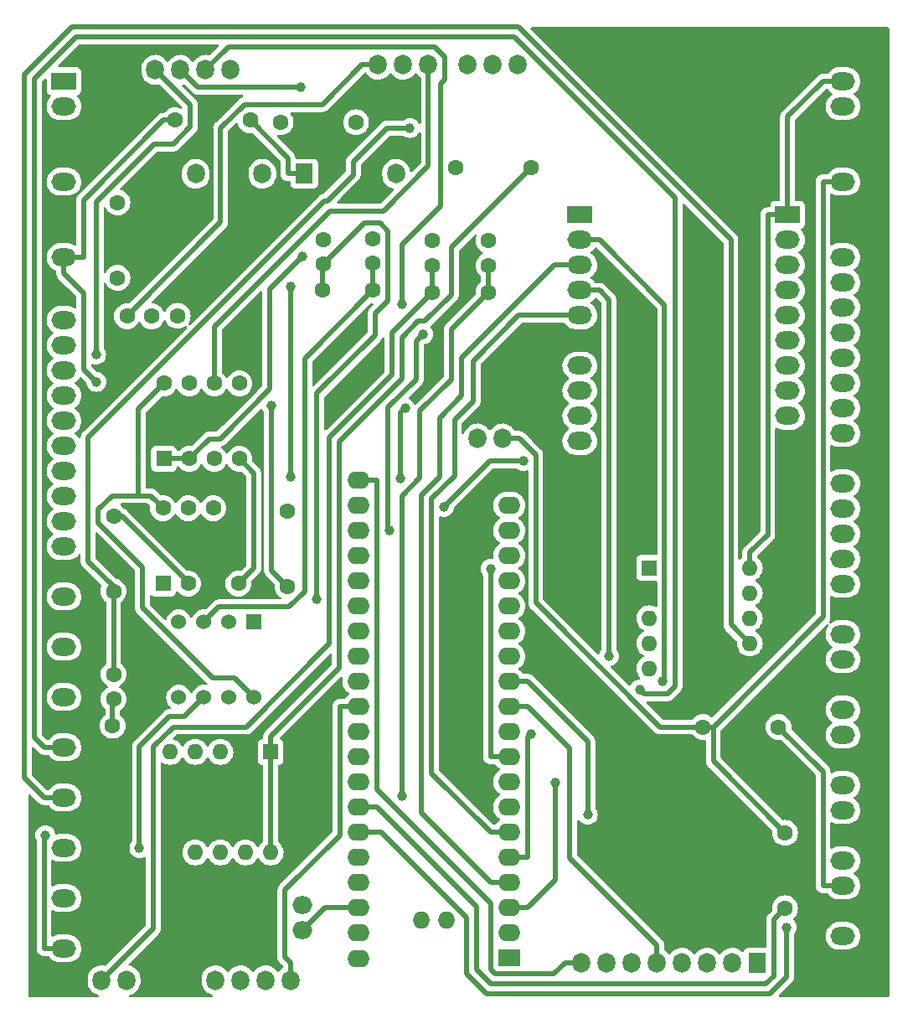
<source format=gtl>
G04 #@! TF.GenerationSoftware,KiCad,Pcbnew,7.0.11-7.0.11~ubuntu22.04.1*
G04 #@! TF.CreationDate,2024-05-31T20:40:45-03:00*
G04 #@! TF.ProjectId,Gerador_Sinais_AD9850,47657261-646f-4725-9f53-696e6169735f,v04*
G04 #@! TF.SameCoordinates,Original*
G04 #@! TF.FileFunction,Copper,L1,Top*
G04 #@! TF.FilePolarity,Positive*
%FSLAX46Y46*%
G04 Gerber Fmt 4.6, Leading zero omitted, Abs format (unit mm)*
G04 Created by KiCad (PCBNEW 7.0.11-7.0.11~ubuntu22.04.1) date 2024-05-31 20:40:45*
%MOMM*%
%LPD*%
G01*
G04 APERTURE LIST*
G04 #@! TA.AperFunction,ComponentPad*
%ADD10O,1.800000X2.000000*%
G04 #@! TD*
G04 #@! TA.AperFunction,ComponentPad*
%ADD11R,1.800000X2.000000*%
G04 #@! TD*
G04 #@! TA.AperFunction,ComponentPad*
%ADD12C,1.600000*%
G04 #@! TD*
G04 #@! TA.AperFunction,ComponentPad*
%ADD13O,2.000000X1.800000*%
G04 #@! TD*
G04 #@! TA.AperFunction,ComponentPad*
%ADD14R,2.500000X1.800000*%
G04 #@! TD*
G04 #@! TA.AperFunction,ComponentPad*
%ADD15O,2.500000X1.800000*%
G04 #@! TD*
G04 #@! TA.AperFunction,ComponentPad*
%ADD16R,2.250000X1.727200*%
G04 #@! TD*
G04 #@! TA.AperFunction,ComponentPad*
%ADD17O,2.250000X1.727200*%
G04 #@! TD*
G04 #@! TA.AperFunction,ComponentPad*
%ADD18O,1.727200X1.727200*%
G04 #@! TD*
G04 #@! TA.AperFunction,ComponentPad*
%ADD19R,1.600000X1.600000*%
G04 #@! TD*
G04 #@! TA.AperFunction,ComponentPad*
%ADD20O,1.600000X1.600000*%
G04 #@! TD*
G04 #@! TA.AperFunction,ComponentPad*
%ADD21R,1.524000X1.524000*%
G04 #@! TD*
G04 #@! TA.AperFunction,ComponentPad*
%ADD22C,1.524000*%
G04 #@! TD*
G04 #@! TA.AperFunction,ViaPad*
%ADD23C,1.000000*%
G04 #@! TD*
G04 #@! TA.AperFunction,Conductor*
%ADD24C,0.500000*%
G04 #@! TD*
G04 APERTURE END LIST*
D10*
X110475000Y-148000000D03*
X113015000Y-148000000D03*
D11*
X115555000Y-148000000D03*
D12*
X128590000Y-61300000D03*
X136210000Y-61300000D03*
X113050000Y-80900000D03*
X115550000Y-80900000D03*
D13*
X130800000Y-140425000D03*
X130800000Y-142965000D03*
D12*
X143900000Y-78480000D03*
X143900000Y-86100000D03*
X149600000Y-78480000D03*
X149600000Y-86100000D03*
D11*
X117475000Y-66500000D03*
D10*
X120015000Y-66500000D03*
D14*
X158830000Y-70660000D03*
D15*
X158830000Y-73200000D03*
X158830000Y-75740000D03*
X158830000Y-78280000D03*
X158830000Y-80820000D03*
X158830000Y-83360000D03*
X158830000Y-85900000D03*
X158830000Y-88440000D03*
X158830000Y-90980000D03*
X158830000Y-93520000D03*
D14*
X179830000Y-70650000D03*
D15*
X179830000Y-73190000D03*
X179830000Y-75730000D03*
X179830000Y-78270000D03*
X179830000Y-80810000D03*
X179830000Y-83350000D03*
X179830000Y-85890000D03*
X179830000Y-88430000D03*
X179830000Y-90970000D03*
X179830000Y-93510000D03*
D12*
X129300000Y-100590000D03*
X129300000Y-108210000D03*
X112100000Y-77020000D03*
X112100000Y-69400000D03*
D10*
X152540000Y-55500000D03*
X150000000Y-55500000D03*
X147460000Y-55500000D03*
D11*
X137725000Y-66500000D03*
D10*
X140265000Y-66500000D03*
D16*
X151680000Y-145730000D03*
D17*
X151680000Y-143190000D03*
X151680000Y-140650000D03*
X151680000Y-138110000D03*
X151680000Y-135570000D03*
X151680000Y-133030000D03*
X151680000Y-130490000D03*
X151680000Y-127950000D03*
X151680000Y-125410000D03*
X151680000Y-122870000D03*
X151680000Y-120330000D03*
X151680000Y-117790000D03*
X151680000Y-115250000D03*
X151680000Y-112710000D03*
X151680000Y-110170000D03*
X151680000Y-107630000D03*
X151680000Y-105090000D03*
X151680000Y-102550000D03*
X151680000Y-100010000D03*
X151680000Y-97470000D03*
X136440000Y-97470000D03*
X136440000Y-100010000D03*
X136440000Y-102550000D03*
X136440000Y-105090000D03*
X136440000Y-107630000D03*
X136440000Y-110170000D03*
X136440000Y-112710000D03*
X136440000Y-115250000D03*
X136440000Y-117790000D03*
X136440000Y-120330000D03*
X136440000Y-122870000D03*
X136440000Y-125410000D03*
X136440000Y-127950000D03*
X136440000Y-130490000D03*
X136440000Y-133030000D03*
X136440000Y-135570000D03*
X136440000Y-138110000D03*
X136440000Y-140650000D03*
X136440000Y-143190000D03*
X136440000Y-145780800D03*
D18*
X142780000Y-141920000D03*
X145320000Y-141920000D03*
D15*
X185420000Y-57150000D03*
X185420000Y-59690000D03*
X185420000Y-62230000D03*
X185420000Y-64770000D03*
X185420000Y-67310000D03*
X185420000Y-69850000D03*
X185420000Y-72390000D03*
X185420000Y-74930000D03*
X185420000Y-77470000D03*
X185420000Y-80010000D03*
X185420000Y-82550000D03*
X185420000Y-85090000D03*
X185420000Y-87630000D03*
X185420000Y-90170000D03*
X185420000Y-92710000D03*
X185420000Y-95250000D03*
X185420000Y-97790000D03*
X185420000Y-100330000D03*
X185420000Y-102870000D03*
X185420000Y-105410000D03*
X185420000Y-107950000D03*
X185420000Y-110490000D03*
X185420000Y-113030000D03*
X185420000Y-115570000D03*
X185420000Y-118110000D03*
X185420000Y-120650000D03*
X185420000Y-123190000D03*
X185420000Y-125730000D03*
X185420000Y-128270000D03*
X185420000Y-130810000D03*
X185420000Y-133350000D03*
X185420000Y-135890000D03*
X185420000Y-138430000D03*
X185420000Y-140970000D03*
X185420000Y-143510000D03*
D12*
X178910000Y-122400000D03*
X171290000Y-122400000D03*
D19*
X165850000Y-106330000D03*
D20*
X165850000Y-108870000D03*
X165850000Y-111410000D03*
X165850000Y-113950000D03*
X165850000Y-116490000D03*
X176010000Y-116490000D03*
X176010000Y-113950000D03*
X176010000Y-111410000D03*
X176010000Y-108870000D03*
X176010000Y-106330000D03*
D21*
X125910000Y-111790000D03*
D22*
X123370000Y-111790000D03*
X120830000Y-111790000D03*
X118290000Y-111790000D03*
X118290000Y-119410000D03*
X120830000Y-119410000D03*
X123370000Y-119410000D03*
X125910000Y-119410000D03*
D14*
X106680000Y-57150000D03*
D15*
X106680000Y-59690000D03*
X106680000Y-62230000D03*
X106680000Y-64770000D03*
X106680000Y-67310000D03*
X106680000Y-69850000D03*
X106680000Y-72390000D03*
X106680000Y-74930000D03*
D12*
X132900000Y-73140000D03*
X132900000Y-75640000D03*
X111600000Y-122280000D03*
X111600000Y-129900000D03*
D15*
X106680000Y-81280000D03*
X106680000Y-83820000D03*
X106680000Y-86360000D03*
X106680000Y-88900000D03*
X106680000Y-91440000D03*
X106680000Y-93980000D03*
X106680000Y-96520000D03*
X106680000Y-99060000D03*
X106680000Y-101600000D03*
X106680000Y-104140000D03*
X106680000Y-106680000D03*
X106680000Y-109220000D03*
X106680000Y-111760000D03*
X106680000Y-114300000D03*
X106680000Y-116840000D03*
X106680000Y-119380000D03*
X106680000Y-121920000D03*
X106680000Y-124460000D03*
X106680000Y-127000000D03*
X106680000Y-129540000D03*
X106680000Y-132080000D03*
X106680000Y-134620000D03*
X106680000Y-137160000D03*
X106680000Y-139700000D03*
X106680000Y-142240000D03*
X106680000Y-144780000D03*
X106680000Y-147320000D03*
D11*
X124210000Y-66500000D03*
D10*
X126750000Y-66500000D03*
X143525000Y-55500000D03*
X140985000Y-55500000D03*
X138445000Y-55500000D03*
D12*
X179578000Y-140716000D03*
X179578000Y-133096000D03*
X137900000Y-78280000D03*
X137900000Y-85900000D03*
X117890000Y-61100000D03*
X125510000Y-61100000D03*
X149614000Y-73278000D03*
X149614000Y-75778000D03*
X153910000Y-65900000D03*
X146290000Y-65900000D03*
X137900000Y-73040000D03*
X137900000Y-75540000D03*
D11*
X113380000Y-56000000D03*
D10*
X115920000Y-56000000D03*
X118460000Y-56000000D03*
X121000000Y-56000000D03*
X123540000Y-56000000D03*
X148500000Y-93250000D03*
X151040000Y-93250000D03*
D12*
X132800000Y-78280000D03*
X132800000Y-85900000D03*
X111700000Y-101080000D03*
X111700000Y-108700000D03*
X118190000Y-80860000D03*
X125810000Y-80860000D03*
X143900000Y-73250000D03*
X143900000Y-75750000D03*
D19*
X116800000Y-95300000D03*
D12*
X119340000Y-95300000D03*
X121880000Y-95300000D03*
X124420000Y-95300000D03*
X124420000Y-87680000D03*
X121880000Y-87680000D03*
X119340000Y-87680000D03*
X116800000Y-87680000D03*
D11*
X176780000Y-146220000D03*
D10*
X174240000Y-146220000D03*
X171700000Y-146220000D03*
X169160000Y-146220000D03*
X166620000Y-146220000D03*
X164080000Y-146220000D03*
X161540000Y-146220000D03*
X159000000Y-146220000D03*
X129620000Y-148000000D03*
X127080000Y-148000000D03*
X124540000Y-148000000D03*
X122000000Y-148000000D03*
D11*
X119460000Y-148000000D03*
X130975000Y-66500000D03*
D10*
X133515000Y-66500000D03*
D19*
X116700000Y-107920000D03*
D12*
X119240000Y-107920000D03*
X121780000Y-107920000D03*
X124320000Y-107920000D03*
X124320000Y-100300000D03*
X121780000Y-100300000D03*
X119240000Y-100300000D03*
X116700000Y-100300000D03*
D19*
X127580000Y-124920000D03*
D20*
X125040000Y-124920000D03*
X122500000Y-124920000D03*
X119960000Y-124920000D03*
X117420000Y-124920000D03*
X117420000Y-135080000D03*
X119960000Y-135080000D03*
X122500000Y-135080000D03*
X125040000Y-135080000D03*
X127580000Y-135080000D03*
D12*
X111700000Y-117080000D03*
X111700000Y-119580000D03*
D23*
X109963400Y-87531000D03*
X149803100Y-106404900D03*
X164897200Y-118594400D03*
X114313600Y-134635300D03*
X104807300Y-133350000D03*
X179733900Y-142661100D03*
X141661900Y-61883800D03*
X127673100Y-89935700D03*
X140824800Y-129382900D03*
X130812600Y-74875600D03*
X159634400Y-131277000D03*
X109935800Y-84777300D03*
X129590200Y-77883000D03*
X130615900Y-57781700D03*
X129590200Y-97140400D03*
X140867800Y-79654900D03*
X142991200Y-82706400D03*
X139572800Y-102550000D03*
X140693200Y-97287300D03*
X141162500Y-90179700D03*
X145085600Y-100176200D03*
X153117600Y-95510800D03*
X167190000Y-117745500D03*
X156354600Y-128035300D03*
X161781800Y-115249200D03*
X153885200Y-123144200D03*
X132268700Y-109503600D03*
D24*
X121701700Y-117437100D02*
X114624500Y-110359900D01*
X123937100Y-117437100D02*
X121701700Y-117437100D01*
X115440200Y-99040200D02*
X114180400Y-99040200D01*
X116700000Y-100300000D02*
X115440200Y-99040200D01*
X110143600Y-101755300D02*
X110143600Y-100435700D01*
X114180400Y-90299600D02*
X116800000Y-87680000D01*
X125910000Y-119410000D02*
X123937100Y-117437100D01*
X110143600Y-100435700D02*
X111539100Y-99040200D01*
X114624500Y-110359900D02*
X114624500Y-106236200D01*
X114624500Y-106236200D02*
X110143600Y-101755300D01*
X111539100Y-99040200D02*
X114180400Y-99040200D01*
X114180400Y-99040200D02*
X114180400Y-90299600D01*
X125878300Y-96758300D02*
X124420000Y-95300000D01*
X106680000Y-76581900D02*
X108681900Y-78583800D01*
X117890000Y-61100000D02*
X116748300Y-61100000D01*
X125878300Y-106361700D02*
X125878300Y-96758300D01*
X106680000Y-74930000D02*
X108681900Y-74930000D01*
X108681900Y-78583800D02*
X108681900Y-86249500D01*
X106680000Y-74930000D02*
X106680000Y-76581900D01*
X108681900Y-86249500D02*
X109963400Y-87531000D01*
X124320000Y-107920000D02*
X125878300Y-106361700D01*
X108681900Y-69166400D02*
X108681900Y-74930000D01*
X116748300Y-61100000D02*
X108681900Y-69166400D01*
X185420000Y-57150000D02*
X183418100Y-57150000D01*
X145844200Y-78741200D02*
X145844200Y-73965800D01*
X142510800Y-81416300D02*
X143169100Y-81416300D01*
X127580000Y-124920000D02*
X127580000Y-123368100D01*
X134522500Y-93546900D02*
X140840300Y-87229100D01*
X177828100Y-102960000D02*
X176010000Y-104778100D01*
X134522500Y-116425600D02*
X134522500Y-93546900D01*
X143169100Y-81416300D02*
X145844200Y-78741200D01*
X179830000Y-60738100D02*
X179830000Y-70650000D01*
X176010000Y-106330000D02*
X176010000Y-104778100D01*
X140840300Y-83086800D02*
X142510800Y-81416300D01*
X179830000Y-70650000D02*
X177828100Y-70650000D01*
X183418100Y-57150000D02*
X179830000Y-60738100D01*
X177828100Y-70650000D02*
X177828100Y-102960000D01*
X145844200Y-73965800D02*
X153910000Y-65900000D01*
X140840300Y-87229100D02*
X140840300Y-83086800D01*
X127580000Y-135080000D02*
X127580000Y-124920000D01*
X127580000Y-123368100D02*
X134522500Y-116425600D01*
X185420000Y-67310000D02*
X183418100Y-67310000D01*
X183418100Y-67310000D02*
X183418100Y-111308000D01*
X172326100Y-122400000D02*
X171290000Y-122400000D01*
X151040000Y-93250000D02*
X152691900Y-93250000D01*
X183418100Y-111308000D02*
X172326100Y-122400000D01*
X166932300Y-122400000D02*
X171290000Y-122400000D01*
X172326100Y-125844100D02*
X172326100Y-122400000D01*
X154369500Y-109837200D02*
X166932300Y-122400000D01*
X154369500Y-94927600D02*
X154369500Y-109837200D01*
X179578000Y-133096000D02*
X172326100Y-125844100D01*
X152691900Y-93250000D02*
X154369500Y-94927600D01*
X116668900Y-97850000D02*
X121606300Y-97850000D01*
X187421900Y-110239100D02*
X187421900Y-95250000D01*
X124056300Y-105643700D02*
X121780000Y-107920000D01*
X108681900Y-142240000D02*
X108681900Y-137160000D01*
X154088100Y-86100000D02*
X149600000Y-86100000D01*
X156828100Y-83360000D02*
X154088100Y-86100000D01*
X108680200Y-116840000D02*
X108681900Y-116841700D01*
X108431000Y-116840000D02*
X108680200Y-116840000D01*
X187420200Y-125730000D02*
X187421900Y-125731700D01*
X110861900Y-129900000D02*
X108681900Y-132080000D01*
X106680000Y-137160000D02*
X108681900Y-137160000D01*
X117420000Y-135080000D02*
X117420000Y-133528100D01*
X105679800Y-72390000D02*
X106567900Y-71501900D01*
X185420000Y-95250000D02*
X187421900Y-95250000D01*
X110861900Y-129900000D02*
X110861900Y-129180000D01*
X187421900Y-72390000D02*
X187421900Y-95250000D01*
X106680000Y-121920000D02*
X108681900Y-121920000D01*
X186421000Y-72390000D02*
X187421900Y-72390000D01*
X106680000Y-69850000D02*
X106680000Y-71501900D01*
X108681900Y-116838300D02*
X108681900Y-111760000D01*
X187420200Y-125730000D02*
X187421900Y-125728300D01*
X106680000Y-142240000D02*
X108681900Y-142240000D01*
X122538400Y-91790600D02*
X117620000Y-91790600D01*
X187171000Y-125730000D02*
X187420200Y-125730000D01*
X106680000Y-106680000D02*
X108681900Y-106680000D01*
X124056300Y-100300000D02*
X124056300Y-105643700D01*
X187421900Y-125731700D02*
X187421900Y-133350000D01*
X187421900Y-110740900D02*
X187171000Y-110490000D01*
X185420000Y-110490000D02*
X187171000Y-110490000D01*
X106680000Y-72390000D02*
X105679800Y-72390000D01*
X106680000Y-69850000D02*
X104678100Y-69850000D01*
X106398300Y-106680000D02*
X104678100Y-106680000D01*
X185420000Y-140970000D02*
X187421900Y-140970000D01*
X106680000Y-116840000D02*
X108431000Y-116840000D01*
X185420000Y-125730000D02*
X187171000Y-125730000D01*
X187421900Y-118110000D02*
X187421900Y-110740900D01*
X104678100Y-73391700D02*
X105679800Y-72390000D01*
X121606300Y-97850000D02*
X124056300Y-100300000D01*
X126020400Y-81070400D02*
X126020400Y-88308600D01*
X111600000Y-129900000D02*
X110861900Y-129900000D01*
X187171000Y-110490000D02*
X187421900Y-110239100D01*
X106680000Y-127000000D02*
X108681900Y-127000000D01*
X185420000Y-64770000D02*
X185420000Y-62230000D01*
X106680000Y-62230000D02*
X106680000Y-63881900D01*
X186421000Y-72390000D02*
X185532900Y-71501900D01*
X104678100Y-65771000D02*
X104678100Y-69850000D01*
X108681900Y-116841700D02*
X108681900Y-121920000D01*
X108681900Y-106680000D02*
X108681900Y-111760000D01*
X125040000Y-124920000D02*
X125040000Y-126471900D01*
X185420000Y-133350000D02*
X187421900Y-133350000D01*
X185420000Y-118110000D02*
X187421900Y-118110000D01*
X106680000Y-64770000D02*
X105679100Y-64770000D01*
X187421900Y-125728300D02*
X187421900Y-118110000D01*
X108680200Y-116840000D02*
X108681900Y-116838300D01*
X108681900Y-127000000D02*
X108681900Y-121920000D01*
X124476200Y-126471900D02*
X117420000Y-133528100D01*
X106680000Y-132080000D02*
X108681900Y-132080000D01*
X104678100Y-106680000D02*
X104678100Y-73391700D01*
X106680000Y-111760000D02*
X108681900Y-111760000D01*
X117620000Y-91790600D02*
X115248100Y-94162500D01*
X158830000Y-83360000D02*
X156828100Y-83360000D01*
X106567900Y-71501900D02*
X106680000Y-71501900D01*
X110861900Y-129180000D02*
X108681900Y-127000000D01*
X125040000Y-126471900D02*
X124476200Y-126471900D01*
X124056300Y-100300000D02*
X124320000Y-100300000D01*
X106567200Y-63881900D02*
X105679100Y-64770000D01*
X185532900Y-71501900D02*
X185420000Y-71501900D01*
X106680000Y-63881900D02*
X106567200Y-63881900D01*
X115248100Y-94162500D02*
X115248100Y-96429200D01*
X105679100Y-64770000D02*
X104678100Y-65771000D01*
X187421900Y-140970000D02*
X187421900Y-133350000D01*
X108681900Y-132080000D02*
X108681900Y-137160000D01*
X185420000Y-72390000D02*
X186421000Y-72390000D01*
X185420000Y-69850000D02*
X185420000Y-71501900D01*
X106398300Y-106680000D02*
X106680000Y-106680000D01*
X115248100Y-96429200D02*
X116668900Y-97850000D01*
X125810000Y-80860000D02*
X126020400Y-81070400D01*
X126020400Y-88308600D02*
X122538400Y-91790600D01*
X149803100Y-106404900D02*
X149803100Y-125410000D01*
X151680000Y-125410000D02*
X149803100Y-125410000D01*
X165334600Y-119031800D02*
X164897200Y-118594400D01*
X103673700Y-56922200D02*
X107919600Y-52676300D01*
X104678100Y-124460000D02*
X103673700Y-123455600D01*
X168466800Y-118258900D02*
X167693900Y-119031800D01*
X107919600Y-52676300D02*
X152175500Y-52676300D01*
X152175500Y-52676300D02*
X168466800Y-68967600D01*
X168466800Y-68967600D02*
X168466800Y-118258900D01*
X167693900Y-119031800D02*
X165334600Y-119031800D01*
X103673700Y-123455600D02*
X103673700Y-56922200D01*
X106680000Y-124460000D02*
X104678100Y-124460000D01*
X106680000Y-129540000D02*
X104678100Y-129540000D01*
X176010000Y-113950000D02*
X174099900Y-112039900D01*
X102671800Y-56507100D02*
X102671800Y-127533700D01*
X102671800Y-127533700D02*
X104678100Y-129540000D01*
X174099900Y-112039900D02*
X174099900Y-73183700D01*
X152590600Y-51674400D02*
X107504500Y-51674400D01*
X174099900Y-73183700D02*
X152590600Y-51674400D01*
X107504500Y-51674400D02*
X102671800Y-56507100D01*
X114313700Y-124362800D02*
X114313700Y-134635300D01*
X117327000Y-121349500D02*
X114313700Y-124362800D01*
X118890500Y-121349500D02*
X117327000Y-121349500D01*
X120830000Y-119410000D02*
X118890500Y-121349500D01*
X114313700Y-134635300D02*
X114313600Y-134635300D01*
X104678100Y-133479200D02*
X104807300Y-133350000D01*
X104678100Y-144780000D02*
X104678100Y-133479200D01*
X106680000Y-144780000D02*
X104678100Y-144780000D01*
X178431900Y-141862100D02*
X179578000Y-140716000D01*
X178431900Y-147546900D02*
X178431900Y-141862100D01*
X138316900Y-130490000D02*
X148358400Y-140531500D01*
X177627900Y-148350900D02*
X178431900Y-147546900D01*
X136440000Y-130490000D02*
X138316900Y-130490000D01*
X148358400Y-146879800D02*
X149829500Y-148350900D01*
X149829500Y-148350900D02*
X177627900Y-148350900D01*
X148358400Y-140531500D02*
X148358400Y-146879800D01*
X179733900Y-147661900D02*
X179733900Y-142661100D01*
X136440000Y-133030000D02*
X138751700Y-133030000D01*
X183418100Y-138430000D02*
X183418100Y-126908100D01*
X149414400Y-149352800D02*
X178043000Y-149352800D01*
X185420000Y-138430000D02*
X183418100Y-138430000D01*
X147356500Y-141634800D02*
X147356500Y-147294900D01*
X178043000Y-149352800D02*
X179733900Y-147661900D01*
X183418100Y-126908100D02*
X178910000Y-122400000D01*
X147356500Y-147294900D02*
X149414400Y-149352800D01*
X138751700Y-133030000D02*
X147356500Y-141634800D01*
X133026100Y-69243400D02*
X133296900Y-69243400D01*
X135932100Y-65301300D02*
X139349500Y-61883900D01*
X139349500Y-61883900D02*
X141661900Y-61883900D01*
X109137000Y-105673400D02*
X109137000Y-93132500D01*
X133296900Y-69243400D02*
X135932100Y-66608200D01*
X111700000Y-108236400D02*
X109137000Y-105673400D01*
X135932100Y-66608200D02*
X135932100Y-65301300D01*
X111700000Y-108700000D02*
X111700000Y-108236400D01*
X141661900Y-61883900D02*
X141661900Y-61883800D01*
X109137000Y-93132500D02*
X133026100Y-69243400D01*
X111700000Y-117080000D02*
X111700000Y-108700000D01*
X111600000Y-119680000D02*
X111600000Y-122280000D01*
X111700000Y-119580000D02*
X111600000Y-119680000D01*
X138445000Y-55500000D02*
X136793100Y-55500000D01*
X124906800Y-59507300D02*
X132785800Y-59507300D01*
X122522300Y-61891800D02*
X124906800Y-59507300D01*
X132785800Y-59507300D02*
X136793100Y-55500000D01*
X113050000Y-80900000D02*
X122522300Y-71427700D01*
X122522300Y-71427700D02*
X122522300Y-61891800D01*
X129300000Y-108210000D02*
X127673100Y-106583100D01*
X127673100Y-106583100D02*
X127673100Y-89935700D01*
X149614000Y-78466000D02*
X149600000Y-78480000D01*
X142654200Y-97211600D02*
X140824800Y-99041000D01*
X149614000Y-75778000D02*
X149614000Y-78466000D01*
X149600000Y-78480000D02*
X145841100Y-82238900D01*
X142654200Y-90456400D02*
X142654200Y-97211600D01*
X145841100Y-82238900D02*
X145841100Y-87269500D01*
X145841100Y-87269500D02*
X142654200Y-90456400D01*
X140824800Y-99041000D02*
X140824800Y-129382900D01*
X115706200Y-142768800D02*
X115706200Y-124413100D01*
X139838400Y-82541600D02*
X143900000Y-78480000D01*
X115706200Y-124413100D02*
X117717000Y-122402300D01*
X133520600Y-93129500D02*
X139838400Y-86811700D01*
X139838400Y-86811700D02*
X139838400Y-82541600D01*
X125110900Y-122402300D02*
X133520600Y-113992600D01*
X143900000Y-75750000D02*
X143900000Y-78480000D01*
X117717000Y-122402300D02*
X125110900Y-122402300D01*
X133520600Y-113992600D02*
X133520600Y-93129500D01*
X110475000Y-148000000D02*
X115706200Y-142768800D01*
X136440000Y-140650000D02*
X133115000Y-140650000D01*
X133115000Y-140650000D02*
X130800000Y-142965000D01*
X127491900Y-88259600D02*
X127491900Y-78196300D01*
X116800000Y-95300000D02*
X118351900Y-95300000D01*
X119340000Y-95300000D02*
X121347400Y-93292600D01*
X122458900Y-93292600D02*
X127491900Y-88259600D01*
X119340000Y-95300000D02*
X118351900Y-95300000D01*
X127491900Y-78196300D02*
X130812600Y-74875600D01*
X121347400Y-93292600D02*
X122458900Y-93292600D01*
X143525000Y-57251900D02*
X143525000Y-65714900D01*
X138994600Y-70245300D02*
X133585600Y-70245300D01*
X143525000Y-65714900D02*
X138994600Y-70245300D01*
X143525000Y-55500000D02*
X143525000Y-57251900D01*
X133585600Y-70245300D02*
X121880000Y-81950900D01*
X121880000Y-81950900D02*
X121880000Y-87680000D01*
X129024000Y-145652100D02*
X129024000Y-138881000D01*
X129620000Y-146248100D02*
X129024000Y-145652100D01*
X134563100Y-133341900D02*
X134563100Y-120330000D01*
X129024000Y-138881000D02*
X134563100Y-133341900D01*
X129620000Y-148000000D02*
X129620000Y-146248100D01*
X136440000Y-120330000D02*
X134563100Y-120330000D01*
X153556900Y-120330000D02*
X157827300Y-124600400D01*
X166620000Y-146220000D02*
X166620000Y-144468100D01*
X151680000Y-120330000D02*
X153556900Y-120330000D01*
X157827300Y-135675500D02*
X157827400Y-135675500D01*
X157827400Y-135675500D02*
X166620000Y-144468100D01*
X157827300Y-124600400D02*
X157827300Y-135675500D01*
X159634400Y-131277000D02*
X159634400Y-123867500D01*
X151680000Y-117790000D02*
X153556900Y-117790000D01*
X159634400Y-123867500D02*
X153556900Y-117790000D01*
X157348100Y-146220000D02*
X156222600Y-147345500D01*
X138316900Y-128732300D02*
X138316900Y-97470000D01*
X159000000Y-146220000D02*
X157348100Y-146220000D01*
X149803100Y-140218500D02*
X138316900Y-128732300D01*
X149803100Y-146905000D02*
X149803100Y-140218500D01*
X136440000Y-97470000D02*
X138316900Y-97470000D01*
X156222600Y-147345500D02*
X150243600Y-147345500D01*
X150243600Y-147345500D02*
X149803100Y-146905000D01*
X115920000Y-56000000D02*
X119469500Y-59549500D01*
X117742600Y-63495600D02*
X115769700Y-63495600D01*
X115769700Y-63495600D02*
X109935800Y-69329500D01*
X119469500Y-61768700D02*
X117742600Y-63495600D01*
X109935800Y-69329500D02*
X109935800Y-84777300D01*
X119469500Y-59549500D02*
X119469500Y-61768700D01*
X120241700Y-57781700D02*
X130615900Y-57781700D01*
X129590200Y-97140400D02*
X129590200Y-77883000D01*
X118460000Y-56000000D02*
X120241700Y-57781700D01*
X145196300Y-54722200D02*
X144178200Y-53704100D01*
X140867800Y-79654900D02*
X140867800Y-73681700D01*
X145196300Y-56995300D02*
X145196300Y-54722200D01*
X123295900Y-53704100D02*
X121000000Y-56000000D01*
X142991200Y-82706400D02*
X142286100Y-83411500D01*
X144178200Y-53704100D02*
X123295900Y-53704100D01*
X139441300Y-102418500D02*
X139572800Y-102550000D01*
X139441300Y-90130500D02*
X139441300Y-102418500D01*
X142286100Y-87285700D02*
X139441300Y-90130500D01*
X142286100Y-83411500D02*
X142286100Y-87285700D01*
X140867800Y-73681700D02*
X144738100Y-69811400D01*
X144738100Y-57453500D02*
X145196300Y-56995300D01*
X144738100Y-69811400D02*
X144738100Y-57453500D01*
X141162500Y-90179700D02*
X140693200Y-90649000D01*
X140693200Y-90649000D02*
X140693200Y-97287300D01*
X149751000Y-95510800D02*
X153117600Y-95510800D01*
X145085600Y-100176200D02*
X149751000Y-95510800D01*
X119240000Y-107767700D02*
X112552300Y-101080000D01*
X119240000Y-107920000D02*
X119240000Y-107767700D01*
X112552300Y-101080000D02*
X111700000Y-101080000D01*
X158830000Y-73200000D02*
X160831900Y-73200000D01*
X167401900Y-117533600D02*
X167190000Y-117745500D01*
X151680000Y-140650000D02*
X153556900Y-140650000D01*
X156354600Y-137852300D02*
X156354600Y-128035300D01*
X167401900Y-79770000D02*
X167401900Y-117533600D01*
X160831900Y-73200000D02*
X167401900Y-79770000D01*
X153556900Y-140650000D02*
X156354600Y-137852300D01*
X142803600Y-131110500D02*
X142803600Y-98977300D01*
X151680000Y-138110000D02*
X149803100Y-138110000D01*
X144659600Y-91170400D02*
X146894000Y-88936000D01*
X142803600Y-98977300D02*
X144659600Y-97121300D01*
X146894000Y-85117700D02*
X156271700Y-75740000D01*
X156271700Y-75740000D02*
X158830000Y-75740000D01*
X149803100Y-138110000D02*
X142803600Y-131110500D01*
X144659600Y-97121300D02*
X144659600Y-91170400D01*
X146894000Y-88936000D02*
X146894000Y-85117700D01*
X153556900Y-135570000D02*
X153556900Y-123472500D01*
X153556900Y-123472500D02*
X153885200Y-123144200D01*
X151680000Y-135570000D02*
X153556900Y-135570000D01*
X158830000Y-78280000D02*
X160831900Y-78280000D01*
X161781800Y-115249200D02*
X161781800Y-79229900D01*
X161781800Y-79229900D02*
X160831900Y-78280000D01*
X143833500Y-127060400D02*
X143833500Y-99364400D01*
X148048100Y-89500700D02*
X148048100Y-85436200D01*
X143833500Y-99364400D02*
X146161500Y-97036400D01*
X146161500Y-97036400D02*
X146161500Y-91387300D01*
X152664300Y-80820000D02*
X156828100Y-80820000D01*
X149803100Y-133030000D02*
X143833500Y-127060400D01*
X158830000Y-80820000D02*
X156828100Y-80820000D01*
X148048100Y-85436200D02*
X152664300Y-80820000D01*
X151680000Y-133030000D02*
X149803100Y-133030000D01*
X146161500Y-91387300D02*
X148048100Y-89500700D01*
X129323100Y-66500000D02*
X129323100Y-64913100D01*
X130975000Y-66500000D02*
X129323100Y-66500000D01*
X129323100Y-64913100D02*
X125510000Y-61100000D01*
X137900000Y-78280000D02*
X131016800Y-85163200D01*
X122343900Y-110276100D02*
X120830000Y-111790000D01*
X129431200Y-110276100D02*
X122343900Y-110276100D01*
X131016800Y-108690500D02*
X129431200Y-110276100D01*
X131016800Y-85163200D02*
X131016800Y-108690500D01*
X137900000Y-75540000D02*
X137900000Y-78280000D01*
X138155500Y-80625000D02*
X138155500Y-82809800D01*
X132800000Y-75740000D02*
X132800000Y-78280000D01*
X132268700Y-88696600D02*
X132268700Y-109503600D01*
X139451900Y-72311300D02*
X139451900Y-79328600D01*
X139451900Y-79328600D02*
X138155500Y-80625000D01*
X138624400Y-71483800D02*
X139451900Y-72311300D01*
X132900000Y-75640000D02*
X137056200Y-71483800D01*
X132900000Y-75640000D02*
X132800000Y-75740000D01*
X137056200Y-71483800D02*
X138624400Y-71483800D01*
X138155500Y-82809800D02*
X132268700Y-88696600D01*
G04 #@! TA.AperFunction,Conductor*
G36*
X122279510Y-53446485D02*
G01*
X122325265Y-53499289D01*
X122335209Y-53568447D01*
X122306184Y-53632003D01*
X122300152Y-53638481D01*
X121438041Y-54500590D01*
X121376718Y-54534075D01*
X121314052Y-54531474D01*
X121296125Y-54525984D01*
X121059647Y-54495701D01*
X120821471Y-54505819D01*
X120821467Y-54505819D01*
X120588419Y-54556045D01*
X120367211Y-54644935D01*
X120164203Y-54769932D01*
X119985245Y-54927435D01*
X119835471Y-55112928D01*
X119835458Y-55112952D01*
X119835449Y-55112960D01*
X119832522Y-55117291D01*
X119831640Y-55116695D01*
X119785570Y-55161870D01*
X119717154Y-55176051D01*
X119651933Y-55150993D01*
X119624479Y-55121897D01*
X119553586Y-55017006D01*
X119553582Y-55017001D01*
X119553579Y-55016997D01*
X119388621Y-54844882D01*
X119356307Y-54820983D01*
X119296664Y-54776871D01*
X119196947Y-54703121D01*
X118984074Y-54595793D01*
X118850730Y-54554957D01*
X118756121Y-54525983D01*
X118519647Y-54495701D01*
X118281471Y-54505819D01*
X118281467Y-54505819D01*
X118048419Y-54556045D01*
X117827211Y-54644935D01*
X117624203Y-54769932D01*
X117445245Y-54927435D01*
X117295471Y-55112928D01*
X117295458Y-55112952D01*
X117295449Y-55112960D01*
X117292522Y-55117291D01*
X117291640Y-55116695D01*
X117245570Y-55161870D01*
X117177154Y-55176051D01*
X117111933Y-55150993D01*
X117084479Y-55121897D01*
X117013586Y-55017006D01*
X117013582Y-55017001D01*
X117013579Y-55016997D01*
X116848621Y-54844882D01*
X116816307Y-54820983D01*
X116756664Y-54776871D01*
X116656947Y-54703121D01*
X116444074Y-54595793D01*
X116310730Y-54554957D01*
X116216121Y-54525983D01*
X115979647Y-54495701D01*
X115741471Y-54505819D01*
X115741467Y-54505819D01*
X115508419Y-54556045D01*
X115287211Y-54644935D01*
X115084203Y-54769932D01*
X114905245Y-54927435D01*
X114866267Y-54975709D01*
X114755477Y-55112920D01*
X114755476Y-55112922D01*
X114639210Y-55321044D01*
X114559788Y-55545829D01*
X114519500Y-55780790D01*
X114519500Y-56159515D01*
X114534652Y-56337536D01*
X114594724Y-56568248D01*
X114692919Y-56785480D01*
X114692924Y-56785488D01*
X114826413Y-56982993D01*
X114826418Y-56982998D01*
X114826421Y-56983003D01*
X114991379Y-57155118D01*
X115183053Y-57296879D01*
X115395926Y-57404207D01*
X115623877Y-57474016D01*
X115860346Y-57504298D01*
X116098532Y-57494180D01*
X116241690Y-57463326D01*
X116311369Y-57468445D01*
X116355494Y-57496862D01*
X118580103Y-59721471D01*
X118613588Y-59782794D01*
X118608604Y-59852486D01*
X118566732Y-59908419D01*
X118501268Y-59932836D01*
X118440017Y-59921534D01*
X118411892Y-59908419D01*
X118336496Y-59873261D01*
X118336492Y-59873260D01*
X118336488Y-59873258D01*
X118116697Y-59814366D01*
X118116693Y-59814365D01*
X118116692Y-59814365D01*
X118116691Y-59814364D01*
X118116686Y-59814364D01*
X117890002Y-59794532D01*
X117889998Y-59794532D01*
X117663313Y-59814364D01*
X117663302Y-59814366D01*
X117443511Y-59873258D01*
X117443502Y-59873261D01*
X117237267Y-59969431D01*
X117237265Y-59969432D01*
X117050858Y-60099954D01*
X116889955Y-60260857D01*
X116868372Y-60291681D01*
X116813795Y-60335305D01*
X116777296Y-60342066D01*
X116777473Y-60344081D01*
X116731102Y-60348138D01*
X116720932Y-60349028D01*
X116710126Y-60349500D01*
X116704582Y-60349500D01*
X116673788Y-60353099D01*
X116670205Y-60353465D01*
X116595500Y-60360001D01*
X116588434Y-60361461D01*
X116588422Y-60361404D01*
X116581053Y-60363038D01*
X116581067Y-60363095D01*
X116574043Y-60364759D01*
X116503545Y-60390417D01*
X116500145Y-60391598D01*
X116428965Y-60415186D01*
X116428963Y-60415186D01*
X116428960Y-60415188D01*
X116422423Y-60418236D01*
X116422398Y-60418184D01*
X116415610Y-60421470D01*
X116415636Y-60421521D01*
X116409184Y-60424761D01*
X116346536Y-60465965D01*
X116343496Y-60467902D01*
X116279647Y-60507285D01*
X116273982Y-60511765D01*
X116273946Y-60511719D01*
X116268098Y-60516484D01*
X116268135Y-60516528D01*
X116262610Y-60521164D01*
X116262604Y-60521169D01*
X116262604Y-60521170D01*
X116258240Y-60525796D01*
X116211148Y-60575709D01*
X116208636Y-60578294D01*
X108196258Y-68590672D01*
X108182629Y-68602451D01*
X108163369Y-68616790D01*
X108131532Y-68654731D01*
X108124246Y-68662684D01*
X108120307Y-68666624D01*
X108101076Y-68690945D01*
X108098802Y-68693737D01*
X108050594Y-68751190D01*
X108046629Y-68757219D01*
X108046582Y-68757188D01*
X108042530Y-68763547D01*
X108042579Y-68763577D01*
X108038789Y-68769721D01*
X108007092Y-68837694D01*
X108005523Y-68840936D01*
X107971857Y-68907972D01*
X107969388Y-68914757D01*
X107969332Y-68914736D01*
X107966860Y-68921850D01*
X107966915Y-68921869D01*
X107964643Y-68928725D01*
X107949473Y-69002188D01*
X107948693Y-69005704D01*
X107931399Y-69078679D01*
X107930561Y-69085854D01*
X107930501Y-69085847D01*
X107929735Y-69093345D01*
X107929795Y-69093351D01*
X107929165Y-69100540D01*
X107931348Y-69175528D01*
X107931400Y-69179135D01*
X107931400Y-73618032D01*
X107911715Y-73685071D01*
X107858911Y-73730826D01*
X107789753Y-73740770D01*
X107746925Y-73726286D01*
X107743706Y-73724488D01*
X107686865Y-73692734D01*
X107608955Y-73649210D01*
X107384170Y-73569788D01*
X107149209Y-73529500D01*
X107149200Y-73529500D01*
X106270503Y-73529500D01*
X106270484Y-73529500D01*
X106092463Y-73544652D01*
X105861751Y-73604724D01*
X105644519Y-73702919D01*
X105644511Y-73702924D01*
X105447006Y-73836413D01*
X105446997Y-73836421D01*
X105274881Y-74001379D01*
X105133123Y-74193050D01*
X105133120Y-74193054D01*
X105025796Y-74405920D01*
X105025793Y-74405926D01*
X104955983Y-74633878D01*
X104925702Y-74870346D01*
X104935819Y-75108528D01*
X104935819Y-75108532D01*
X104986045Y-75341580D01*
X105074404Y-75561467D01*
X105074936Y-75562790D01*
X105199931Y-75765795D01*
X105233920Y-75804414D01*
X105308745Y-75889432D01*
X105357436Y-75944755D01*
X105542920Y-76094523D01*
X105751046Y-76210790D01*
X105846809Y-76244624D01*
X105903461Y-76285517D01*
X105929012Y-76350547D01*
X105929500Y-76361541D01*
X105929500Y-76518194D01*
X105928191Y-76536163D01*
X105924710Y-76559925D01*
X105929028Y-76609268D01*
X105929500Y-76620076D01*
X105929500Y-76625611D01*
X105933098Y-76656395D01*
X105933464Y-76659983D01*
X105940000Y-76734691D01*
X105941461Y-76741767D01*
X105941403Y-76741778D01*
X105943034Y-76749137D01*
X105943092Y-76749124D01*
X105944757Y-76756149D01*
X105944758Y-76756154D01*
X105944759Y-76756155D01*
X105969298Y-76823579D01*
X105970400Y-76826605D01*
X105971582Y-76830007D01*
X105995182Y-76901226D01*
X105998236Y-76907774D01*
X105998182Y-76907798D01*
X106001470Y-76914588D01*
X106001521Y-76914563D01*
X106004761Y-76921014D01*
X106045979Y-76983684D01*
X106047889Y-76986682D01*
X106070183Y-77022824D01*
X106087289Y-77050558D01*
X106091766Y-77056219D01*
X106091719Y-77056256D01*
X106096482Y-77062102D01*
X106096528Y-77062064D01*
X106101173Y-77067599D01*
X106155708Y-77119050D01*
X106158296Y-77121564D01*
X107030811Y-77994079D01*
X107895081Y-78858348D01*
X107928566Y-78919671D01*
X107931400Y-78946029D01*
X107931400Y-79968032D01*
X107911715Y-80035071D01*
X107858911Y-80080826D01*
X107789753Y-80090770D01*
X107746925Y-80076286D01*
X107735053Y-80069654D01*
X107705097Y-80052919D01*
X107608955Y-79999210D01*
X107384170Y-79919788D01*
X107149209Y-79879500D01*
X107149200Y-79879500D01*
X106270503Y-79879500D01*
X106270484Y-79879500D01*
X106092463Y-79894652D01*
X105861751Y-79954724D01*
X105644519Y-80052919D01*
X105644511Y-80052924D01*
X105447006Y-80186413D01*
X105446997Y-80186421D01*
X105274881Y-80351379D01*
X105133123Y-80543050D01*
X105133120Y-80543054D01*
X105025796Y-80755920D01*
X105025793Y-80755926D01*
X104955983Y-80983878D01*
X104925702Y-81220346D01*
X104935819Y-81458528D01*
X104935819Y-81458532D01*
X104986045Y-81691580D01*
X105072095Y-81905720D01*
X105074936Y-81912790D01*
X105199931Y-82115795D01*
X105209252Y-82126386D01*
X105319485Y-82251635D01*
X105357436Y-82294755D01*
X105542920Y-82444523D01*
X105542935Y-82444531D01*
X105542942Y-82444538D01*
X105547291Y-82447478D01*
X105546693Y-82448362D01*
X105591861Y-82494411D01*
X105606053Y-82562824D01*
X105581005Y-82628050D01*
X105551897Y-82655520D01*
X105447007Y-82726413D01*
X105446997Y-82726421D01*
X105274881Y-82891379D01*
X105133123Y-83083050D01*
X105133120Y-83083054D01*
X105025796Y-83295920D01*
X105025793Y-83295926D01*
X104955983Y-83523878D01*
X104925702Y-83760346D01*
X104935819Y-83998528D01*
X104935819Y-83998532D01*
X104986045Y-84231580D01*
X105074935Y-84452788D01*
X105074936Y-84452790D01*
X105199931Y-84655795D01*
X105357436Y-84834755D01*
X105542920Y-84984523D01*
X105542935Y-84984531D01*
X105542942Y-84984538D01*
X105547291Y-84987478D01*
X105546693Y-84988362D01*
X105591861Y-85034411D01*
X105606053Y-85102824D01*
X105581005Y-85168050D01*
X105551897Y-85195520D01*
X105447007Y-85266413D01*
X105446997Y-85266421D01*
X105274881Y-85431379D01*
X105133123Y-85623050D01*
X105133120Y-85623054D01*
X105025796Y-85835920D01*
X105025793Y-85835926D01*
X104955983Y-86063878D01*
X104925702Y-86300346D01*
X104935819Y-86538528D01*
X104935819Y-86538532D01*
X104986045Y-86771580D01*
X105074935Y-86992788D01*
X105074936Y-86992790D01*
X105199931Y-87195795D01*
X105357436Y-87374755D01*
X105542920Y-87524523D01*
X105542935Y-87524531D01*
X105542942Y-87524538D01*
X105547291Y-87527478D01*
X105546693Y-87528362D01*
X105591861Y-87574411D01*
X105606053Y-87642824D01*
X105581005Y-87708050D01*
X105551897Y-87735520D01*
X105447007Y-87806413D01*
X105446997Y-87806421D01*
X105274881Y-87971379D01*
X105133123Y-88163050D01*
X105133120Y-88163054D01*
X105025796Y-88375920D01*
X105025793Y-88375926D01*
X104955983Y-88603878D01*
X104925702Y-88840346D01*
X104935819Y-89078528D01*
X104935819Y-89078532D01*
X104986045Y-89311580D01*
X105074935Y-89532788D01*
X105074936Y-89532790D01*
X105199931Y-89735795D01*
X105215006Y-89752923D01*
X105353173Y-89909912D01*
X105357436Y-89914755D01*
X105542920Y-90064523D01*
X105542935Y-90064531D01*
X105542942Y-90064538D01*
X105547291Y-90067478D01*
X105546693Y-90068362D01*
X105591861Y-90114411D01*
X105606053Y-90182824D01*
X105581005Y-90248050D01*
X105551897Y-90275520D01*
X105447007Y-90346413D01*
X105446997Y-90346421D01*
X105274881Y-90511379D01*
X105133123Y-90703050D01*
X105133120Y-90703054D01*
X105025796Y-90915920D01*
X105025793Y-90915926D01*
X104955983Y-91143878D01*
X104925702Y-91380346D01*
X104935819Y-91618528D01*
X104935819Y-91618532D01*
X104986045Y-91851580D01*
X105071237Y-92063586D01*
X105074936Y-92072790D01*
X105199931Y-92275795D01*
X105357436Y-92454755D01*
X105542920Y-92604523D01*
X105542935Y-92604531D01*
X105542942Y-92604538D01*
X105547291Y-92607478D01*
X105546693Y-92608362D01*
X105591861Y-92654411D01*
X105606053Y-92722824D01*
X105581005Y-92788050D01*
X105551897Y-92815520D01*
X105447007Y-92886413D01*
X105446997Y-92886421D01*
X105274881Y-93051379D01*
X105133123Y-93243050D01*
X105133120Y-93243054D01*
X105025796Y-93455920D01*
X105025793Y-93455926D01*
X104955983Y-93683878D01*
X104925702Y-93920346D01*
X104935819Y-94158528D01*
X104935819Y-94158532D01*
X104986045Y-94391580D01*
X105066700Y-94592295D01*
X105074936Y-94612790D01*
X105199931Y-94815795D01*
X105231201Y-94851324D01*
X105354399Y-94991305D01*
X105357436Y-94994755D01*
X105542920Y-95144523D01*
X105542935Y-95144531D01*
X105542942Y-95144538D01*
X105547291Y-95147478D01*
X105546693Y-95148362D01*
X105591861Y-95194411D01*
X105606053Y-95262824D01*
X105581005Y-95328050D01*
X105551897Y-95355520D01*
X105447007Y-95426413D01*
X105446997Y-95426421D01*
X105274881Y-95591379D01*
X105133123Y-95783050D01*
X105133120Y-95783054D01*
X105025796Y-95995920D01*
X105025793Y-95995926D01*
X104955983Y-96223878D01*
X104925702Y-96460346D01*
X104935819Y-96698528D01*
X104935819Y-96698532D01*
X104986045Y-96931580D01*
X105068444Y-97136635D01*
X105074936Y-97152790D01*
X105199931Y-97355795D01*
X105254076Y-97417316D01*
X105293101Y-97461657D01*
X105357436Y-97534755D01*
X105542920Y-97684523D01*
X105542935Y-97684531D01*
X105542942Y-97684538D01*
X105547291Y-97687478D01*
X105546693Y-97688362D01*
X105591861Y-97734411D01*
X105606053Y-97802824D01*
X105581005Y-97868050D01*
X105551897Y-97895520D01*
X105447007Y-97966413D01*
X105446997Y-97966421D01*
X105274881Y-98131379D01*
X105133123Y-98323050D01*
X105133120Y-98323054D01*
X105025796Y-98535920D01*
X105025793Y-98535926D01*
X104955983Y-98763878D01*
X104925702Y-99000346D01*
X104935819Y-99238528D01*
X104935819Y-99238532D01*
X104986045Y-99471580D01*
X105056643Y-99647267D01*
X105074936Y-99692790D01*
X105199931Y-99895795D01*
X105357436Y-100074755D01*
X105542920Y-100224523D01*
X105542935Y-100224531D01*
X105542942Y-100224538D01*
X105547291Y-100227478D01*
X105546693Y-100228362D01*
X105591861Y-100274411D01*
X105606053Y-100342824D01*
X105581005Y-100408050D01*
X105551897Y-100435520D01*
X105447007Y-100506413D01*
X105446997Y-100506421D01*
X105274881Y-100671379D01*
X105133123Y-100863050D01*
X105133120Y-100863054D01*
X105025796Y-101075920D01*
X105025793Y-101075926D01*
X104955983Y-101303878D01*
X104925702Y-101540346D01*
X104935819Y-101778528D01*
X104935819Y-101778532D01*
X104986045Y-102011580D01*
X105043372Y-102154241D01*
X105074936Y-102232790D01*
X105199931Y-102435795D01*
X105357436Y-102614755D01*
X105542920Y-102764523D01*
X105542935Y-102764531D01*
X105542942Y-102764538D01*
X105547291Y-102767478D01*
X105546693Y-102768362D01*
X105591861Y-102814411D01*
X105606053Y-102882824D01*
X105581005Y-102948050D01*
X105551897Y-102975520D01*
X105447007Y-103046413D01*
X105446997Y-103046421D01*
X105274881Y-103211379D01*
X105133123Y-103403050D01*
X105133120Y-103403054D01*
X105025796Y-103615920D01*
X105025793Y-103615926D01*
X104955983Y-103843878D01*
X104925702Y-104080346D01*
X104935819Y-104318528D01*
X104935819Y-104318532D01*
X104986045Y-104551580D01*
X105050606Y-104712244D01*
X105074936Y-104772790D01*
X105199931Y-104975795D01*
X105357436Y-105154755D01*
X105542920Y-105304523D01*
X105751046Y-105420790D01*
X105924669Y-105482135D01*
X105975829Y-105500211D01*
X106210790Y-105540499D01*
X106210798Y-105540499D01*
X106210800Y-105540500D01*
X106210801Y-105540500D01*
X107089496Y-105540500D01*
X107089497Y-105540500D01*
X107089498Y-105540499D01*
X107089515Y-105540499D01*
X107267536Y-105525347D01*
X107267539Y-105525346D01*
X107267541Y-105525346D01*
X107498249Y-105465275D01*
X107643628Y-105399559D01*
X107715480Y-105367080D01*
X107715481Y-105367078D01*
X107715486Y-105367077D01*
X107913003Y-105233579D01*
X108085118Y-105068621D01*
X108162804Y-104963581D01*
X108218494Y-104921387D01*
X108288156Y-104915999D01*
X108349672Y-104949128D01*
X108383512Y-105010257D01*
X108386500Y-105037316D01*
X108386500Y-105609694D01*
X108385191Y-105627663D01*
X108381710Y-105651425D01*
X108386028Y-105700768D01*
X108386500Y-105711576D01*
X108386500Y-105717111D01*
X108390098Y-105747895D01*
X108390464Y-105751483D01*
X108397000Y-105826191D01*
X108398461Y-105833267D01*
X108398403Y-105833278D01*
X108400034Y-105840637D01*
X108400092Y-105840624D01*
X108401757Y-105847649D01*
X108401758Y-105847654D01*
X108401759Y-105847655D01*
X108414806Y-105883504D01*
X108427400Y-105918105D01*
X108428582Y-105921507D01*
X108452182Y-105992726D01*
X108455236Y-105999274D01*
X108455182Y-105999298D01*
X108458470Y-106006088D01*
X108458521Y-106006063D01*
X108461761Y-106012514D01*
X108502979Y-106075184D01*
X108504889Y-106078182D01*
X108520384Y-106103302D01*
X108544289Y-106142058D01*
X108548766Y-106147719D01*
X108548719Y-106147756D01*
X108553482Y-106153602D01*
X108553528Y-106153564D01*
X108558173Y-106159099D01*
X108560953Y-106161722D01*
X108605166Y-106203435D01*
X108612708Y-106210550D01*
X108615296Y-106213064D01*
X109571373Y-107169141D01*
X110469895Y-108067662D01*
X110503380Y-108128985D01*
X110498396Y-108198677D01*
X110494597Y-108207745D01*
X110473264Y-108253496D01*
X110473258Y-108253511D01*
X110414366Y-108473302D01*
X110414364Y-108473313D01*
X110394532Y-108699998D01*
X110394532Y-108700001D01*
X110414364Y-108926686D01*
X110414366Y-108926697D01*
X110473258Y-109146488D01*
X110473261Y-109146497D01*
X110569431Y-109352732D01*
X110569432Y-109352734D01*
X110699954Y-109539141D01*
X110860859Y-109700046D01*
X110896621Y-109725086D01*
X110940247Y-109779662D01*
X110949500Y-109826662D01*
X110949500Y-115953336D01*
X110929815Y-116020375D01*
X110896625Y-116054910D01*
X110860863Y-116079951D01*
X110699951Y-116240862D01*
X110569432Y-116427265D01*
X110569431Y-116427267D01*
X110473261Y-116633502D01*
X110473258Y-116633511D01*
X110414366Y-116853302D01*
X110414364Y-116853313D01*
X110394532Y-117079998D01*
X110394532Y-117080001D01*
X110414364Y-117306686D01*
X110414366Y-117306697D01*
X110473258Y-117526488D01*
X110473261Y-117526497D01*
X110569431Y-117732732D01*
X110569432Y-117732734D01*
X110699954Y-117919141D01*
X110860858Y-118080045D01*
X110860861Y-118080047D01*
X111047266Y-118210568D01*
X111062387Y-118217619D01*
X111114825Y-118263791D01*
X111133976Y-118330985D01*
X111113760Y-118397866D01*
X111062387Y-118442380D01*
X111047266Y-118449432D01*
X111047264Y-118449433D01*
X110860858Y-118579954D01*
X110699954Y-118740858D01*
X110569432Y-118927265D01*
X110569431Y-118927267D01*
X110473261Y-119133502D01*
X110473258Y-119133511D01*
X110414366Y-119353302D01*
X110414364Y-119353313D01*
X110394532Y-119579998D01*
X110394532Y-119580001D01*
X110414364Y-119806686D01*
X110414366Y-119806697D01*
X110473258Y-120026488D01*
X110473261Y-120026497D01*
X110569431Y-120232732D01*
X110569432Y-120232734D01*
X110699951Y-120419137D01*
X110699952Y-120419138D01*
X110699953Y-120419139D01*
X110813182Y-120532368D01*
X110846666Y-120593689D01*
X110849500Y-120620048D01*
X110849500Y-121153336D01*
X110829815Y-121220375D01*
X110796625Y-121254910D01*
X110760863Y-121279951D01*
X110599951Y-121440862D01*
X110469432Y-121627265D01*
X110469431Y-121627267D01*
X110373261Y-121833502D01*
X110373258Y-121833511D01*
X110314366Y-122053302D01*
X110314364Y-122053313D01*
X110294532Y-122279998D01*
X110294532Y-122280001D01*
X110314364Y-122506686D01*
X110314366Y-122506697D01*
X110373258Y-122726488D01*
X110373261Y-122726497D01*
X110469431Y-122932732D01*
X110469432Y-122932734D01*
X110599954Y-123119141D01*
X110760858Y-123280045D01*
X110792556Y-123302240D01*
X110947266Y-123410568D01*
X111153504Y-123506739D01*
X111373308Y-123565635D01*
X111535230Y-123579801D01*
X111599998Y-123585468D01*
X111600000Y-123585468D01*
X111600002Y-123585468D01*
X111656673Y-123580509D01*
X111826692Y-123565635D01*
X112046496Y-123506739D01*
X112252734Y-123410568D01*
X112439139Y-123280047D01*
X112600047Y-123119139D01*
X112730568Y-122932734D01*
X112826739Y-122726496D01*
X112885635Y-122506692D01*
X112905468Y-122280000D01*
X112885635Y-122053308D01*
X112838414Y-121877077D01*
X112826741Y-121833511D01*
X112826738Y-121833502D01*
X112815585Y-121809585D01*
X112730568Y-121627266D01*
X112616428Y-121464256D01*
X112600048Y-121440862D01*
X112541427Y-121382241D01*
X112439139Y-121279953D01*
X112424112Y-121269431D01*
X112403375Y-121254910D01*
X112359751Y-121200332D01*
X112350500Y-121153336D01*
X112350500Y-120776682D01*
X112370185Y-120709643D01*
X112403371Y-120675111D01*
X112539139Y-120580047D01*
X112700047Y-120419139D01*
X112830568Y-120232734D01*
X112926739Y-120026496D01*
X112985635Y-119806692D01*
X113005468Y-119580000D01*
X113003589Y-119558528D01*
X112991952Y-119425515D01*
X112985635Y-119353308D01*
X112926739Y-119133504D01*
X112830568Y-118927266D01*
X112700047Y-118740861D01*
X112700045Y-118740858D01*
X112539141Y-118579954D01*
X112352734Y-118449432D01*
X112337614Y-118442381D01*
X112285176Y-118396211D01*
X112266023Y-118329018D01*
X112286238Y-118262136D01*
X112337614Y-118217618D01*
X112352734Y-118210568D01*
X112539139Y-118080047D01*
X112700047Y-117919139D01*
X112830568Y-117732734D01*
X112926739Y-117526496D01*
X112985635Y-117306692D01*
X113005468Y-117080000D01*
X113005464Y-117079959D01*
X112991345Y-116918573D01*
X112985635Y-116853308D01*
X112926739Y-116633504D01*
X112830568Y-116427266D01*
X112752070Y-116315158D01*
X112700048Y-116240862D01*
X112637198Y-116178012D01*
X112539139Y-116079953D01*
X112515455Y-116063369D01*
X112503375Y-116054910D01*
X112459751Y-116000332D01*
X112450500Y-115953336D01*
X112450500Y-109826662D01*
X112470185Y-109759623D01*
X112503379Y-109725086D01*
X112539140Y-109700046D01*
X112700045Y-109539141D01*
X112700047Y-109539139D01*
X112830568Y-109352734D01*
X112926739Y-109146496D01*
X112985635Y-108926692D01*
X113003031Y-108727855D01*
X113005468Y-108700001D01*
X113005468Y-108699998D01*
X112995600Y-108587210D01*
X112985635Y-108473308D01*
X112926739Y-108253504D01*
X112830568Y-108047266D01*
X112700047Y-107860861D01*
X112700045Y-107860858D01*
X112539141Y-107699954D01*
X112352734Y-107569432D01*
X112352732Y-107569431D01*
X112146497Y-107473261D01*
X112146491Y-107473259D01*
X111976050Y-107427590D01*
X111920463Y-107395496D01*
X109923819Y-105398851D01*
X109890334Y-105337528D01*
X109887500Y-105311170D01*
X109887500Y-102859929D01*
X109907185Y-102792890D01*
X109959989Y-102747135D01*
X110029147Y-102737191D01*
X110092703Y-102766216D01*
X110099181Y-102772248D01*
X113837681Y-106510748D01*
X113871166Y-106572071D01*
X113874000Y-106598429D01*
X113874000Y-110296194D01*
X113872691Y-110314163D01*
X113869210Y-110337925D01*
X113873528Y-110387268D01*
X113874000Y-110398076D01*
X113874000Y-110403611D01*
X113877598Y-110434395D01*
X113877964Y-110437983D01*
X113884500Y-110512691D01*
X113885961Y-110519767D01*
X113885903Y-110519778D01*
X113887534Y-110527137D01*
X113887592Y-110527124D01*
X113889257Y-110534149D01*
X113889258Y-110534154D01*
X113889259Y-110534155D01*
X113912898Y-110599106D01*
X113914900Y-110604605D01*
X113916082Y-110608007D01*
X113939682Y-110679226D01*
X113942736Y-110685774D01*
X113942682Y-110685798D01*
X113945970Y-110692588D01*
X113946021Y-110692563D01*
X113949261Y-110699014D01*
X113990479Y-110761684D01*
X113992389Y-110764682D01*
X114012818Y-110797801D01*
X114031789Y-110828558D01*
X114036266Y-110834219D01*
X114036219Y-110834256D01*
X114040982Y-110840102D01*
X114041028Y-110840064D01*
X114045673Y-110845599D01*
X114100208Y-110897050D01*
X114102796Y-110899564D01*
X121125967Y-117922734D01*
X121137748Y-117936366D01*
X121156402Y-117961422D01*
X121154644Y-117962730D01*
X121181480Y-118015458D01*
X121174476Y-118084975D01*
X121131000Y-118139671D01*
X121064855Y-118162179D01*
X121048793Y-118161818D01*
X120830002Y-118142677D01*
X120829998Y-118142677D01*
X120609937Y-118161929D01*
X120609929Y-118161930D01*
X120396554Y-118219104D01*
X120396548Y-118219107D01*
X120196340Y-118312465D01*
X120196338Y-118312466D01*
X120015377Y-118439175D01*
X119859175Y-118595377D01*
X119732466Y-118776338D01*
X119732465Y-118776340D01*
X119672382Y-118905189D01*
X119626209Y-118957628D01*
X119559016Y-118976780D01*
X119492135Y-118956564D01*
X119447618Y-118905189D01*
X119409220Y-118822845D01*
X119387534Y-118776339D01*
X119309043Y-118664241D01*
X119260827Y-118595381D01*
X119182779Y-118517333D01*
X119104620Y-118439174D01*
X119104616Y-118439171D01*
X119104615Y-118439170D01*
X118923666Y-118312468D01*
X118923662Y-118312466D01*
X118911380Y-118306739D01*
X118723450Y-118219106D01*
X118723447Y-118219105D01*
X118723445Y-118219104D01*
X118510070Y-118161930D01*
X118510062Y-118161929D01*
X118290002Y-118142677D01*
X118289998Y-118142677D01*
X118069937Y-118161929D01*
X118069929Y-118161930D01*
X117856554Y-118219104D01*
X117856548Y-118219107D01*
X117656340Y-118312465D01*
X117656338Y-118312466D01*
X117475377Y-118439175D01*
X117319175Y-118595377D01*
X117192466Y-118776338D01*
X117192465Y-118776340D01*
X117099107Y-118976548D01*
X117099104Y-118976554D01*
X117041930Y-119189929D01*
X117041929Y-119189937D01*
X117022677Y-119409997D01*
X117022677Y-119410002D01*
X117041929Y-119630062D01*
X117041930Y-119630070D01*
X117099104Y-119843445D01*
X117099105Y-119843447D01*
X117099106Y-119843450D01*
X117178069Y-120012788D01*
X117192466Y-120043662D01*
X117192468Y-120043666D01*
X117319170Y-120224615D01*
X117319175Y-120224621D01*
X117479208Y-120384654D01*
X117478181Y-120385680D01*
X117513111Y-120438182D01*
X117514219Y-120508043D01*
X117477382Y-120567413D01*
X117414295Y-120597442D01*
X117394703Y-120599000D01*
X117390705Y-120599000D01*
X117372735Y-120597691D01*
X117348972Y-120594210D01*
X117301843Y-120598334D01*
X117299630Y-120598528D01*
X117288824Y-120599000D01*
X117283284Y-120599000D01*
X117252501Y-120602598D01*
X117248916Y-120602964D01*
X117174199Y-120609501D01*
X117167132Y-120610960D01*
X117167120Y-120610904D01*
X117159763Y-120612535D01*
X117159777Y-120612592D01*
X117152740Y-120614260D01*
X117082231Y-120639921D01*
X117078854Y-120641095D01*
X117039848Y-120654021D01*
X117007668Y-120664685D01*
X117001126Y-120667736D01*
X117001101Y-120667683D01*
X116994308Y-120670971D01*
X116994334Y-120671023D01*
X116987880Y-120674264D01*
X116925221Y-120715475D01*
X116922181Y-120717412D01*
X116858348Y-120756785D01*
X116852683Y-120761265D01*
X116852647Y-120761219D01*
X116846798Y-120765984D01*
X116846835Y-120766028D01*
X116841310Y-120770664D01*
X116789832Y-120825226D01*
X116787320Y-120827811D01*
X113828058Y-123787072D01*
X113814429Y-123798851D01*
X113795169Y-123813190D01*
X113763332Y-123851131D01*
X113756046Y-123859084D01*
X113752107Y-123863024D01*
X113732876Y-123887345D01*
X113730602Y-123890137D01*
X113682394Y-123947590D01*
X113678429Y-123953619D01*
X113678382Y-123953588D01*
X113674330Y-123959947D01*
X113674379Y-123959977D01*
X113670589Y-123966121D01*
X113638892Y-124034094D01*
X113637323Y-124037336D01*
X113603657Y-124104372D01*
X113601188Y-124111157D01*
X113601132Y-124111136D01*
X113598660Y-124118250D01*
X113598715Y-124118269D01*
X113596443Y-124125125D01*
X113581273Y-124198588D01*
X113580493Y-124202104D01*
X113563199Y-124275079D01*
X113562361Y-124282254D01*
X113562301Y-124282247D01*
X113561535Y-124289745D01*
X113561595Y-124289751D01*
X113560965Y-124296940D01*
X113563148Y-124371928D01*
X113563200Y-124375535D01*
X113563200Y-133928199D01*
X113543515Y-133995238D01*
X113535054Y-134006863D01*
X113477690Y-134076761D01*
X113477686Y-134076767D01*
X113384788Y-134250566D01*
X113327575Y-134439170D01*
X113308259Y-134635300D01*
X113327575Y-134831429D01*
X113384788Y-135020033D01*
X113477686Y-135193832D01*
X113477690Y-135193839D01*
X113602716Y-135346183D01*
X113755060Y-135471209D01*
X113755067Y-135471213D01*
X113928866Y-135564111D01*
X113928869Y-135564111D01*
X113928873Y-135564114D01*
X114117468Y-135621324D01*
X114313600Y-135640641D01*
X114509732Y-135621324D01*
X114698327Y-135564114D01*
X114727314Y-135548620D01*
X114773247Y-135524069D01*
X114841650Y-135509827D01*
X114906893Y-135534827D01*
X114948264Y-135591132D01*
X114955700Y-135633427D01*
X114955700Y-142406569D01*
X114936015Y-142473608D01*
X114919381Y-142494250D01*
X110913040Y-146500590D01*
X110851717Y-146534075D01*
X110789051Y-146531474D01*
X110771123Y-146525984D01*
X110534647Y-146495701D01*
X110296471Y-146505819D01*
X110296467Y-146505819D01*
X110063419Y-146556045D01*
X109842211Y-146644935D01*
X109639203Y-146769932D01*
X109460245Y-146927435D01*
X109378803Y-147028300D01*
X109310477Y-147112920D01*
X109310476Y-147112922D01*
X109194210Y-147321044D01*
X109114788Y-147545829D01*
X109074500Y-147780790D01*
X109074500Y-148159515D01*
X109089652Y-148337536D01*
X109149724Y-148568248D01*
X109247919Y-148785480D01*
X109247924Y-148785488D01*
X109381413Y-148982993D01*
X109381418Y-148982998D01*
X109381421Y-148983003D01*
X109546379Y-149155118D01*
X109738053Y-149296879D01*
X109950926Y-149404207D01*
X110124735Y-149457435D01*
X110183072Y-149495888D01*
X110211359Y-149559775D01*
X110200615Y-149628814D01*
X110154252Y-149681085D01*
X110088425Y-149700000D01*
X103224000Y-149700000D01*
X103156961Y-149680315D01*
X103111206Y-149627511D01*
X103100000Y-149576000D01*
X103100000Y-133350000D01*
X103801959Y-133350000D01*
X103821275Y-133546129D01*
X103878487Y-133734730D01*
X103912958Y-133799219D01*
X103927600Y-133857673D01*
X103927600Y-144754554D01*
X103927390Y-144761764D01*
X103923768Y-144823933D01*
X103923769Y-144823935D01*
X103934582Y-144885263D01*
X103935627Y-144892396D01*
X103942857Y-144954249D01*
X103942861Y-144954264D01*
X103946694Y-144964795D01*
X103952286Y-144985664D01*
X103954233Y-144996708D01*
X103954234Y-144996710D01*
X103967344Y-145027102D01*
X103978901Y-145053896D01*
X103981558Y-145060583D01*
X103982956Y-145064423D01*
X104002862Y-145119116D01*
X104009024Y-145128484D01*
X104019279Y-145147504D01*
X104023720Y-145157799D01*
X104023724Y-145157806D01*
X104060914Y-145207760D01*
X104065040Y-145213652D01*
X104099270Y-145265696D01*
X104107430Y-145273395D01*
X104121790Y-145289531D01*
X104123251Y-145291493D01*
X104128490Y-145298530D01*
X104169482Y-145332926D01*
X104176202Y-145338565D01*
X104181591Y-145343362D01*
X104226878Y-145386090D01*
X104226880Y-145386090D01*
X104226882Y-145386092D01*
X104236589Y-145391696D01*
X104254295Y-145404094D01*
X104262886Y-145411302D01*
X104262887Y-145411302D01*
X104262889Y-145411304D01*
X104318538Y-145439251D01*
X104324864Y-145442661D01*
X104378819Y-145473812D01*
X104389563Y-145477028D01*
X104409644Y-145485006D01*
X104419667Y-145490040D01*
X104433410Y-145493297D01*
X104480274Y-145504405D01*
X104487236Y-145506270D01*
X104546890Y-145524130D01*
X104558078Y-145524781D01*
X104579472Y-145527914D01*
X104590379Y-145530500D01*
X104652655Y-145530500D01*
X104659864Y-145530709D01*
X104722035Y-145534331D01*
X104733077Y-145532384D01*
X104754609Y-145530500D01*
X105078142Y-145530500D01*
X105145181Y-145550185D01*
X105183731Y-145589485D01*
X105199930Y-145615794D01*
X105199931Y-145615796D01*
X105343963Y-145779447D01*
X105357436Y-145794755D01*
X105542920Y-145944523D01*
X105751046Y-146060790D01*
X105876951Y-146105275D01*
X105975829Y-146140211D01*
X106210790Y-146180499D01*
X106210798Y-146180499D01*
X106210800Y-146180500D01*
X106210801Y-146180500D01*
X107089496Y-146180500D01*
X107089497Y-146180500D01*
X107089498Y-146180499D01*
X107089515Y-146180499D01*
X107267536Y-146165347D01*
X107267539Y-146165346D01*
X107267541Y-146165346D01*
X107498249Y-146105275D01*
X107630973Y-146045279D01*
X107715480Y-146007080D01*
X107715481Y-146007078D01*
X107715486Y-146007077D01*
X107913003Y-145873579D01*
X108085118Y-145708621D01*
X108226879Y-145516947D01*
X108334207Y-145304074D01*
X108404016Y-145076123D01*
X108434298Y-144839654D01*
X108433400Y-144818523D01*
X108424180Y-144601471D01*
X108424180Y-144601467D01*
X108373954Y-144368419D01*
X108349770Y-144308235D01*
X108285064Y-144147210D01*
X108160069Y-143944205D01*
X108002564Y-143765245D01*
X107817080Y-143615477D01*
X107703130Y-143551820D01*
X107608955Y-143499210D01*
X107384170Y-143419788D01*
X107149209Y-143379500D01*
X107149200Y-143379500D01*
X106270503Y-143379500D01*
X106270484Y-143379500D01*
X106092463Y-143394652D01*
X105861751Y-143454724D01*
X105644519Y-143552919D01*
X105644513Y-143552922D01*
X105622036Y-143568115D01*
X105555470Y-143589346D01*
X105487993Y-143571218D01*
X105441028Y-143519487D01*
X105428600Y-143465379D01*
X105428600Y-141011967D01*
X105448285Y-140944928D01*
X105501089Y-140899173D01*
X105570247Y-140889229D01*
X105613074Y-140903713D01*
X105654896Y-140927077D01*
X105751040Y-140980787D01*
X105751041Y-140980787D01*
X105751046Y-140980790D01*
X105975829Y-141060211D01*
X106210790Y-141100499D01*
X106210798Y-141100499D01*
X106210800Y-141100500D01*
X106210801Y-141100500D01*
X107089496Y-141100500D01*
X107089497Y-141100500D01*
X107089498Y-141100499D01*
X107089515Y-141100499D01*
X107267536Y-141085347D01*
X107267539Y-141085346D01*
X107267541Y-141085346D01*
X107498249Y-141025275D01*
X107630973Y-140965279D01*
X107715480Y-140927080D01*
X107715481Y-140927078D01*
X107715486Y-140927077D01*
X107913003Y-140793579D01*
X108085118Y-140628621D01*
X108226879Y-140436947D01*
X108334207Y-140224074D01*
X108404016Y-139996123D01*
X108434298Y-139759654D01*
X108433697Y-139745516D01*
X108424180Y-139521471D01*
X108424180Y-139521467D01*
X108373954Y-139288419D01*
X108335156Y-139191867D01*
X108285064Y-139067210D01*
X108160069Y-138864205D01*
X108002564Y-138685245D01*
X107817080Y-138535477D01*
X107703072Y-138471788D01*
X107608955Y-138419210D01*
X107384170Y-138339788D01*
X107149209Y-138299500D01*
X107149200Y-138299500D01*
X106270503Y-138299500D01*
X106270484Y-138299500D01*
X106092463Y-138314652D01*
X105861751Y-138374724D01*
X105644519Y-138472919D01*
X105644513Y-138472922D01*
X105622036Y-138488115D01*
X105555470Y-138509346D01*
X105487993Y-138491218D01*
X105441028Y-138439487D01*
X105428600Y-138385379D01*
X105428600Y-135931967D01*
X105448285Y-135864928D01*
X105501089Y-135819173D01*
X105570247Y-135809229D01*
X105613074Y-135823713D01*
X105654896Y-135847077D01*
X105751040Y-135900787D01*
X105751041Y-135900787D01*
X105751046Y-135900790D01*
X105975829Y-135980211D01*
X106210790Y-136020499D01*
X106210798Y-136020499D01*
X106210800Y-136020500D01*
X106210801Y-136020500D01*
X107089496Y-136020500D01*
X107089497Y-136020500D01*
X107089498Y-136020499D01*
X107089515Y-136020499D01*
X107267536Y-136005347D01*
X107267539Y-136005346D01*
X107267541Y-136005346D01*
X107498249Y-135945275D01*
X107630973Y-135885279D01*
X107715480Y-135847080D01*
X107715481Y-135847078D01*
X107715486Y-135847077D01*
X107913003Y-135713579D01*
X108085118Y-135548621D01*
X108226879Y-135356947D01*
X108334207Y-135144074D01*
X108404016Y-134916123D01*
X108434298Y-134679654D01*
X108433697Y-134665516D01*
X108424180Y-134441471D01*
X108424180Y-134441467D01*
X108373954Y-134208419D01*
X108328442Y-134095160D01*
X108285064Y-133987210D01*
X108160069Y-133784205D01*
X108002564Y-133605245D01*
X107817080Y-133455477D01*
X107703130Y-133391820D01*
X107608955Y-133339210D01*
X107384170Y-133259788D01*
X107149209Y-133219500D01*
X107149200Y-133219500D01*
X106270503Y-133219500D01*
X106270484Y-133219500D01*
X106092461Y-133234653D01*
X105948985Y-133272010D01*
X105879149Y-133269853D01*
X105821565Y-133230281D01*
X105794517Y-133165859D01*
X105794338Y-133164163D01*
X105793324Y-133153871D01*
X105793324Y-133153870D01*
X105793324Y-133153868D01*
X105736114Y-132965273D01*
X105736111Y-132965269D01*
X105736111Y-132965266D01*
X105643213Y-132791467D01*
X105643209Y-132791460D01*
X105518183Y-132639116D01*
X105365839Y-132514090D01*
X105365832Y-132514086D01*
X105192033Y-132421188D01*
X105192027Y-132421186D01*
X105003432Y-132363976D01*
X105003429Y-132363975D01*
X104807300Y-132344659D01*
X104611170Y-132363975D01*
X104422566Y-132421188D01*
X104248767Y-132514086D01*
X104248760Y-132514090D01*
X104096416Y-132639116D01*
X103971390Y-132791460D01*
X103971386Y-132791467D01*
X103878488Y-132965266D01*
X103821275Y-133153870D01*
X103801959Y-133350000D01*
X103100000Y-133350000D01*
X103100000Y-129322629D01*
X103119685Y-129255590D01*
X103172489Y-129209835D01*
X103241647Y-129199891D01*
X103305203Y-129228916D01*
X103311681Y-129234948D01*
X104102367Y-130025634D01*
X104114148Y-130039266D01*
X104128490Y-130058530D01*
X104166443Y-130090376D01*
X104174419Y-130097686D01*
X104178320Y-130101588D01*
X104202643Y-130120820D01*
X104205404Y-130123069D01*
X104242402Y-130154114D01*
X104262889Y-130171305D01*
X104268918Y-130175270D01*
X104268885Y-130175319D01*
X104275243Y-130179369D01*
X104275275Y-130179319D01*
X104281417Y-130183107D01*
X104281419Y-130183108D01*
X104281423Y-130183111D01*
X104349415Y-130214816D01*
X104352660Y-130216388D01*
X104357481Y-130218809D01*
X104419667Y-130250040D01*
X104419669Y-130250040D01*
X104426461Y-130252513D01*
X104426440Y-130252570D01*
X104433555Y-130255043D01*
X104433575Y-130254986D01*
X104440423Y-130257254D01*
X104440428Y-130257257D01*
X104513952Y-130272437D01*
X104517386Y-130273199D01*
X104562663Y-130283931D01*
X104590374Y-130290499D01*
X104590375Y-130290499D01*
X104590379Y-130290500D01*
X104590383Y-130290500D01*
X104597552Y-130291338D01*
X104597544Y-130291397D01*
X104605045Y-130292164D01*
X104605051Y-130292105D01*
X104612240Y-130292734D01*
X104612244Y-130292733D01*
X104612245Y-130292734D01*
X104687231Y-130290552D01*
X104690838Y-130290500D01*
X105078142Y-130290500D01*
X105145181Y-130310185D01*
X105183731Y-130349485D01*
X105199930Y-130375794D01*
X105199931Y-130375796D01*
X105269898Y-130455293D01*
X105357436Y-130554755D01*
X105542920Y-130704523D01*
X105751046Y-130820790D01*
X105953362Y-130892273D01*
X105975829Y-130900211D01*
X106210790Y-130940499D01*
X106210798Y-130940499D01*
X106210800Y-130940500D01*
X106210801Y-130940500D01*
X107089496Y-130940500D01*
X107089497Y-130940500D01*
X107089498Y-130940499D01*
X107089515Y-130940499D01*
X107267536Y-130925347D01*
X107267539Y-130925346D01*
X107267541Y-130925346D01*
X107498249Y-130865275D01*
X107643467Y-130799632D01*
X107715480Y-130767080D01*
X107715481Y-130767078D01*
X107715486Y-130767077D01*
X107871333Y-130661743D01*
X107912993Y-130633586D01*
X107912994Y-130633584D01*
X107913003Y-130633579D01*
X108085118Y-130468621D01*
X108226879Y-130276947D01*
X108334207Y-130064074D01*
X108404016Y-129836123D01*
X108434298Y-129599654D01*
X108433851Y-129589142D01*
X108424180Y-129361471D01*
X108424180Y-129361467D01*
X108373954Y-129128419D01*
X108340479Y-129045115D01*
X108285064Y-128907210D01*
X108160069Y-128704205D01*
X108002564Y-128525245D01*
X107817080Y-128375477D01*
X107703130Y-128311820D01*
X107608955Y-128259210D01*
X107384170Y-128179788D01*
X107149209Y-128139500D01*
X107149200Y-128139500D01*
X106270503Y-128139500D01*
X106270484Y-128139500D01*
X106092463Y-128154652D01*
X105861751Y-128214724D01*
X105644519Y-128312919D01*
X105644511Y-128312924D01*
X105447006Y-128446413D01*
X105446997Y-128446421D01*
X105274880Y-128611380D01*
X105180321Y-128739234D01*
X105124631Y-128781429D01*
X105080625Y-128789500D01*
X105040329Y-128789500D01*
X104973290Y-128769815D01*
X104952648Y-128753181D01*
X103458619Y-127259151D01*
X103425134Y-127197828D01*
X103422300Y-127171470D01*
X103422300Y-124564929D01*
X103441985Y-124497890D01*
X103494789Y-124452135D01*
X103563947Y-124442191D01*
X103627503Y-124471216D01*
X103633976Y-124477243D01*
X103912853Y-124756121D01*
X104102369Y-124945637D01*
X104114149Y-124959268D01*
X104128489Y-124978530D01*
X104128492Y-124978532D01*
X104166436Y-125010371D01*
X104174412Y-125017680D01*
X104178318Y-125021586D01*
X104202644Y-125040821D01*
X104205440Y-125043099D01*
X104233162Y-125066360D01*
X104262886Y-125091302D01*
X104262894Y-125091306D01*
X104268924Y-125095273D01*
X104268890Y-125095323D01*
X104275247Y-125099372D01*
X104275279Y-125099321D01*
X104281419Y-125103108D01*
X104281423Y-125103111D01*
X104320077Y-125121135D01*
X104349420Y-125134819D01*
X104352666Y-125136391D01*
X104419662Y-125170038D01*
X104426457Y-125172511D01*
X104426436Y-125172567D01*
X104433555Y-125175042D01*
X104433574Y-125174986D01*
X104440423Y-125177256D01*
X104440426Y-125177256D01*
X104440427Y-125177257D01*
X104513915Y-125192429D01*
X104517407Y-125193204D01*
X104590379Y-125210500D01*
X104590381Y-125210500D01*
X104597552Y-125211339D01*
X104597545Y-125211397D01*
X104605046Y-125212163D01*
X104605052Y-125212104D01*
X104612241Y-125212733D01*
X104612243Y-125212732D01*
X104612244Y-125212733D01*
X104687211Y-125210552D01*
X104690817Y-125210500D01*
X105078142Y-125210500D01*
X105145181Y-125230185D01*
X105183731Y-125269485D01*
X105199930Y-125295794D01*
X105199931Y-125295796D01*
X105357435Y-125474754D01*
X105357436Y-125474755D01*
X105542920Y-125624523D01*
X105751046Y-125740790D01*
X105884114Y-125787806D01*
X105975829Y-125820211D01*
X106210790Y-125860499D01*
X106210798Y-125860499D01*
X106210800Y-125860500D01*
X106210801Y-125860500D01*
X107089496Y-125860500D01*
X107089497Y-125860500D01*
X107089498Y-125860499D01*
X107089515Y-125860499D01*
X107267536Y-125845347D01*
X107267539Y-125845346D01*
X107267541Y-125845346D01*
X107498249Y-125785275D01*
X107630973Y-125725279D01*
X107715480Y-125687080D01*
X107715481Y-125687078D01*
X107715486Y-125687077D01*
X107913003Y-125553579D01*
X108085118Y-125388621D01*
X108226879Y-125196947D01*
X108334207Y-124984074D01*
X108404016Y-124756123D01*
X108434298Y-124519654D01*
X108433373Y-124497890D01*
X108424532Y-124289751D01*
X108424180Y-124281468D01*
X108424093Y-124281066D01*
X108373954Y-124048419D01*
X108346505Y-123980110D01*
X108285064Y-123827210D01*
X108160069Y-123624205D01*
X108002564Y-123445245D01*
X107817080Y-123295477D01*
X107703130Y-123231820D01*
X107608955Y-123179210D01*
X107384170Y-123099788D01*
X107149209Y-123059500D01*
X107149200Y-123059500D01*
X106270503Y-123059500D01*
X106270484Y-123059500D01*
X106092463Y-123074652D01*
X105861751Y-123134724D01*
X105644519Y-123232919D01*
X105644511Y-123232924D01*
X105447006Y-123366413D01*
X105446997Y-123366421D01*
X105274880Y-123531380D01*
X105180321Y-123659234D01*
X105124631Y-123701429D01*
X105080625Y-123709500D01*
X105040330Y-123709500D01*
X104973291Y-123689815D01*
X104952649Y-123673181D01*
X104460519Y-123181051D01*
X104427034Y-123119728D01*
X104424200Y-123093370D01*
X104424200Y-119320346D01*
X104925702Y-119320346D01*
X104935819Y-119558528D01*
X104935819Y-119558532D01*
X104986045Y-119791580D01*
X105059213Y-119973662D01*
X105074936Y-120012790D01*
X105199931Y-120215795D01*
X105214839Y-120232734D01*
X105345179Y-120380829D01*
X105357436Y-120394755D01*
X105542920Y-120544523D01*
X105685947Y-120624423D01*
X105751040Y-120660787D01*
X105751046Y-120660790D01*
X105911302Y-120717412D01*
X105975829Y-120740211D01*
X106210790Y-120780499D01*
X106210798Y-120780499D01*
X106210800Y-120780500D01*
X106210801Y-120780500D01*
X107089496Y-120780500D01*
X107089497Y-120780500D01*
X107089498Y-120780499D01*
X107089515Y-120780499D01*
X107267536Y-120765347D01*
X107267539Y-120765346D01*
X107267541Y-120765346D01*
X107498249Y-120705275D01*
X107677113Y-120624423D01*
X107715480Y-120607080D01*
X107715481Y-120607078D01*
X107715486Y-120607077D01*
X107913003Y-120473579D01*
X108085118Y-120308621D01*
X108226879Y-120116947D01*
X108334207Y-119904074D01*
X108404016Y-119676123D01*
X108434298Y-119439654D01*
X108433697Y-119425516D01*
X108424180Y-119201471D01*
X108424180Y-119201467D01*
X108373954Y-118968419D01*
X108328442Y-118855160D01*
X108285064Y-118747210D01*
X108160069Y-118544205D01*
X108002564Y-118365245D01*
X107817080Y-118215477D01*
X107648504Y-118121304D01*
X107608955Y-118099210D01*
X107384170Y-118019788D01*
X107149209Y-117979500D01*
X107149200Y-117979500D01*
X106270503Y-117979500D01*
X106270484Y-117979500D01*
X106092463Y-117994652D01*
X105861751Y-118054724D01*
X105644519Y-118152919D01*
X105644511Y-118152924D01*
X105447006Y-118286413D01*
X105446997Y-118286421D01*
X105274881Y-118451379D01*
X105133123Y-118643050D01*
X105133120Y-118643054D01*
X105025796Y-118855920D01*
X105025793Y-118855926D01*
X104955983Y-119083878D01*
X104925702Y-119320346D01*
X104424200Y-119320346D01*
X104424200Y-114240346D01*
X104925702Y-114240346D01*
X104935819Y-114478528D01*
X104935819Y-114478532D01*
X104986045Y-114711580D01*
X105074935Y-114932788D01*
X105074936Y-114932790D01*
X105199931Y-115135795D01*
X105357436Y-115314755D01*
X105542920Y-115464523D01*
X105751046Y-115580790D01*
X105949366Y-115650861D01*
X105975829Y-115660211D01*
X106210790Y-115700499D01*
X106210798Y-115700499D01*
X106210800Y-115700500D01*
X106210801Y-115700500D01*
X107089496Y-115700500D01*
X107089497Y-115700500D01*
X107089498Y-115700499D01*
X107089515Y-115700499D01*
X107267536Y-115685347D01*
X107267539Y-115685346D01*
X107267541Y-115685346D01*
X107498249Y-115625275D01*
X107630973Y-115565279D01*
X107715480Y-115527080D01*
X107715481Y-115527078D01*
X107715486Y-115527077D01*
X107913003Y-115393579D01*
X108085118Y-115228621D01*
X108226879Y-115036947D01*
X108334207Y-114824074D01*
X108404016Y-114596123D01*
X108434298Y-114359654D01*
X108424180Y-114121468D01*
X108422946Y-114115744D01*
X108373954Y-113888419D01*
X108328442Y-113775160D01*
X108285064Y-113667210D01*
X108160069Y-113464205D01*
X108002564Y-113285245D01*
X107817080Y-113135477D01*
X107677179Y-113057323D01*
X107608955Y-113019210D01*
X107384170Y-112939788D01*
X107149209Y-112899500D01*
X107149200Y-112899500D01*
X106270503Y-112899500D01*
X106270484Y-112899500D01*
X106092463Y-112914652D01*
X105861751Y-112974724D01*
X105644519Y-113072919D01*
X105644511Y-113072924D01*
X105447006Y-113206413D01*
X105446997Y-113206421D01*
X105274881Y-113371379D01*
X105133123Y-113563050D01*
X105133120Y-113563054D01*
X105025796Y-113775920D01*
X105025793Y-113775926D01*
X104955983Y-114003878D01*
X104925702Y-114240346D01*
X104424200Y-114240346D01*
X104424200Y-109160346D01*
X104925702Y-109160346D01*
X104935819Y-109398528D01*
X104935819Y-109398532D01*
X104986045Y-109631580D01*
X105074935Y-109852788D01*
X105074936Y-109852790D01*
X105199931Y-110055795D01*
X105214312Y-110072135D01*
X105345465Y-110221154D01*
X105357436Y-110234755D01*
X105542920Y-110384523D01*
X105717733Y-110482180D01*
X105746692Y-110498358D01*
X105751046Y-110500790D01*
X105949366Y-110570861D01*
X105975829Y-110580211D01*
X106210790Y-110620499D01*
X106210798Y-110620499D01*
X106210800Y-110620500D01*
X106210801Y-110620500D01*
X107089496Y-110620500D01*
X107089497Y-110620500D01*
X107089498Y-110620499D01*
X107089515Y-110620499D01*
X107267536Y-110605347D01*
X107267539Y-110605346D01*
X107267541Y-110605346D01*
X107498249Y-110545275D01*
X107637830Y-110482180D01*
X107715480Y-110447080D01*
X107715481Y-110447078D01*
X107715486Y-110447077D01*
X107913003Y-110313579D01*
X108085118Y-110148621D01*
X108226879Y-109956947D01*
X108334207Y-109744074D01*
X108404016Y-109516123D01*
X108434298Y-109279654D01*
X108424180Y-109041468D01*
X108422946Y-109035744D01*
X108373954Y-108808419D01*
X108338891Y-108721163D01*
X108285064Y-108587210D01*
X108160069Y-108384205D01*
X108002564Y-108205245D01*
X107817080Y-108055477D01*
X107679701Y-107978732D01*
X107608955Y-107939210D01*
X107384170Y-107859788D01*
X107149209Y-107819500D01*
X107149200Y-107819500D01*
X106270503Y-107819500D01*
X106270484Y-107819500D01*
X106092463Y-107834652D01*
X105861751Y-107894724D01*
X105644519Y-107992919D01*
X105644511Y-107992924D01*
X105447006Y-108126413D01*
X105446997Y-108126421D01*
X105274881Y-108291379D01*
X105133123Y-108483050D01*
X105133120Y-108483054D01*
X105025796Y-108695920D01*
X105025793Y-108695926D01*
X104955983Y-108923878D01*
X104925702Y-109160346D01*
X104424200Y-109160346D01*
X104424200Y-67250346D01*
X104925702Y-67250346D01*
X104935819Y-67488528D01*
X104935819Y-67488532D01*
X104986045Y-67721580D01*
X105059432Y-67904207D01*
X105074936Y-67942790D01*
X105199921Y-68145779D01*
X105199932Y-68145796D01*
X105308745Y-68269432D01*
X105357436Y-68324755D01*
X105542920Y-68474523D01*
X105704739Y-68564921D01*
X105751040Y-68590787D01*
X105751046Y-68590790D01*
X105959863Y-68664570D01*
X105975829Y-68670211D01*
X106210790Y-68710499D01*
X106210798Y-68710499D01*
X106210800Y-68710500D01*
X106210801Y-68710500D01*
X107089496Y-68710500D01*
X107089497Y-68710500D01*
X107089498Y-68710499D01*
X107089515Y-68710499D01*
X107267536Y-68695347D01*
X107267539Y-68695346D01*
X107267541Y-68695346D01*
X107498249Y-68635275D01*
X107630973Y-68575279D01*
X107715480Y-68537080D01*
X107715481Y-68537078D01*
X107715486Y-68537077D01*
X107913003Y-68403579D01*
X108085118Y-68238621D01*
X108226879Y-68046947D01*
X108334207Y-67834074D01*
X108404016Y-67606123D01*
X108434298Y-67369654D01*
X108424180Y-67131468D01*
X108423160Y-67126737D01*
X108373954Y-66898419D01*
X108358464Y-66859871D01*
X108285064Y-66677210D01*
X108160069Y-66474205D01*
X108002564Y-66295245D01*
X107817080Y-66145477D01*
X107676352Y-66066861D01*
X107608955Y-66029210D01*
X107384170Y-65949788D01*
X107149209Y-65909500D01*
X107149200Y-65909500D01*
X106270503Y-65909500D01*
X106270484Y-65909500D01*
X106092463Y-65924652D01*
X105861751Y-65984724D01*
X105644519Y-66082919D01*
X105644511Y-66082924D01*
X105447006Y-66216413D01*
X105446997Y-66216421D01*
X105274881Y-66381379D01*
X105133123Y-66573050D01*
X105133120Y-66573054D01*
X105025796Y-66785920D01*
X105025793Y-66785926D01*
X104955983Y-67013878D01*
X104925702Y-67250346D01*
X104424200Y-67250346D01*
X104424200Y-57284429D01*
X104443885Y-57217390D01*
X104460519Y-57196748D01*
X104588918Y-57068349D01*
X104717821Y-56939445D01*
X104779142Y-56905962D01*
X104848833Y-56910946D01*
X104904767Y-56952817D01*
X104929184Y-57018282D01*
X104929500Y-57027128D01*
X104929500Y-58097870D01*
X104929501Y-58097876D01*
X104935908Y-58157483D01*
X104986202Y-58292328D01*
X104986206Y-58292335D01*
X105072452Y-58407544D01*
X105072455Y-58407547D01*
X105187664Y-58493793D01*
X105187671Y-58493797D01*
X105266355Y-58523144D01*
X105322288Y-58565015D01*
X105346706Y-58630479D01*
X105331855Y-58698752D01*
X105308824Y-58728847D01*
X105274882Y-58761378D01*
X105133123Y-58953050D01*
X105133120Y-58953054D01*
X105025796Y-59165920D01*
X105025793Y-59165926D01*
X104955983Y-59393878D01*
X104925702Y-59630346D01*
X104935819Y-59868528D01*
X104935819Y-59868532D01*
X104986045Y-60101580D01*
X105069744Y-60309870D01*
X105074936Y-60322790D01*
X105199931Y-60525795D01*
X105357436Y-60704755D01*
X105542920Y-60854523D01*
X105751046Y-60970790D01*
X105869516Y-61012648D01*
X105975829Y-61050211D01*
X106210790Y-61090499D01*
X106210798Y-61090499D01*
X106210800Y-61090500D01*
X106210801Y-61090500D01*
X107089496Y-61090500D01*
X107089497Y-61090500D01*
X107089498Y-61090499D01*
X107089515Y-61090499D01*
X107267536Y-61075347D01*
X107267539Y-61075346D01*
X107267541Y-61075346D01*
X107498249Y-61015275D01*
X107631622Y-60954986D01*
X107715480Y-60917080D01*
X107715481Y-60917078D01*
X107715486Y-60917077D01*
X107913003Y-60783579D01*
X108085118Y-60618621D01*
X108226879Y-60426947D01*
X108334207Y-60214074D01*
X108404016Y-59986123D01*
X108434298Y-59749654D01*
X108424180Y-59511468D01*
X108397185Y-59386213D01*
X108373954Y-59278419D01*
X108349198Y-59216811D01*
X108285064Y-59057210D01*
X108160069Y-58854205D01*
X108043260Y-58721485D01*
X108013746Y-58658156D01*
X108023155Y-58588923D01*
X108068501Y-58535767D01*
X108093012Y-58523380D01*
X108095313Y-58522522D01*
X108117848Y-58514117D01*
X108172326Y-58493798D01*
X108172326Y-58493797D01*
X108172331Y-58493796D01*
X108287546Y-58407546D01*
X108373796Y-58292331D01*
X108424091Y-58157483D01*
X108430500Y-58097873D01*
X108430499Y-56202128D01*
X108424091Y-56142517D01*
X108413857Y-56115079D01*
X108373797Y-56007671D01*
X108373793Y-56007664D01*
X108287547Y-55892455D01*
X108287544Y-55892452D01*
X108172335Y-55806206D01*
X108172328Y-55806202D01*
X108037482Y-55755908D01*
X108037483Y-55755908D01*
X107977883Y-55749501D01*
X107977881Y-55749500D01*
X107977873Y-55749500D01*
X107977865Y-55749500D01*
X106207128Y-55749500D01*
X106140089Y-55729815D01*
X106094334Y-55677011D01*
X106084390Y-55607853D01*
X106113415Y-55544297D01*
X106119447Y-55537819D01*
X107083452Y-54573815D01*
X108194148Y-53463119D01*
X108255471Y-53429634D01*
X108281829Y-53426800D01*
X122212471Y-53426800D01*
X122279510Y-53446485D01*
G37*
G04 #@! TD.AperFunction*
G04 #@! TA.AperFunction,Conductor*
G36*
X133691334Y-114985747D02*
G01*
X133747267Y-115027619D01*
X133771684Y-115093083D01*
X133772000Y-115101929D01*
X133772000Y-116063369D01*
X133752315Y-116130408D01*
X133735681Y-116151050D01*
X127094358Y-122792372D01*
X127080729Y-122804151D01*
X127061469Y-122818490D01*
X127029632Y-122856431D01*
X127022346Y-122864384D01*
X127018407Y-122868324D01*
X126999176Y-122892645D01*
X126996902Y-122895437D01*
X126948694Y-122952890D01*
X126944729Y-122958919D01*
X126944682Y-122958888D01*
X126940630Y-122965247D01*
X126940679Y-122965277D01*
X126936889Y-122971421D01*
X126905192Y-123039394D01*
X126903623Y-123042636D01*
X126869957Y-123109672D01*
X126867488Y-123116457D01*
X126867432Y-123116436D01*
X126864960Y-123123550D01*
X126865015Y-123123569D01*
X126862743Y-123130425D01*
X126847573Y-123203888D01*
X126846793Y-123207404D01*
X126829499Y-123280379D01*
X126828661Y-123287554D01*
X126828601Y-123287547D01*
X126827835Y-123295045D01*
X126827895Y-123295051D01*
X126827265Y-123302240D01*
X126829448Y-123377228D01*
X126829500Y-123380835D01*
X126829500Y-123497648D01*
X126809815Y-123564687D01*
X126757011Y-123610442D01*
X126718755Y-123620938D01*
X126672516Y-123625909D01*
X126537671Y-123676202D01*
X126537664Y-123676206D01*
X126422455Y-123762452D01*
X126422452Y-123762455D01*
X126336206Y-123877664D01*
X126336202Y-123877671D01*
X126285908Y-124012517D01*
X126280589Y-124061997D01*
X126279501Y-124072123D01*
X126279500Y-124072135D01*
X126279500Y-125767870D01*
X126279501Y-125767876D01*
X126285908Y-125827483D01*
X126336202Y-125962328D01*
X126336206Y-125962335D01*
X126422452Y-126077544D01*
X126422455Y-126077547D01*
X126537664Y-126163793D01*
X126537671Y-126163797D01*
X126672516Y-126214091D01*
X126718757Y-126219063D01*
X126783307Y-126245801D01*
X126823155Y-126303194D01*
X126829500Y-126342352D01*
X126829500Y-133953336D01*
X126809815Y-134020375D01*
X126776625Y-134054910D01*
X126740863Y-134079951D01*
X126579951Y-134240862D01*
X126449432Y-134427265D01*
X126449431Y-134427267D01*
X126422382Y-134485275D01*
X126376209Y-134537714D01*
X126309016Y-134556866D01*
X126242135Y-134536650D01*
X126197618Y-134485275D01*
X126177192Y-134441471D01*
X126170568Y-134427266D01*
X126046847Y-134250573D01*
X126040045Y-134240858D01*
X125879141Y-134079954D01*
X125692734Y-133949432D01*
X125692732Y-133949431D01*
X125486497Y-133853261D01*
X125486488Y-133853258D01*
X125266697Y-133794366D01*
X125266693Y-133794365D01*
X125266692Y-133794365D01*
X125266691Y-133794364D01*
X125266686Y-133794364D01*
X125040002Y-133774532D01*
X125039998Y-133774532D01*
X124813313Y-133794364D01*
X124813302Y-133794366D01*
X124593511Y-133853258D01*
X124593502Y-133853261D01*
X124387267Y-133949431D01*
X124387265Y-133949432D01*
X124200858Y-134079954D01*
X124039954Y-134240858D01*
X123909432Y-134427265D01*
X123909431Y-134427267D01*
X123882382Y-134485275D01*
X123836209Y-134537714D01*
X123769016Y-134556866D01*
X123702135Y-134536650D01*
X123657618Y-134485275D01*
X123637192Y-134441471D01*
X123630568Y-134427266D01*
X123506847Y-134250573D01*
X123500045Y-134240858D01*
X123339141Y-134079954D01*
X123152734Y-133949432D01*
X123152732Y-133949431D01*
X122946497Y-133853261D01*
X122946488Y-133853258D01*
X122726697Y-133794366D01*
X122726693Y-133794365D01*
X122726692Y-133794365D01*
X122726691Y-133794364D01*
X122726686Y-133794364D01*
X122500002Y-133774532D01*
X122499998Y-133774532D01*
X122273313Y-133794364D01*
X122273302Y-133794366D01*
X122053511Y-133853258D01*
X122053502Y-133853261D01*
X121847267Y-133949431D01*
X121847265Y-133949432D01*
X121660858Y-134079954D01*
X121499954Y-134240858D01*
X121369432Y-134427265D01*
X121369431Y-134427267D01*
X121342382Y-134485275D01*
X121296209Y-134537714D01*
X121229016Y-134556866D01*
X121162135Y-134536650D01*
X121117618Y-134485275D01*
X121097192Y-134441471D01*
X121090568Y-134427266D01*
X120966847Y-134250573D01*
X120960045Y-134240858D01*
X120799141Y-134079954D01*
X120612734Y-133949432D01*
X120612732Y-133949431D01*
X120406497Y-133853261D01*
X120406488Y-133853258D01*
X120186697Y-133794366D01*
X120186693Y-133794365D01*
X120186692Y-133794365D01*
X120186691Y-133794364D01*
X120186686Y-133794364D01*
X119960002Y-133774532D01*
X119959998Y-133774532D01*
X119733313Y-133794364D01*
X119733302Y-133794366D01*
X119513511Y-133853258D01*
X119513502Y-133853261D01*
X119307267Y-133949431D01*
X119307265Y-133949432D01*
X119120858Y-134079954D01*
X118959954Y-134240858D01*
X118829432Y-134427265D01*
X118829431Y-134427267D01*
X118733261Y-134633502D01*
X118733258Y-134633511D01*
X118674366Y-134853302D01*
X118674364Y-134853313D01*
X118654532Y-135079998D01*
X118654532Y-135080001D01*
X118674364Y-135306686D01*
X118674366Y-135306697D01*
X118733258Y-135526488D01*
X118733261Y-135526497D01*
X118829431Y-135732732D01*
X118829432Y-135732734D01*
X118959954Y-135919141D01*
X119120858Y-136080045D01*
X119146734Y-136098163D01*
X119307266Y-136210568D01*
X119513504Y-136306739D01*
X119733308Y-136365635D01*
X119895230Y-136379801D01*
X119959998Y-136385468D01*
X119960000Y-136385468D01*
X119960002Y-136385468D01*
X120016673Y-136380509D01*
X120186692Y-136365635D01*
X120406496Y-136306739D01*
X120612734Y-136210568D01*
X120799139Y-136080047D01*
X120960047Y-135919139D01*
X121090568Y-135732734D01*
X121117618Y-135674724D01*
X121163790Y-135622285D01*
X121230983Y-135603133D01*
X121297865Y-135623348D01*
X121342382Y-135674725D01*
X121369429Y-135732728D01*
X121369432Y-135732734D01*
X121499954Y-135919141D01*
X121660858Y-136080045D01*
X121686734Y-136098163D01*
X121847266Y-136210568D01*
X122053504Y-136306739D01*
X122273308Y-136365635D01*
X122435230Y-136379801D01*
X122499998Y-136385468D01*
X122500000Y-136385468D01*
X122500002Y-136385468D01*
X122556673Y-136380509D01*
X122726692Y-136365635D01*
X122946496Y-136306739D01*
X123152734Y-136210568D01*
X123339139Y-136080047D01*
X123500047Y-135919139D01*
X123630568Y-135732734D01*
X123657618Y-135674724D01*
X123703790Y-135622285D01*
X123770983Y-135603133D01*
X123837865Y-135623348D01*
X123882382Y-135674725D01*
X123909429Y-135732728D01*
X123909432Y-135732734D01*
X124039954Y-135919141D01*
X124200858Y-136080045D01*
X124226734Y-136098163D01*
X124387266Y-136210568D01*
X124593504Y-136306739D01*
X124813308Y-136365635D01*
X124975230Y-136379801D01*
X125039998Y-136385468D01*
X125040000Y-136385468D01*
X125040002Y-136385468D01*
X125096673Y-136380509D01*
X125266692Y-136365635D01*
X125486496Y-136306739D01*
X125692734Y-136210568D01*
X125879139Y-136080047D01*
X126040047Y-135919139D01*
X126170568Y-135732734D01*
X126197618Y-135674724D01*
X126243790Y-135622285D01*
X126310983Y-135603133D01*
X126377865Y-135623348D01*
X126422382Y-135674725D01*
X126449429Y-135732728D01*
X126449432Y-135732734D01*
X126579954Y-135919141D01*
X126740858Y-136080045D01*
X126766734Y-136098163D01*
X126927266Y-136210568D01*
X127133504Y-136306739D01*
X127353308Y-136365635D01*
X127515230Y-136379801D01*
X127579998Y-136385468D01*
X127580000Y-136385468D01*
X127580002Y-136385468D01*
X127636673Y-136380509D01*
X127806692Y-136365635D01*
X128026496Y-136306739D01*
X128232734Y-136210568D01*
X128419139Y-136080047D01*
X128580047Y-135919139D01*
X128710568Y-135732734D01*
X128806739Y-135526496D01*
X128865635Y-135306692D01*
X128885468Y-135080000D01*
X128865635Y-134853308D01*
X128814622Y-134662923D01*
X128806741Y-134633511D01*
X128806738Y-134633502D01*
X128779635Y-134575379D01*
X128710568Y-134427266D01*
X128645307Y-134334063D01*
X128580048Y-134240862D01*
X128503441Y-134164255D01*
X128419139Y-134079953D01*
X128414373Y-134076615D01*
X128383375Y-134054910D01*
X128339751Y-134000332D01*
X128330500Y-133953336D01*
X128330500Y-126342351D01*
X128350185Y-126275312D01*
X128402989Y-126229557D01*
X128441247Y-126219061D01*
X128487483Y-126214091D01*
X128622331Y-126163796D01*
X128737546Y-126077546D01*
X128823796Y-125962331D01*
X128874091Y-125827483D01*
X128880500Y-125767873D01*
X128880499Y-124072128D01*
X128874091Y-124012517D01*
X128862004Y-123980111D01*
X128823797Y-123877671D01*
X128823793Y-123877664D01*
X128737547Y-123762455D01*
X128737544Y-123762452D01*
X128622335Y-123676206D01*
X128622326Y-123676201D01*
X128592571Y-123665103D01*
X128536638Y-123623232D01*
X128512222Y-123557767D01*
X128527074Y-123489494D01*
X128548222Y-123461244D01*
X134635008Y-117374457D01*
X134696329Y-117340974D01*
X134766021Y-117345958D01*
X134821954Y-117387830D01*
X134846371Y-117453294D01*
X134841256Y-117498437D01*
X134840295Y-117501573D01*
X134810802Y-117731897D01*
X134820656Y-117963887D01*
X134820656Y-117963891D01*
X134869577Y-118190885D01*
X134869578Y-118190888D01*
X134956154Y-118406339D01*
X134956156Y-118406343D01*
X135077902Y-118604072D01*
X135231314Y-118778381D01*
X135388363Y-118905189D01*
X135411976Y-118924255D01*
X135411981Y-118924259D01*
X135460896Y-118951584D01*
X135509823Y-119001463D01*
X135524016Y-119069876D01*
X135498969Y-119135102D01*
X135469860Y-119162573D01*
X135318548Y-119264842D01*
X135150905Y-119425515D01*
X135150904Y-119425516D01*
X135074194Y-119529235D01*
X135018504Y-119571429D01*
X134974499Y-119579500D01*
X134588545Y-119579500D01*
X134581335Y-119579290D01*
X134569505Y-119578601D01*
X134519165Y-119575669D01*
X134519162Y-119575669D01*
X134457819Y-119586485D01*
X134450685Y-119587530D01*
X134388850Y-119594757D01*
X134388843Y-119594759D01*
X134378301Y-119598596D01*
X134357435Y-119604186D01*
X134346397Y-119606132D01*
X134346385Y-119606136D01*
X134289205Y-119630800D01*
X134282506Y-119633461D01*
X134223985Y-119654761D01*
X134223981Y-119654763D01*
X134214602Y-119660931D01*
X134195598Y-119671177D01*
X134185304Y-119675618D01*
X134185289Y-119675626D01*
X134135340Y-119712812D01*
X134129435Y-119716947D01*
X134077406Y-119751168D01*
X134069706Y-119759329D01*
X134053569Y-119773689D01*
X134044570Y-119780388D01*
X134044570Y-119780389D01*
X134004532Y-119828102D01*
X133999741Y-119833486D01*
X133957005Y-119878784D01*
X133951400Y-119888493D01*
X133939009Y-119906191D01*
X133931799Y-119914783D01*
X133903849Y-119970436D01*
X133900427Y-119976781D01*
X133869288Y-120030717D01*
X133869287Y-120030719D01*
X133866068Y-120041470D01*
X133858096Y-120061537D01*
X133853060Y-120071565D01*
X133853059Y-120071569D01*
X133838698Y-120132158D01*
X133836833Y-120139120D01*
X133818969Y-120198792D01*
X133818317Y-120209990D01*
X133815187Y-120231361D01*
X133812600Y-120242279D01*
X133812600Y-120304554D01*
X133812390Y-120311764D01*
X133808768Y-120373933D01*
X133808769Y-120373935D01*
X133810716Y-120384977D01*
X133812600Y-120406509D01*
X133812600Y-132979669D01*
X133792915Y-133046708D01*
X133776281Y-133067350D01*
X128538358Y-138305272D01*
X128524729Y-138317051D01*
X128505469Y-138331390D01*
X128473632Y-138369331D01*
X128466346Y-138377284D01*
X128462407Y-138381224D01*
X128443176Y-138405545D01*
X128440902Y-138408337D01*
X128392694Y-138465790D01*
X128388729Y-138471819D01*
X128388682Y-138471788D01*
X128384630Y-138478147D01*
X128384679Y-138478177D01*
X128380889Y-138484321D01*
X128349192Y-138552294D01*
X128347623Y-138555536D01*
X128313957Y-138622572D01*
X128311488Y-138629357D01*
X128311432Y-138629336D01*
X128308960Y-138636450D01*
X128309015Y-138636469D01*
X128306743Y-138643325D01*
X128291573Y-138716788D01*
X128290793Y-138720304D01*
X128273499Y-138793279D01*
X128272661Y-138800454D01*
X128272601Y-138800447D01*
X128271835Y-138807945D01*
X128271895Y-138807951D01*
X128271265Y-138815140D01*
X128273448Y-138890128D01*
X128273500Y-138893735D01*
X128273500Y-145588394D01*
X128272191Y-145606363D01*
X128268710Y-145630125D01*
X128273028Y-145679468D01*
X128273500Y-145690276D01*
X128273500Y-145695811D01*
X128277098Y-145726595D01*
X128277464Y-145730183D01*
X128284000Y-145804891D01*
X128285461Y-145811967D01*
X128285403Y-145811978D01*
X128287034Y-145819337D01*
X128287092Y-145819324D01*
X128288757Y-145826349D01*
X128288758Y-145826354D01*
X128288759Y-145826355D01*
X128305946Y-145873579D01*
X128314400Y-145896805D01*
X128315582Y-145900207D01*
X128339182Y-145971426D01*
X128342236Y-145977974D01*
X128342182Y-145977998D01*
X128345470Y-145984788D01*
X128345521Y-145984763D01*
X128348761Y-145991214D01*
X128389979Y-146053884D01*
X128391889Y-146056882D01*
X128411221Y-146088222D01*
X128431289Y-146120758D01*
X128435766Y-146126419D01*
X128435719Y-146126456D01*
X128440482Y-146132302D01*
X128440528Y-146132264D01*
X128445173Y-146137799D01*
X128499709Y-146189251D01*
X128502297Y-146191765D01*
X128678364Y-146367832D01*
X128833181Y-146522648D01*
X128866666Y-146583971D01*
X128869500Y-146610329D01*
X128869500Y-146648142D01*
X128849815Y-146715181D01*
X128810516Y-146753730D01*
X128784211Y-146769926D01*
X128784199Y-146769936D01*
X128605245Y-146927435D01*
X128511170Y-147043945D01*
X128460190Y-147107084D01*
X128455471Y-147112928D01*
X128455458Y-147112952D01*
X128455449Y-147112960D01*
X128452522Y-147117291D01*
X128451640Y-147116695D01*
X128405570Y-147161870D01*
X128337154Y-147176051D01*
X128271933Y-147150993D01*
X128244479Y-147121897D01*
X128173586Y-147017006D01*
X128173582Y-147017001D01*
X128173579Y-147016997D01*
X128008621Y-146844882D01*
X128008618Y-146844880D01*
X127907287Y-146769936D01*
X127816947Y-146703121D01*
X127604074Y-146595793D01*
X127465326Y-146553302D01*
X127376121Y-146525983D01*
X127139647Y-146495701D01*
X126901471Y-146505819D01*
X126901467Y-146505819D01*
X126668419Y-146556045D01*
X126447211Y-146644935D01*
X126244203Y-146769932D01*
X126065245Y-146927435D01*
X125971170Y-147043945D01*
X125920190Y-147107084D01*
X125915471Y-147112928D01*
X125915458Y-147112952D01*
X125915449Y-147112960D01*
X125912522Y-147117291D01*
X125911640Y-147116695D01*
X125865570Y-147161870D01*
X125797154Y-147176051D01*
X125731933Y-147150993D01*
X125704479Y-147121897D01*
X125633586Y-147017006D01*
X125633582Y-147017001D01*
X125633579Y-147016997D01*
X125468621Y-146844882D01*
X125468618Y-146844880D01*
X125367287Y-146769936D01*
X125276947Y-146703121D01*
X125064074Y-146595793D01*
X124925326Y-146553302D01*
X124836121Y-146525983D01*
X124599647Y-146495701D01*
X124361471Y-146505819D01*
X124361467Y-146505819D01*
X124128419Y-146556045D01*
X123907211Y-146644935D01*
X123704203Y-146769932D01*
X123525245Y-146927435D01*
X123431170Y-147043945D01*
X123380190Y-147107084D01*
X123375471Y-147112928D01*
X123375458Y-147112952D01*
X123375449Y-147112960D01*
X123372522Y-147117291D01*
X123371640Y-147116695D01*
X123325570Y-147161870D01*
X123257154Y-147176051D01*
X123191933Y-147150993D01*
X123164479Y-147121897D01*
X123093586Y-147017006D01*
X123093582Y-147017001D01*
X123093579Y-147016997D01*
X122928621Y-146844882D01*
X122928618Y-146844880D01*
X122827287Y-146769936D01*
X122736947Y-146703121D01*
X122524074Y-146595793D01*
X122385326Y-146553302D01*
X122296121Y-146525983D01*
X122059647Y-146495701D01*
X121821471Y-146505819D01*
X121821467Y-146505819D01*
X121588419Y-146556045D01*
X121367211Y-146644935D01*
X121164203Y-146769932D01*
X120985245Y-146927435D01*
X120903803Y-147028300D01*
X120835477Y-147112920D01*
X120835476Y-147112922D01*
X120719210Y-147321044D01*
X120639788Y-147545829D01*
X120599500Y-147780790D01*
X120599500Y-148159515D01*
X120614652Y-148337536D01*
X120674724Y-148568248D01*
X120772919Y-148785480D01*
X120772924Y-148785488D01*
X120906413Y-148982993D01*
X120906418Y-148982998D01*
X120906421Y-148983003D01*
X121071379Y-149155118D01*
X121263053Y-149296879D01*
X121475926Y-149404207D01*
X121649735Y-149457435D01*
X121708072Y-149495888D01*
X121736359Y-149559775D01*
X121725615Y-149628814D01*
X121679252Y-149681085D01*
X121613425Y-149700000D01*
X113402458Y-149700000D01*
X113335419Y-149680315D01*
X113289664Y-149627511D01*
X113279720Y-149558353D01*
X113308745Y-149494797D01*
X113367523Y-149457023D01*
X113376334Y-149454783D01*
X113426581Y-149443954D01*
X113647790Y-149355064D01*
X113850795Y-149230069D01*
X114029755Y-149072564D01*
X114179523Y-148887080D01*
X114295790Y-148678954D01*
X114375211Y-148454171D01*
X114413436Y-148231240D01*
X114415499Y-148219209D01*
X114415500Y-148219198D01*
X114415500Y-147840503D01*
X114415499Y-147840484D01*
X114400347Y-147662463D01*
X114340275Y-147431751D01*
X114242080Y-147214519D01*
X114242075Y-147214511D01*
X114108586Y-147017006D01*
X114108582Y-147017001D01*
X114108579Y-147016997D01*
X113943621Y-146844882D01*
X113943618Y-146844880D01*
X113842287Y-146769936D01*
X113751947Y-146703121D01*
X113539074Y-146595793D01*
X113311123Y-146525984D01*
X113311121Y-146525983D01*
X113311119Y-146525983D01*
X113311113Y-146525981D01*
X113295046Y-146523924D01*
X113231050Y-146495882D01*
X113192374Y-146437693D01*
X113191298Y-146367832D01*
X113223116Y-146313250D01*
X116191842Y-143344524D01*
X116205471Y-143332747D01*
X116207189Y-143331468D01*
X116224730Y-143318410D01*
X116239307Y-143301037D01*
X116256560Y-143280476D01*
X116263877Y-143272491D01*
X116267787Y-143268581D01*
X116267787Y-143268580D01*
X116267791Y-143268577D01*
X116287033Y-143244238D01*
X116289269Y-143241493D01*
X116337502Y-143184014D01*
X116337507Y-143184003D01*
X116341474Y-143177975D01*
X116341525Y-143178008D01*
X116345572Y-143171656D01*
X116345520Y-143171624D01*
X116349308Y-143165480D01*
X116349311Y-143165477D01*
X116381021Y-143097473D01*
X116382562Y-143094288D01*
X116416240Y-143027233D01*
X116416243Y-143027217D01*
X116418709Y-143020446D01*
X116418767Y-143020467D01*
X116421243Y-143013346D01*
X116421186Y-143013328D01*
X116423456Y-143006477D01*
X116427699Y-142985926D01*
X116438647Y-142932902D01*
X116439379Y-142929598D01*
X116456700Y-142856521D01*
X116456700Y-142856512D01*
X116457538Y-142849348D01*
X116457598Y-142849355D01*
X116458364Y-142841855D01*
X116458305Y-142841850D01*
X116458934Y-142834660D01*
X116456752Y-142759670D01*
X116456700Y-142756063D01*
X116456700Y-126071309D01*
X116476385Y-126004270D01*
X116529189Y-125958515D01*
X116598347Y-125948571D01*
X116651820Y-125969733D01*
X116767266Y-126050568D01*
X116973504Y-126146739D01*
X116973509Y-126146740D01*
X116973511Y-126146741D01*
X117005872Y-126155412D01*
X117193308Y-126205635D01*
X117346768Y-126219061D01*
X117419998Y-126225468D01*
X117420000Y-126225468D01*
X117420002Y-126225468D01*
X117493232Y-126219061D01*
X117646692Y-126205635D01*
X117866496Y-126146739D01*
X118072734Y-126050568D01*
X118259139Y-125920047D01*
X118420047Y-125759139D01*
X118550568Y-125572734D01*
X118577618Y-125514724D01*
X118623790Y-125462285D01*
X118690983Y-125443133D01*
X118757865Y-125463348D01*
X118802382Y-125514725D01*
X118829429Y-125572728D01*
X118829432Y-125572734D01*
X118959954Y-125759141D01*
X119120858Y-125920045D01*
X119132975Y-125928529D01*
X119307266Y-126050568D01*
X119513504Y-126146739D01*
X119513509Y-126146740D01*
X119513511Y-126146741D01*
X119545872Y-126155412D01*
X119733308Y-126205635D01*
X119886768Y-126219061D01*
X119959998Y-126225468D01*
X119960000Y-126225468D01*
X119960002Y-126225468D01*
X120033232Y-126219061D01*
X120186692Y-126205635D01*
X120406496Y-126146739D01*
X120612734Y-126050568D01*
X120799139Y-125920047D01*
X120960047Y-125759139D01*
X121090568Y-125572734D01*
X121117618Y-125514724D01*
X121163790Y-125462285D01*
X121230983Y-125443133D01*
X121297865Y-125463348D01*
X121342382Y-125514725D01*
X121369429Y-125572728D01*
X121369432Y-125572734D01*
X121499954Y-125759141D01*
X121660858Y-125920045D01*
X121672975Y-125928529D01*
X121847266Y-126050568D01*
X122053504Y-126146739D01*
X122053509Y-126146740D01*
X122053511Y-126146741D01*
X122085872Y-126155412D01*
X122273308Y-126205635D01*
X122426768Y-126219061D01*
X122499998Y-126225468D01*
X122500000Y-126225468D01*
X122500002Y-126225468D01*
X122573232Y-126219061D01*
X122726692Y-126205635D01*
X122946496Y-126146739D01*
X123152734Y-126050568D01*
X123339139Y-125920047D01*
X123500047Y-125759139D01*
X123630568Y-125572734D01*
X123726739Y-125366496D01*
X123785635Y-125146692D01*
X123803225Y-124945637D01*
X123805468Y-124920001D01*
X123805468Y-124919998D01*
X123799801Y-124855230D01*
X123785635Y-124693308D01*
X123726739Y-124473504D01*
X123630568Y-124267266D01*
X123500047Y-124080861D01*
X123500045Y-124080858D01*
X123339141Y-123919954D01*
X123152734Y-123789432D01*
X123152732Y-123789431D01*
X122946497Y-123693261D01*
X122946488Y-123693258D01*
X122726697Y-123634366D01*
X122726693Y-123634365D01*
X122726692Y-123634365D01*
X122726691Y-123634364D01*
X122726686Y-123634364D01*
X122500002Y-123614532D01*
X122499998Y-123614532D01*
X122273313Y-123634364D01*
X122273302Y-123634366D01*
X122053511Y-123693258D01*
X122053502Y-123693261D01*
X121847267Y-123789431D01*
X121847265Y-123789432D01*
X121660858Y-123919954D01*
X121499954Y-124080858D01*
X121369432Y-124267265D01*
X121369431Y-124267267D01*
X121342382Y-124325275D01*
X121296209Y-124377714D01*
X121229016Y-124396866D01*
X121162135Y-124376650D01*
X121117618Y-124325275D01*
X121101050Y-124289745D01*
X121090568Y-124267266D01*
X120960047Y-124080861D01*
X120960045Y-124080858D01*
X120799141Y-123919954D01*
X120612734Y-123789432D01*
X120612732Y-123789431D01*
X120406497Y-123693261D01*
X120406488Y-123693258D01*
X120186697Y-123634366D01*
X120186693Y-123634365D01*
X120186692Y-123634365D01*
X120186691Y-123634364D01*
X120186686Y-123634364D01*
X119960002Y-123614532D01*
X119959998Y-123614532D01*
X119733313Y-123634364D01*
X119733302Y-123634366D01*
X119513511Y-123693258D01*
X119513502Y-123693261D01*
X119307267Y-123789431D01*
X119307265Y-123789432D01*
X119120858Y-123919954D01*
X118959954Y-124080858D01*
X118829432Y-124267265D01*
X118829431Y-124267267D01*
X118802382Y-124325275D01*
X118756209Y-124377714D01*
X118689016Y-124396866D01*
X118622135Y-124376650D01*
X118577618Y-124325275D01*
X118561050Y-124289745D01*
X118550568Y-124267266D01*
X118420047Y-124080861D01*
X118420045Y-124080858D01*
X118259141Y-123919954D01*
X118072734Y-123789432D01*
X118072732Y-123789431D01*
X117866497Y-123693261D01*
X117866488Y-123693258D01*
X117774972Y-123668737D01*
X117715311Y-123632372D01*
X117684782Y-123569525D01*
X117693077Y-123500150D01*
X117719379Y-123461287D01*
X117991550Y-123189116D01*
X118052871Y-123155634D01*
X118079229Y-123152800D01*
X125047195Y-123152800D01*
X125065165Y-123154109D01*
X125088923Y-123157589D01*
X125138269Y-123153271D01*
X125149076Y-123152800D01*
X125154604Y-123152800D01*
X125154609Y-123152800D01*
X125185456Y-123149193D01*
X125188930Y-123148839D01*
X125263697Y-123142299D01*
X125263705Y-123142296D01*
X125270766Y-123140839D01*
X125270778Y-123140898D01*
X125278143Y-123139265D01*
X125278129Y-123139206D01*
X125285149Y-123137541D01*
X125285155Y-123137541D01*
X125355679Y-123111872D01*
X125359017Y-123110712D01*
X125430234Y-123087114D01*
X125430242Y-123087108D01*
X125436782Y-123084060D01*
X125436808Y-123084116D01*
X125443590Y-123080832D01*
X125443563Y-123080778D01*
X125450013Y-123077538D01*
X125450017Y-123077537D01*
X125512737Y-123036284D01*
X125515632Y-123034440D01*
X125579556Y-122995012D01*
X125579562Y-122995005D01*
X125585225Y-122990529D01*
X125585263Y-122990577D01*
X125591100Y-122985822D01*
X125591061Y-122985775D01*
X125596591Y-122981133D01*
X125596596Y-122981130D01*
X125648084Y-122926554D01*
X125650531Y-122924035D01*
X133560321Y-115014246D01*
X133621642Y-114980763D01*
X133691334Y-114985747D01*
G37*
G04 #@! TD.AperFunction*
G04 #@! TA.AperFunction,Conductor*
G36*
X190043039Y-51719685D02*
G01*
X190088794Y-51772489D01*
X190100000Y-51824000D01*
X190100000Y-149576000D01*
X190080315Y-149643039D01*
X190027511Y-149688794D01*
X189976000Y-149700000D01*
X179056529Y-149700000D01*
X178989490Y-149680315D01*
X178943735Y-149627511D01*
X178933791Y-149558353D01*
X178962816Y-149494797D01*
X178968848Y-149488319D01*
X179579065Y-148878102D01*
X180219542Y-148237624D01*
X180233171Y-148225847D01*
X180252430Y-148211510D01*
X180284260Y-148173576D01*
X180291577Y-148165591D01*
X180295487Y-148161681D01*
X180295487Y-148161680D01*
X180295491Y-148161677D01*
X180314733Y-148137338D01*
X180316969Y-148134593D01*
X180365202Y-148077114D01*
X180365207Y-148077103D01*
X180369174Y-148071075D01*
X180369225Y-148071108D01*
X180373272Y-148064756D01*
X180373220Y-148064724D01*
X180377008Y-148058580D01*
X180377011Y-148058577D01*
X180408721Y-147990573D01*
X180410262Y-147987388D01*
X180443940Y-147920333D01*
X180443943Y-147920317D01*
X180446409Y-147913546D01*
X180446467Y-147913567D01*
X180448943Y-147906446D01*
X180448886Y-147906427D01*
X180451155Y-147899578D01*
X180451155Y-147899576D01*
X180451157Y-147899573D01*
X180466335Y-147826057D01*
X180467100Y-147822608D01*
X180484400Y-147749621D01*
X180484400Y-147749619D01*
X180484401Y-147749615D01*
X180485239Y-147742448D01*
X180485298Y-147742454D01*
X180486064Y-147734954D01*
X180486005Y-147734949D01*
X180486634Y-147727759D01*
X180484452Y-147652769D01*
X180484400Y-147649162D01*
X180484400Y-143450346D01*
X183665702Y-143450346D01*
X183675819Y-143688528D01*
X183675819Y-143688532D01*
X183726045Y-143921580D01*
X183814697Y-144142195D01*
X183814936Y-144142790D01*
X183939931Y-144345795D01*
X183980425Y-144391805D01*
X184083439Y-144508852D01*
X184097436Y-144524755D01*
X184282920Y-144674523D01*
X184491046Y-144790790D01*
X184700899Y-144864936D01*
X184715829Y-144870211D01*
X184950790Y-144910499D01*
X184950798Y-144910499D01*
X184950800Y-144910500D01*
X184950801Y-144910500D01*
X185829496Y-144910500D01*
X185829497Y-144910500D01*
X185829498Y-144910499D01*
X185829515Y-144910499D01*
X186007536Y-144895347D01*
X186007539Y-144895346D01*
X186007541Y-144895346D01*
X186238249Y-144835275D01*
X186443162Y-144742648D01*
X186455480Y-144737080D01*
X186455481Y-144737078D01*
X186455486Y-144737077D01*
X186622687Y-144624069D01*
X186652993Y-144603586D01*
X186652994Y-144603584D01*
X186653003Y-144603579D01*
X186825118Y-144438621D01*
X186966879Y-144246947D01*
X187074207Y-144034074D01*
X187144016Y-143806123D01*
X187174298Y-143569654D01*
X187164180Y-143331468D01*
X187161365Y-143318408D01*
X187113954Y-143098419D01*
X187092823Y-143045833D01*
X187025064Y-142877210D01*
X186900069Y-142674205D01*
X186742564Y-142495245D01*
X186557080Y-142345477D01*
X186433367Y-142276366D01*
X186348955Y-142229210D01*
X186124170Y-142149788D01*
X185889209Y-142109500D01*
X185889200Y-142109500D01*
X185010503Y-142109500D01*
X185010484Y-142109500D01*
X184832463Y-142124652D01*
X184601751Y-142184724D01*
X184384519Y-142282919D01*
X184384511Y-142282924D01*
X184187006Y-142416413D01*
X184186997Y-142416421D01*
X184014881Y-142581379D01*
X183873123Y-142773050D01*
X183873120Y-142773054D01*
X183765796Y-142985920D01*
X183765793Y-142985926D01*
X183695983Y-143213878D01*
X183665702Y-143450346D01*
X180484400Y-143450346D01*
X180484400Y-143368076D01*
X180504085Y-143301037D01*
X180512532Y-143289429D01*
X180569810Y-143219638D01*
X180572889Y-143213878D01*
X180662711Y-143045833D01*
X180662711Y-143045832D01*
X180662714Y-143045827D01*
X180719924Y-142857232D01*
X180739241Y-142661100D01*
X180719924Y-142464968D01*
X180662714Y-142276373D01*
X180662711Y-142276369D01*
X180662711Y-142276366D01*
X180569813Y-142102567D01*
X180569809Y-142102560D01*
X180444783Y-141950217D01*
X180435379Y-141942499D01*
X180404425Y-141917096D01*
X180365091Y-141859351D01*
X180363220Y-141789507D01*
X180399407Y-141729738D01*
X180411973Y-141719664D01*
X180417139Y-141716047D01*
X180578047Y-141555139D01*
X180708568Y-141368734D01*
X180804739Y-141162496D01*
X180863635Y-140942692D01*
X180883468Y-140716000D01*
X180863635Y-140489308D01*
X180804739Y-140269504D01*
X180708568Y-140063266D01*
X180592982Y-139898191D01*
X180578045Y-139876858D01*
X180417141Y-139715954D01*
X180230734Y-139585432D01*
X180230732Y-139585431D01*
X180024497Y-139489261D01*
X180024488Y-139489258D01*
X179804697Y-139430366D01*
X179804693Y-139430365D01*
X179804692Y-139430365D01*
X179804691Y-139430364D01*
X179804686Y-139430364D01*
X179578002Y-139410532D01*
X179577998Y-139410532D01*
X179351313Y-139430364D01*
X179351302Y-139430366D01*
X179131511Y-139489258D01*
X179131502Y-139489261D01*
X178925267Y-139585431D01*
X178925265Y-139585432D01*
X178738858Y-139715954D01*
X178577954Y-139876858D01*
X178447432Y-140063265D01*
X178447431Y-140063267D01*
X178351261Y-140269502D01*
X178351258Y-140269511D01*
X178292366Y-140489302D01*
X178292364Y-140489313D01*
X178272532Y-140715998D01*
X178272532Y-140716003D01*
X178287129Y-140882861D01*
X178273362Y-140951360D01*
X178251282Y-140981348D01*
X177946258Y-141286372D01*
X177932629Y-141298151D01*
X177913369Y-141312490D01*
X177881532Y-141350431D01*
X177874246Y-141358384D01*
X177870307Y-141362324D01*
X177851076Y-141386645D01*
X177848802Y-141389437D01*
X177800594Y-141446890D01*
X177796629Y-141452919D01*
X177796582Y-141452888D01*
X177792530Y-141459247D01*
X177792579Y-141459277D01*
X177788789Y-141465421D01*
X177757092Y-141533394D01*
X177755523Y-141536636D01*
X177721857Y-141603672D01*
X177719388Y-141610457D01*
X177719332Y-141610436D01*
X177716860Y-141617550D01*
X177716915Y-141617569D01*
X177714643Y-141624425D01*
X177699473Y-141697888D01*
X177698693Y-141701404D01*
X177681399Y-141774379D01*
X177680561Y-141781554D01*
X177680501Y-141781547D01*
X177679735Y-141789045D01*
X177679795Y-141789051D01*
X177679165Y-141796240D01*
X177681348Y-141871228D01*
X177681400Y-141874835D01*
X177681400Y-144595500D01*
X177661715Y-144662539D01*
X177608911Y-144708294D01*
X177557400Y-144719500D01*
X175832129Y-144719500D01*
X175832123Y-144719501D01*
X175772516Y-144725908D01*
X175637671Y-144776202D01*
X175637664Y-144776206D01*
X175522455Y-144862452D01*
X175522452Y-144862455D01*
X175436206Y-144977664D01*
X175436202Y-144977671D01*
X175406855Y-145056356D01*
X175364984Y-145112290D01*
X175299519Y-145136707D01*
X175231246Y-145121855D01*
X175201152Y-145098824D01*
X175168621Y-145064882D01*
X175168618Y-145064880D01*
X175067287Y-144989936D01*
X174976947Y-144923121D01*
X174764074Y-144815793D01*
X174643824Y-144778967D01*
X174536121Y-144745983D01*
X174299647Y-144715701D01*
X174061471Y-144725819D01*
X174061467Y-144725819D01*
X173828419Y-144776045D01*
X173607211Y-144864935D01*
X173404203Y-144989932D01*
X173225245Y-145147435D01*
X173152929Y-145236997D01*
X173098770Y-145304073D01*
X173075471Y-145332928D01*
X173075458Y-145332952D01*
X173075449Y-145332960D01*
X173072522Y-145337291D01*
X173071640Y-145336695D01*
X173025570Y-145381870D01*
X172957154Y-145396051D01*
X172891933Y-145370993D01*
X172864479Y-145341897D01*
X172793586Y-145237006D01*
X172793582Y-145237001D01*
X172793579Y-145236997D01*
X172628621Y-145064882D01*
X172628618Y-145064880D01*
X172527287Y-144989936D01*
X172436947Y-144923121D01*
X172224074Y-144815793D01*
X172103824Y-144778967D01*
X171996121Y-144745983D01*
X171759647Y-144715701D01*
X171521471Y-144725819D01*
X171521467Y-144725819D01*
X171288419Y-144776045D01*
X171067211Y-144864935D01*
X170864203Y-144989932D01*
X170685245Y-145147435D01*
X170612929Y-145236997D01*
X170558770Y-145304073D01*
X170535471Y-145332928D01*
X170535458Y-145332952D01*
X170535449Y-145332960D01*
X170532522Y-145337291D01*
X170531640Y-145336695D01*
X170485570Y-145381870D01*
X170417154Y-145396051D01*
X170351933Y-145370993D01*
X170324479Y-145341897D01*
X170253586Y-145237006D01*
X170253582Y-145237001D01*
X170253579Y-145236997D01*
X170088621Y-145064882D01*
X170088618Y-145064880D01*
X169987287Y-144989936D01*
X169896947Y-144923121D01*
X169684074Y-144815793D01*
X169563824Y-144778967D01*
X169456121Y-144745983D01*
X169219647Y-144715701D01*
X168981471Y-144725819D01*
X168981467Y-144725819D01*
X168748419Y-144776045D01*
X168527211Y-144864935D01*
X168324203Y-144989932D01*
X168145245Y-145147435D01*
X168072929Y-145236997D01*
X168018770Y-145304073D01*
X167995471Y-145332928D01*
X167995458Y-145332952D01*
X167995449Y-145332960D01*
X167992522Y-145337291D01*
X167991640Y-145336695D01*
X167945570Y-145381870D01*
X167877154Y-145396051D01*
X167811933Y-145370993D01*
X167784479Y-145341897D01*
X167713586Y-145237006D01*
X167713582Y-145237001D01*
X167713579Y-145236997D01*
X167548621Y-145064882D01*
X167548620Y-145064881D01*
X167548619Y-145064880D01*
X167420765Y-144970319D01*
X167378571Y-144914629D01*
X167370500Y-144870624D01*
X167370500Y-144531805D01*
X167371809Y-144513835D01*
X167372539Y-144508852D01*
X167375289Y-144490077D01*
X167375013Y-144486926D01*
X167370972Y-144440735D01*
X167370500Y-144429926D01*
X167370500Y-144424396D01*
X167370500Y-144424391D01*
X167366894Y-144393543D01*
X167366534Y-144390016D01*
X167366111Y-144385184D01*
X167360865Y-144325211D01*
X167359999Y-144315309D01*
X167358538Y-144308235D01*
X167358598Y-144308222D01*
X167356966Y-144300864D01*
X167356908Y-144300878D01*
X167355242Y-144293850D01*
X167355241Y-144293848D01*
X167355241Y-144293845D01*
X167329567Y-144223306D01*
X167328420Y-144220008D01*
X167304814Y-144148766D01*
X167304811Y-144148762D01*
X167301762Y-144142221D01*
X167301815Y-144142195D01*
X167298531Y-144135411D01*
X167298479Y-144135438D01*
X167295236Y-144128982D01*
X167254025Y-144066322D01*
X167252088Y-144063281D01*
X167212714Y-143999447D01*
X167208234Y-143993781D01*
X167208280Y-143993743D01*
X167203519Y-143987899D01*
X167203474Y-143987938D01*
X167198831Y-143982405D01*
X167144290Y-143930948D01*
X167141703Y-143928435D01*
X158614119Y-135400851D01*
X158580634Y-135339528D01*
X158577800Y-135313170D01*
X158577800Y-131913183D01*
X158597485Y-131846144D01*
X158650289Y-131800389D01*
X158719447Y-131790445D01*
X158783003Y-131819470D01*
X158797653Y-131834518D01*
X158923516Y-131987883D01*
X159075860Y-132112909D01*
X159075867Y-132112913D01*
X159249666Y-132205811D01*
X159249669Y-132205811D01*
X159249673Y-132205814D01*
X159438268Y-132263024D01*
X159634400Y-132282341D01*
X159830532Y-132263024D01*
X160019127Y-132205814D01*
X160038710Y-132195347D01*
X160151096Y-132135275D01*
X160192938Y-132112910D01*
X160345283Y-131987883D01*
X160470310Y-131835538D01*
X160563214Y-131661727D01*
X160620424Y-131473132D01*
X160639741Y-131277000D01*
X160620424Y-131080868D01*
X160563214Y-130892273D01*
X160563211Y-130892269D01*
X160563211Y-130892266D01*
X160470313Y-130718467D01*
X160470311Y-130718465D01*
X160470310Y-130718462D01*
X160425525Y-130663891D01*
X160413047Y-130648686D01*
X160385734Y-130584376D01*
X160384900Y-130570021D01*
X160384900Y-123931205D01*
X160386209Y-123913235D01*
X160389592Y-123890137D01*
X160389689Y-123889477D01*
X160389626Y-123888759D01*
X160385372Y-123840130D01*
X160384900Y-123829322D01*
X160384900Y-123823796D01*
X160384900Y-123823791D01*
X160381301Y-123793009D01*
X160380936Y-123789429D01*
X160374399Y-123714701D01*
X160372939Y-123707629D01*
X160372997Y-123707616D01*
X160371365Y-123700257D01*
X160371306Y-123700272D01*
X160369641Y-123693251D01*
X160369641Y-123693245D01*
X160343969Y-123622712D01*
X160342821Y-123619409D01*
X160319214Y-123548166D01*
X160319210Y-123548159D01*
X160316160Y-123541618D01*
X160316215Y-123541591D01*
X160312933Y-123534813D01*
X160312880Y-123534840D01*
X160309635Y-123528380D01*
X160268425Y-123465723D01*
X160266486Y-123462681D01*
X160265598Y-123461241D01*
X160227112Y-123398845D01*
X160227111Y-123398844D01*
X160227110Y-123398842D01*
X160222634Y-123393182D01*
X160222681Y-123393144D01*
X160217919Y-123387299D01*
X160217874Y-123387338D01*
X160213231Y-123381805D01*
X160158672Y-123330331D01*
X160156085Y-123327818D01*
X154132629Y-117304361D01*
X154120849Y-117290730D01*
X154106510Y-117271470D01*
X154068551Y-117239619D01*
X154060586Y-117232318D01*
X154056680Y-117228411D01*
X154032343Y-117209168D01*
X154029547Y-117206890D01*
X153972114Y-117158698D01*
X153966080Y-117154729D01*
X153966112Y-117154680D01*
X153959753Y-117150628D01*
X153959722Y-117150679D01*
X153953580Y-117146891D01*
X153953578Y-117146890D01*
X153953577Y-117146889D01*
X153885588Y-117115184D01*
X153882347Y-117113615D01*
X153851430Y-117098088D01*
X153815333Y-117079960D01*
X153815331Y-117079959D01*
X153815330Y-117079959D01*
X153808545Y-117077489D01*
X153808565Y-117077433D01*
X153801449Y-117074959D01*
X153801431Y-117075015D01*
X153794574Y-117072743D01*
X153721110Y-117057573D01*
X153717593Y-117056793D01*
X153644618Y-117039499D01*
X153637447Y-117038661D01*
X153637453Y-117038601D01*
X153629955Y-117037835D01*
X153629950Y-117037895D01*
X153622760Y-117037265D01*
X153547770Y-117039448D01*
X153544163Y-117039500D01*
X153150512Y-117039500D01*
X153083473Y-117019815D01*
X153044923Y-116980515D01*
X153042099Y-116975930D01*
X153042098Y-116975928D01*
X152888686Y-116801619D01*
X152708023Y-116655744D01*
X152708023Y-116655743D01*
X152659102Y-116628415D01*
X152610176Y-116578535D01*
X152595983Y-116510122D01*
X152621030Y-116444896D01*
X152650140Y-116417426D01*
X152801447Y-116315160D01*
X152801450Y-116315158D01*
X152801449Y-116315158D01*
X152801453Y-116315156D01*
X152969094Y-116154485D01*
X153107171Y-115967793D01*
X153211710Y-115760452D01*
X153279704Y-115538427D01*
X153309198Y-115308103D01*
X153299343Y-115076109D01*
X153250423Y-114849116D01*
X153163844Y-114633657D01*
X153042098Y-114435928D01*
X152888686Y-114261619D01*
X152708023Y-114115744D01*
X152708023Y-114115743D01*
X152659102Y-114088415D01*
X152610176Y-114038535D01*
X152595983Y-113970122D01*
X152621030Y-113904896D01*
X152650140Y-113877426D01*
X152801447Y-113775160D01*
X152801450Y-113775158D01*
X152801449Y-113775158D01*
X152801453Y-113775156D01*
X152969094Y-113614485D01*
X153107171Y-113427793D01*
X153211710Y-113220452D01*
X153279704Y-112998427D01*
X153309198Y-112768103D01*
X153299343Y-112536109D01*
X153294633Y-112514256D01*
X153279745Y-112445172D01*
X153250423Y-112309116D01*
X153163844Y-112093657D01*
X153042098Y-111895928D01*
X152888686Y-111721619D01*
X152708023Y-111575744D01*
X152708023Y-111575743D01*
X152659102Y-111548415D01*
X152610176Y-111498535D01*
X152595983Y-111430122D01*
X152621030Y-111364896D01*
X152650140Y-111337426D01*
X152801447Y-111235160D01*
X152801450Y-111235158D01*
X152801449Y-111235158D01*
X152801453Y-111235156D01*
X152969094Y-111074485D01*
X153107171Y-110887793D01*
X153211710Y-110680452D01*
X153279704Y-110458427D01*
X153309198Y-110228103D01*
X153308619Y-110214483D01*
X153299696Y-110004424D01*
X153299343Y-109996109D01*
X153298024Y-109989991D01*
X153276115Y-109888328D01*
X153250423Y-109769116D01*
X153163844Y-109553657D01*
X153042098Y-109355928D01*
X152888686Y-109181619D01*
X152708023Y-109035744D01*
X152708023Y-109035743D01*
X152659102Y-109008415D01*
X152610176Y-108958535D01*
X152595983Y-108890122D01*
X152621030Y-108824896D01*
X152650140Y-108797426D01*
X152801447Y-108695160D01*
X152801450Y-108695158D01*
X152801449Y-108695158D01*
X152801453Y-108695156D01*
X152969094Y-108534485D01*
X153107171Y-108347793D01*
X153211710Y-108140452D01*
X153279704Y-107918427D01*
X153309198Y-107688103D01*
X153299343Y-107456109D01*
X153250423Y-107229116D01*
X153163844Y-107013657D01*
X153042098Y-106815928D01*
X152888686Y-106641619D01*
X152708023Y-106495744D01*
X152708023Y-106495743D01*
X152659102Y-106468415D01*
X152610176Y-106418535D01*
X152595983Y-106350122D01*
X152621030Y-106284896D01*
X152650140Y-106257426D01*
X152791738Y-106161722D01*
X152801453Y-106155156D01*
X152969094Y-105994485D01*
X153107171Y-105807793D01*
X153211710Y-105600452D01*
X153279704Y-105378427D01*
X153309198Y-105148103D01*
X153306568Y-105086202D01*
X153299343Y-104916112D01*
X153299343Y-104916108D01*
X153285903Y-104853748D01*
X153250423Y-104689116D01*
X153163844Y-104473657D01*
X153042098Y-104275928D01*
X152888686Y-104101619D01*
X152708023Y-103955744D01*
X152708023Y-103955743D01*
X152659102Y-103928415D01*
X152610176Y-103878535D01*
X152595983Y-103810122D01*
X152621030Y-103744896D01*
X152650140Y-103717426D01*
X152801447Y-103615160D01*
X152801450Y-103615158D01*
X152801449Y-103615158D01*
X152801453Y-103615156D01*
X152969094Y-103454485D01*
X153107171Y-103267793D01*
X153211710Y-103060452D01*
X153279704Y-102838427D01*
X153309198Y-102608103D01*
X153299343Y-102376109D01*
X153299319Y-102375999D01*
X153284392Y-102306737D01*
X153250423Y-102149116D01*
X153163844Y-101933657D01*
X153042098Y-101735928D01*
X152888686Y-101561619D01*
X152708023Y-101415744D01*
X152708023Y-101415743D01*
X152659102Y-101388415D01*
X152610176Y-101338535D01*
X152595983Y-101270122D01*
X152621030Y-101204896D01*
X152650140Y-101177426D01*
X152801447Y-101075160D01*
X152801450Y-101075158D01*
X152801449Y-101075158D01*
X152801453Y-101075156D01*
X152969094Y-100914485D01*
X153107171Y-100727793D01*
X153211710Y-100520452D01*
X153279704Y-100298427D01*
X153309198Y-100068103D01*
X153299343Y-99836109D01*
X153299319Y-99835999D01*
X153282448Y-99757714D01*
X153250423Y-99609116D01*
X153163844Y-99393657D01*
X153042098Y-99195928D01*
X152888686Y-99021619D01*
X152708023Y-98875744D01*
X152708023Y-98875743D01*
X152505308Y-98762499D01*
X152286373Y-98685145D01*
X152286368Y-98685143D01*
X152286366Y-98685143D01*
X152286362Y-98685142D01*
X152286361Y-98685142D01*
X152057510Y-98645900D01*
X152057502Y-98645900D01*
X151360652Y-98645900D01*
X151360633Y-98645900D01*
X151187236Y-98660658D01*
X150962521Y-98719170D01*
X150962517Y-98719171D01*
X150750939Y-98814810D01*
X150750927Y-98814817D01*
X150558548Y-98944842D01*
X150390905Y-99105515D01*
X150390904Y-99105516D01*
X150252831Y-99292202D01*
X150148293Y-99499542D01*
X150148290Y-99499548D01*
X150080295Y-99721576D01*
X150050802Y-99951897D01*
X150060656Y-100183887D01*
X150060656Y-100183891D01*
X150109577Y-100410885D01*
X150109578Y-100410888D01*
X150196154Y-100626339D01*
X150196156Y-100626343D01*
X150317902Y-100824072D01*
X150471314Y-100998381D01*
X150645640Y-101139139D01*
X150651976Y-101144255D01*
X150651981Y-101144259D01*
X150700896Y-101171584D01*
X150749823Y-101221463D01*
X150764016Y-101289876D01*
X150738969Y-101355102D01*
X150709860Y-101382573D01*
X150558548Y-101484842D01*
X150390905Y-101645515D01*
X150390904Y-101645516D01*
X150252831Y-101832202D01*
X150148293Y-102039542D01*
X150148290Y-102039548D01*
X150080295Y-102261576D01*
X150050802Y-102491897D01*
X150060656Y-102723887D01*
X150060656Y-102723891D01*
X150109577Y-102950885D01*
X150109578Y-102950888D01*
X150196154Y-103166339D01*
X150196156Y-103166343D01*
X150317902Y-103364072D01*
X150471314Y-103538381D01*
X150651976Y-103684255D01*
X150651981Y-103684259D01*
X150700896Y-103711584D01*
X150749823Y-103761463D01*
X150764016Y-103829876D01*
X150738969Y-103895102D01*
X150709860Y-103922573D01*
X150558548Y-104024842D01*
X150390905Y-104185515D01*
X150390904Y-104185516D01*
X150252831Y-104372202D01*
X150148293Y-104579542D01*
X150148290Y-104579548D01*
X150080295Y-104801576D01*
X150050802Y-105031897D01*
X150060656Y-105263887D01*
X150061326Y-105269118D01*
X150059777Y-105269316D01*
X150055178Y-105331911D01*
X150013198Y-105387763D01*
X149947686Y-105412052D01*
X149926928Y-105411754D01*
X149803101Y-105399559D01*
X149803100Y-105399559D01*
X149606970Y-105418875D01*
X149418366Y-105476088D01*
X149244567Y-105568986D01*
X149244560Y-105568990D01*
X149092216Y-105694016D01*
X148967190Y-105846360D01*
X148967186Y-105846367D01*
X148874288Y-106020166D01*
X148817075Y-106208770D01*
X148797759Y-106404900D01*
X148817075Y-106601029D01*
X148827188Y-106634366D01*
X148862367Y-106750337D01*
X148874288Y-106789633D01*
X148967184Y-106963429D01*
X148967187Y-106963433D01*
X148967190Y-106963438D01*
X149024454Y-107033214D01*
X149051766Y-107097520D01*
X149052600Y-107111876D01*
X149052600Y-125384554D01*
X149052390Y-125391764D01*
X149048768Y-125453933D01*
X149048769Y-125453935D01*
X149059582Y-125515263D01*
X149060627Y-125522396D01*
X149067857Y-125584249D01*
X149067861Y-125584264D01*
X149071694Y-125594795D01*
X149077286Y-125615664D01*
X149079233Y-125626708D01*
X149079234Y-125626710D01*
X149092344Y-125657102D01*
X149103901Y-125683896D01*
X149106559Y-125690585D01*
X149127862Y-125749116D01*
X149134024Y-125758484D01*
X149144279Y-125777504D01*
X149148720Y-125787799D01*
X149148724Y-125787806D01*
X149185914Y-125837760D01*
X149190040Y-125843652D01*
X149224270Y-125895696D01*
X149232430Y-125903395D01*
X149246790Y-125919531D01*
X149248251Y-125921493D01*
X149253490Y-125928530D01*
X149301202Y-125968565D01*
X149306591Y-125973362D01*
X149351878Y-126016090D01*
X149351880Y-126016090D01*
X149351882Y-126016092D01*
X149355802Y-126018355D01*
X149361589Y-126021696D01*
X149379295Y-126034094D01*
X149387886Y-126041302D01*
X149387887Y-126041302D01*
X149387889Y-126041304D01*
X149443538Y-126069251D01*
X149449864Y-126072661D01*
X149503819Y-126103812D01*
X149514563Y-126107028D01*
X149534644Y-126115006D01*
X149544667Y-126120040D01*
X149558410Y-126123297D01*
X149605274Y-126134405D01*
X149612236Y-126136270D01*
X149671890Y-126154130D01*
X149683078Y-126154781D01*
X149704472Y-126157914D01*
X149715379Y-126160500D01*
X149777655Y-126160500D01*
X149784864Y-126160709D01*
X149847035Y-126164331D01*
X149858077Y-126162384D01*
X149879609Y-126160500D01*
X150209488Y-126160500D01*
X150276527Y-126180185D01*
X150315077Y-126219485D01*
X150317900Y-126224069D01*
X150317902Y-126224072D01*
X150471314Y-126398381D01*
X150604997Y-126506322D01*
X150651976Y-126544255D01*
X150651981Y-126544259D01*
X150700896Y-126571584D01*
X150749823Y-126621463D01*
X150764016Y-126689876D01*
X150738969Y-126755102D01*
X150709860Y-126782573D01*
X150558548Y-126884842D01*
X150390905Y-127045515D01*
X150390904Y-127045516D01*
X150252831Y-127232202D01*
X150148293Y-127439542D01*
X150148290Y-127439548D01*
X150080295Y-127661576D01*
X150050802Y-127891897D01*
X150060656Y-128123887D01*
X150060656Y-128123891D01*
X150109577Y-128350885D01*
X150109578Y-128350888D01*
X150196154Y-128566339D01*
X150196156Y-128566343D01*
X150317902Y-128764072D01*
X150471314Y-128938381D01*
X150647117Y-129080332D01*
X150651976Y-129084255D01*
X150651981Y-129084259D01*
X150700896Y-129111584D01*
X150749823Y-129161463D01*
X150764016Y-129229876D01*
X150738969Y-129295102D01*
X150709860Y-129322573D01*
X150558548Y-129424842D01*
X150390905Y-129585515D01*
X150390904Y-129585516D01*
X150252831Y-129772202D01*
X150148293Y-129979542D01*
X150148290Y-129979548D01*
X150080295Y-130201576D01*
X150050802Y-130431897D01*
X150060656Y-130663887D01*
X150060656Y-130663891D01*
X150109577Y-130890885D01*
X150109578Y-130890888D01*
X150196154Y-131106339D01*
X150196156Y-131106343D01*
X150317902Y-131304072D01*
X150471314Y-131478381D01*
X150651976Y-131624255D01*
X150651981Y-131624259D01*
X150700896Y-131651584D01*
X150749823Y-131701463D01*
X150764016Y-131769876D01*
X150738969Y-131835102D01*
X150709860Y-131862573D01*
X150558548Y-131964842D01*
X150390905Y-132125515D01*
X150390904Y-132125516D01*
X150314194Y-132229235D01*
X150258504Y-132271429D01*
X150214499Y-132279500D01*
X150165330Y-132279500D01*
X150098291Y-132259815D01*
X150077649Y-132243181D01*
X144620319Y-126785851D01*
X144586834Y-126724528D01*
X144584000Y-126698170D01*
X144584000Y-101236755D01*
X144603685Y-101169716D01*
X144656489Y-101123961D01*
X144725647Y-101114017D01*
X144743992Y-101118094D01*
X144889468Y-101162224D01*
X145085600Y-101181541D01*
X145281732Y-101162224D01*
X145470327Y-101105014D01*
X145644138Y-101012110D01*
X145796483Y-100887083D01*
X145921510Y-100734738D01*
X146014414Y-100560927D01*
X146071624Y-100372332D01*
X146080471Y-100282499D01*
X146106631Y-100217713D01*
X146116184Y-100206982D01*
X150025549Y-96297619D01*
X150086872Y-96264134D01*
X150113230Y-96261300D01*
X152410622Y-96261300D01*
X152477661Y-96280985D01*
X152489287Y-96289447D01*
X152559060Y-96346709D01*
X152559067Y-96346713D01*
X152732866Y-96439611D01*
X152732869Y-96439611D01*
X152732873Y-96439614D01*
X152921468Y-96496824D01*
X153117600Y-96516141D01*
X153313732Y-96496824D01*
X153459004Y-96452756D01*
X153528871Y-96452132D01*
X153587984Y-96489380D01*
X153617575Y-96552674D01*
X153619000Y-96571416D01*
X153619000Y-109773494D01*
X153617691Y-109791463D01*
X153614210Y-109815225D01*
X153618528Y-109864568D01*
X153619000Y-109875376D01*
X153619000Y-109880911D01*
X153622598Y-109911695D01*
X153622964Y-109915283D01*
X153629500Y-109989991D01*
X153630961Y-109997067D01*
X153630903Y-109997078D01*
X153632534Y-110004437D01*
X153632592Y-110004424D01*
X153634257Y-110011449D01*
X153634258Y-110011454D01*
X153634259Y-110011455D01*
X153652705Y-110062138D01*
X153659900Y-110081905D01*
X153661082Y-110085307D01*
X153684682Y-110156526D01*
X153687736Y-110163074D01*
X153687682Y-110163098D01*
X153690970Y-110169888D01*
X153691021Y-110169863D01*
X153694261Y-110176314D01*
X153735479Y-110238984D01*
X153737389Y-110241982D01*
X153768472Y-110292374D01*
X153776789Y-110305858D01*
X153781266Y-110311519D01*
X153781219Y-110311556D01*
X153785982Y-110317402D01*
X153786028Y-110317364D01*
X153790673Y-110322899D01*
X153845208Y-110374350D01*
X153847796Y-110376864D01*
X160104443Y-116633511D01*
X166356567Y-122885634D01*
X166368348Y-122899266D01*
X166382690Y-122918530D01*
X166420643Y-122950376D01*
X166428619Y-122957686D01*
X166432519Y-122961587D01*
X166456844Y-122980821D01*
X166459640Y-122983099D01*
X166473834Y-122995009D01*
X166517086Y-123031302D01*
X166517094Y-123031306D01*
X166523124Y-123035273D01*
X166523090Y-123035323D01*
X166529437Y-123039366D01*
X166529469Y-123039316D01*
X166535621Y-123043110D01*
X166535622Y-123043110D01*
X166535623Y-123043111D01*
X166603263Y-123074652D01*
X166603594Y-123074806D01*
X166606810Y-123076362D01*
X166673867Y-123110040D01*
X166673876Y-123110042D01*
X166680655Y-123112510D01*
X166680634Y-123112567D01*
X166687751Y-123115040D01*
X166687770Y-123114984D01*
X166694624Y-123117255D01*
X166694625Y-123117255D01*
X166694627Y-123117256D01*
X166768148Y-123132436D01*
X166771509Y-123133181D01*
X166844579Y-123150500D01*
X166844585Y-123150500D01*
X166851752Y-123151338D01*
X166851745Y-123151397D01*
X166859246Y-123152163D01*
X166859252Y-123152104D01*
X166866441Y-123152733D01*
X166866443Y-123152732D01*
X166866444Y-123152733D01*
X166941411Y-123150552D01*
X166945017Y-123150500D01*
X170163337Y-123150500D01*
X170230376Y-123170185D01*
X170264912Y-123203377D01*
X170289954Y-123239141D01*
X170450858Y-123400045D01*
X170450861Y-123400047D01*
X170637266Y-123530568D01*
X170843504Y-123626739D01*
X170843509Y-123626740D01*
X170843511Y-123626741D01*
X170871961Y-123634364D01*
X171063308Y-123685635D01*
X171225230Y-123699801D01*
X171289998Y-123705468D01*
X171290000Y-123705468D01*
X171290001Y-123705468D01*
X171317274Y-123703081D01*
X171440793Y-123692275D01*
X171509292Y-123706041D01*
X171559475Y-123754657D01*
X171575600Y-123815803D01*
X171575600Y-125780394D01*
X171574291Y-125798363D01*
X171570810Y-125822125D01*
X171575128Y-125871468D01*
X171575600Y-125882276D01*
X171575600Y-125887811D01*
X171579198Y-125918595D01*
X171579564Y-125922183D01*
X171586100Y-125996891D01*
X171587561Y-126003967D01*
X171587503Y-126003978D01*
X171589134Y-126011337D01*
X171589192Y-126011324D01*
X171590857Y-126018349D01*
X171590858Y-126018354D01*
X171590859Y-126018355D01*
X171612402Y-126077547D01*
X171616500Y-126088805D01*
X171617682Y-126092207D01*
X171641282Y-126163426D01*
X171644336Y-126169974D01*
X171644282Y-126169998D01*
X171647570Y-126176788D01*
X171647621Y-126176763D01*
X171650861Y-126183214D01*
X171692079Y-126245884D01*
X171693989Y-126248882D01*
X171710292Y-126275312D01*
X171733389Y-126312758D01*
X171737866Y-126318419D01*
X171737819Y-126318456D01*
X171742582Y-126324302D01*
X171742628Y-126324264D01*
X171747273Y-126329799D01*
X171801808Y-126381250D01*
X171804396Y-126383764D01*
X178251282Y-132830650D01*
X178284767Y-132891973D01*
X178287129Y-132929137D01*
X178272532Y-133095996D01*
X178272532Y-133096001D01*
X178292364Y-133322686D01*
X178292366Y-133322697D01*
X178351258Y-133542488D01*
X178351261Y-133542497D01*
X178447431Y-133748732D01*
X178447432Y-133748734D01*
X178577954Y-133935141D01*
X178738858Y-134096045D01*
X178738861Y-134096047D01*
X178925266Y-134226568D01*
X179131504Y-134322739D01*
X179351308Y-134381635D01*
X179513230Y-134395801D01*
X179577998Y-134401468D01*
X179578000Y-134401468D01*
X179578002Y-134401468D01*
X179634673Y-134396509D01*
X179804692Y-134381635D01*
X180024496Y-134322739D01*
X180230734Y-134226568D01*
X180417139Y-134096047D01*
X180578047Y-133935139D01*
X180708568Y-133748734D01*
X180804739Y-133542496D01*
X180863635Y-133322692D01*
X180883468Y-133096000D01*
X180880961Y-133067350D01*
X180863635Y-132869313D01*
X180863635Y-132869308D01*
X180804739Y-132649504D01*
X180708568Y-132443266D01*
X180578047Y-132256861D01*
X180578045Y-132256858D01*
X180417141Y-132095954D01*
X180230734Y-131965432D01*
X180230732Y-131965431D01*
X180024497Y-131869261D01*
X180024488Y-131869258D01*
X179804697Y-131810366D01*
X179804693Y-131810365D01*
X179804692Y-131810365D01*
X179804691Y-131810364D01*
X179804686Y-131810364D01*
X179578002Y-131790532D01*
X179577997Y-131790532D01*
X179411137Y-131805129D01*
X179342637Y-131791362D01*
X179312650Y-131769282D01*
X173112919Y-125569551D01*
X173079434Y-125508228D01*
X173076600Y-125481870D01*
X173076600Y-122762229D01*
X173096285Y-122695190D01*
X173112914Y-122674553D01*
X173387466Y-122400001D01*
X177604532Y-122400001D01*
X177624364Y-122626686D01*
X177624366Y-122626697D01*
X177683258Y-122846488D01*
X177683261Y-122846497D01*
X177779431Y-123052732D01*
X177779432Y-123052734D01*
X177909954Y-123239141D01*
X178070858Y-123400045D01*
X178070861Y-123400047D01*
X178257266Y-123530568D01*
X178463504Y-123626739D01*
X178463509Y-123626740D01*
X178463511Y-123626741D01*
X178491961Y-123634364D01*
X178683308Y-123685635D01*
X178845230Y-123699801D01*
X178909998Y-123705468D01*
X178910000Y-123705468D01*
X178910001Y-123705468D01*
X178941192Y-123702739D01*
X179076861Y-123690869D01*
X179145359Y-123704635D01*
X179175348Y-123726716D01*
X182631281Y-127182648D01*
X182664766Y-127243971D01*
X182667600Y-127270329D01*
X182667600Y-138404554D01*
X182667390Y-138411764D01*
X182663768Y-138473933D01*
X182663769Y-138473935D01*
X182674582Y-138535263D01*
X182675627Y-138542396D01*
X182682857Y-138604249D01*
X182682861Y-138604264D01*
X182686694Y-138614795D01*
X182692286Y-138635664D01*
X182694233Y-138646708D01*
X182694234Y-138646710D01*
X182707344Y-138677102D01*
X182718901Y-138703896D01*
X182721559Y-138710585D01*
X182742862Y-138769116D01*
X182749024Y-138778484D01*
X182759279Y-138797504D01*
X182763720Y-138807799D01*
X182763724Y-138807806D01*
X182800914Y-138857760D01*
X182805040Y-138863652D01*
X182839270Y-138915696D01*
X182847430Y-138923395D01*
X182861790Y-138939531D01*
X182868490Y-138948530D01*
X182916202Y-138988565D01*
X182921591Y-138993362D01*
X182966878Y-139036090D01*
X182966880Y-139036090D01*
X182966882Y-139036092D01*
X182973052Y-139039654D01*
X182976589Y-139041696D01*
X182994295Y-139054094D01*
X183002886Y-139061302D01*
X183002887Y-139061302D01*
X183002889Y-139061304D01*
X183058538Y-139089251D01*
X183064864Y-139092661D01*
X183118819Y-139123812D01*
X183129563Y-139127028D01*
X183149644Y-139135006D01*
X183159667Y-139140040D01*
X183173410Y-139143297D01*
X183220274Y-139154405D01*
X183227236Y-139156270D01*
X183286890Y-139174130D01*
X183298078Y-139174781D01*
X183319472Y-139177914D01*
X183330379Y-139180500D01*
X183392655Y-139180500D01*
X183399864Y-139180709D01*
X183462035Y-139184331D01*
X183473077Y-139182384D01*
X183494609Y-139180500D01*
X183818142Y-139180500D01*
X183885181Y-139200185D01*
X183923731Y-139239485D01*
X183939930Y-139265794D01*
X183939931Y-139265796D01*
X184033535Y-139372150D01*
X184097436Y-139444755D01*
X184282920Y-139594523D01*
X184491046Y-139710790D01*
X184715829Y-139790211D01*
X184950790Y-139830499D01*
X184950798Y-139830499D01*
X184950800Y-139830500D01*
X184950801Y-139830500D01*
X185829496Y-139830500D01*
X185829497Y-139830500D01*
X185829498Y-139830499D01*
X185829515Y-139830499D01*
X186007536Y-139815347D01*
X186007539Y-139815346D01*
X186007541Y-139815346D01*
X186238249Y-139755275D01*
X186389404Y-139686948D01*
X186455480Y-139657080D01*
X186455481Y-139657078D01*
X186455486Y-139657077D01*
X186653003Y-139523579D01*
X186825118Y-139358621D01*
X186966879Y-139166947D01*
X187074207Y-138954074D01*
X187144016Y-138726123D01*
X187174298Y-138489654D01*
X187174071Y-138484321D01*
X187164180Y-138251471D01*
X187164180Y-138251467D01*
X187113954Y-138018419D01*
X187073666Y-137918160D01*
X187025064Y-137797210D01*
X186900069Y-137594205D01*
X186742564Y-137415245D01*
X186557080Y-137265477D01*
X186557074Y-137265474D01*
X186557071Y-137265471D01*
X186557057Y-137265463D01*
X186557051Y-137265457D01*
X186552709Y-137262522D01*
X186553306Y-137261638D01*
X186508134Y-137215580D01*
X186493947Y-137147165D01*
X186518999Y-137081942D01*
X186548099Y-137054481D01*
X186653003Y-136983579D01*
X186825118Y-136818621D01*
X186966879Y-136626947D01*
X187074207Y-136414074D01*
X187144016Y-136186123D01*
X187174298Y-135949654D01*
X187164180Y-135711468D01*
X187159559Y-135690028D01*
X187113954Y-135478419D01*
X187065141Y-135356945D01*
X187025064Y-135257210D01*
X186900069Y-135054205D01*
X186742564Y-134875245D01*
X186557080Y-134725477D01*
X186395657Y-134635300D01*
X186348955Y-134609210D01*
X186124170Y-134529788D01*
X185889209Y-134489500D01*
X185889200Y-134489500D01*
X185010503Y-134489500D01*
X185010484Y-134489500D01*
X184832463Y-134504652D01*
X184601751Y-134564724D01*
X184384519Y-134662919D01*
X184384513Y-134662922D01*
X184362036Y-134678115D01*
X184295470Y-134699346D01*
X184227993Y-134681218D01*
X184181028Y-134629487D01*
X184168600Y-134575379D01*
X184168600Y-132121967D01*
X184188285Y-132054928D01*
X184241089Y-132009173D01*
X184310247Y-131999229D01*
X184353074Y-132013713D01*
X184403030Y-132041621D01*
X184491040Y-132090787D01*
X184491041Y-132090787D01*
X184491046Y-132090790D01*
X184715829Y-132170211D01*
X184950790Y-132210499D01*
X184950798Y-132210499D01*
X184950800Y-132210500D01*
X184950801Y-132210500D01*
X185829496Y-132210500D01*
X185829497Y-132210500D01*
X185829498Y-132210499D01*
X185829515Y-132210499D01*
X186007536Y-132195347D01*
X186007539Y-132195346D01*
X186007541Y-132195346D01*
X186238249Y-132135275D01*
X186387898Y-132067629D01*
X186455480Y-132037080D01*
X186455481Y-132037078D01*
X186455486Y-132037077D01*
X186599434Y-131939784D01*
X186652993Y-131903586D01*
X186652994Y-131903584D01*
X186653003Y-131903579D01*
X186825118Y-131738621D01*
X186966879Y-131546947D01*
X187074207Y-131334074D01*
X187144016Y-131106123D01*
X187174298Y-130869654D01*
X187164180Y-130631468D01*
X187160499Y-130614390D01*
X187113954Y-130398419D01*
X187071233Y-130292105D01*
X187025064Y-130177210D01*
X186900069Y-129974205D01*
X186742564Y-129795245D01*
X186557080Y-129645477D01*
X186557074Y-129645474D01*
X186557071Y-129645471D01*
X186557057Y-129645463D01*
X186557051Y-129645457D01*
X186552709Y-129642522D01*
X186553306Y-129641638D01*
X186508134Y-129595580D01*
X186493947Y-129527165D01*
X186518999Y-129461942D01*
X186548099Y-129434481D01*
X186653003Y-129363579D01*
X186825118Y-129198621D01*
X186966879Y-129006947D01*
X187074207Y-128794074D01*
X187144016Y-128566123D01*
X187174298Y-128329654D01*
X187170125Y-128231429D01*
X187164180Y-128091471D01*
X187164180Y-128091467D01*
X187113954Y-127858419D01*
X187034854Y-127661573D01*
X187025064Y-127637210D01*
X186900069Y-127434205D01*
X186742564Y-127255245D01*
X186557080Y-127105477D01*
X186421898Y-127029959D01*
X186348955Y-126989210D01*
X186124170Y-126909788D01*
X185889209Y-126869500D01*
X185889200Y-126869500D01*
X185010503Y-126869500D01*
X185010484Y-126869500D01*
X184832463Y-126884652D01*
X184601751Y-126944724D01*
X184384519Y-127042919D01*
X184384515Y-127042921D01*
X184364705Y-127056311D01*
X184298139Y-127077541D01*
X184230662Y-127059412D01*
X184183697Y-127007681D01*
X184172157Y-126938771D01*
X184172573Y-126935644D01*
X184173389Y-126930077D01*
X184169071Y-126880732D01*
X184168600Y-126869926D01*
X184168600Y-126864396D01*
X184168600Y-126864391D01*
X184164994Y-126833543D01*
X184164634Y-126830016D01*
X184158099Y-126755309D01*
X184156638Y-126748235D01*
X184156698Y-126748222D01*
X184155066Y-126740864D01*
X184155008Y-126740878D01*
X184153342Y-126733850D01*
X184153341Y-126733848D01*
X184153341Y-126733845D01*
X184127667Y-126663306D01*
X184126520Y-126660008D01*
X184102914Y-126588766D01*
X184102911Y-126588762D01*
X184099862Y-126582221D01*
X184099915Y-126582195D01*
X184096631Y-126575411D01*
X184096579Y-126575438D01*
X184093336Y-126568982D01*
X184052125Y-126506322D01*
X184050188Y-126503281D01*
X184010814Y-126439447D01*
X184006334Y-126433781D01*
X184006380Y-126433743D01*
X184001619Y-126427899D01*
X184001574Y-126427938D01*
X183996931Y-126422405D01*
X183942390Y-126370948D01*
X183939803Y-126368435D01*
X180701714Y-123130346D01*
X183665702Y-123130346D01*
X183675819Y-123368528D01*
X183675819Y-123368532D01*
X183726045Y-123601580D01*
X183805316Y-123798851D01*
X183814936Y-123822790D01*
X183939931Y-124025795D01*
X183950088Y-124037336D01*
X184023051Y-124120238D01*
X184097436Y-124204755D01*
X184282920Y-124354523D01*
X184491046Y-124470790D01*
X184641996Y-124524124D01*
X184715829Y-124550211D01*
X184950790Y-124590499D01*
X184950798Y-124590499D01*
X184950800Y-124590500D01*
X184950801Y-124590500D01*
X185829496Y-124590500D01*
X185829497Y-124590500D01*
X185829498Y-124590499D01*
X185829515Y-124590499D01*
X186007536Y-124575347D01*
X186007539Y-124575346D01*
X186007541Y-124575346D01*
X186238249Y-124515275D01*
X186370973Y-124455279D01*
X186455480Y-124417080D01*
X186455481Y-124417078D01*
X186455486Y-124417077D01*
X186633235Y-124296940D01*
X186652993Y-124283586D01*
X186652994Y-124283584D01*
X186653003Y-124283579D01*
X186825118Y-124118621D01*
X186966879Y-123926947D01*
X187074207Y-123714074D01*
X187144016Y-123486123D01*
X187174298Y-123249654D01*
X187173851Y-123239141D01*
X187166987Y-123077537D01*
X187164180Y-123011468D01*
X187160633Y-122995012D01*
X187113954Y-122778419D01*
X187025064Y-122557211D01*
X187025064Y-122557210D01*
X186900069Y-122354205D01*
X186742564Y-122175245D01*
X186557080Y-122025477D01*
X186557074Y-122025474D01*
X186557071Y-122025471D01*
X186557057Y-122025463D01*
X186557051Y-122025457D01*
X186552709Y-122022522D01*
X186553306Y-122021638D01*
X186508134Y-121975580D01*
X186493947Y-121907165D01*
X186518999Y-121841942D01*
X186548099Y-121814481D01*
X186653003Y-121743579D01*
X186825118Y-121578621D01*
X186966879Y-121386947D01*
X187074207Y-121174074D01*
X187144016Y-120946123D01*
X187174298Y-120709654D01*
X187172830Y-120675106D01*
X187164180Y-120471471D01*
X187164180Y-120471467D01*
X187113954Y-120238419D01*
X187046907Y-120071569D01*
X187025064Y-120017210D01*
X186900069Y-119814205D01*
X186742564Y-119635245D01*
X186557080Y-119485477D01*
X186421966Y-119409997D01*
X186348955Y-119369210D01*
X186124170Y-119289788D01*
X185889209Y-119249500D01*
X185889200Y-119249500D01*
X185010503Y-119249500D01*
X185010484Y-119249500D01*
X184832463Y-119264652D01*
X184601751Y-119324724D01*
X184384519Y-119422919D01*
X184384511Y-119422924D01*
X184187006Y-119556413D01*
X184186997Y-119556421D01*
X184014881Y-119721379D01*
X183873123Y-119913050D01*
X183873120Y-119913054D01*
X183765796Y-120125920D01*
X183765793Y-120125926D01*
X183695983Y-120353878D01*
X183665702Y-120590346D01*
X183675819Y-120828528D01*
X183675819Y-120828532D01*
X183726045Y-121061580D01*
X183789855Y-121220375D01*
X183814936Y-121282790D01*
X183928834Y-121467773D01*
X183939932Y-121485796D01*
X184064440Y-121627265D01*
X184097436Y-121664755D01*
X184282920Y-121814523D01*
X184282935Y-121814531D01*
X184282942Y-121814538D01*
X184287291Y-121817478D01*
X184286693Y-121818362D01*
X184331861Y-121864411D01*
X184346053Y-121932824D01*
X184321005Y-121998050D01*
X184291897Y-122025520D01*
X184187007Y-122096413D01*
X184186997Y-122096421D01*
X184014881Y-122261379D01*
X183873123Y-122453050D01*
X183873120Y-122453054D01*
X183765796Y-122665920D01*
X183765793Y-122665926D01*
X183695983Y-122893878D01*
X183665702Y-123130346D01*
X180701714Y-123130346D01*
X180236716Y-122665348D01*
X180203231Y-122604025D01*
X180200869Y-122566863D01*
X180215468Y-122400000D01*
X180211461Y-122354205D01*
X180203057Y-122258142D01*
X180195635Y-122173308D01*
X180136739Y-121953504D01*
X180040568Y-121747266D01*
X179910047Y-121560861D01*
X179910045Y-121560858D01*
X179749141Y-121399954D01*
X179562734Y-121269432D01*
X179562732Y-121269431D01*
X179356497Y-121173261D01*
X179356488Y-121173258D01*
X179136697Y-121114366D01*
X179136693Y-121114365D01*
X179136692Y-121114365D01*
X179136691Y-121114364D01*
X179136686Y-121114364D01*
X178910002Y-121094532D01*
X178909998Y-121094532D01*
X178683313Y-121114364D01*
X178683302Y-121114366D01*
X178463511Y-121173258D01*
X178463502Y-121173261D01*
X178257267Y-121269431D01*
X178257265Y-121269432D01*
X178070858Y-121399954D01*
X177909954Y-121560858D01*
X177779432Y-121747265D01*
X177779431Y-121747267D01*
X177683261Y-121953502D01*
X177683258Y-121953511D01*
X177624366Y-122173302D01*
X177624364Y-122173313D01*
X177604532Y-122399998D01*
X177604532Y-122400001D01*
X173387466Y-122400001D01*
X183770709Y-112016757D01*
X183832030Y-111983274D01*
X183901722Y-111988258D01*
X183957655Y-112030130D01*
X183982072Y-112095594D01*
X183967220Y-112163867D01*
X183958084Y-112178174D01*
X183873123Y-112293050D01*
X183873120Y-112293054D01*
X183765796Y-112505920D01*
X183765793Y-112505926D01*
X183695983Y-112733878D01*
X183665702Y-112970346D01*
X183675819Y-113208528D01*
X183675819Y-113208532D01*
X183726045Y-113441580D01*
X183774858Y-113563053D01*
X183814936Y-113662790D01*
X183939931Y-113865795D01*
X184097436Y-114044755D01*
X184282920Y-114194523D01*
X184282935Y-114194531D01*
X184282942Y-114194538D01*
X184287291Y-114197478D01*
X184286693Y-114198362D01*
X184331861Y-114244411D01*
X184346053Y-114312824D01*
X184321005Y-114378050D01*
X184291897Y-114405520D01*
X184187007Y-114476413D01*
X184186997Y-114476421D01*
X184014881Y-114641379D01*
X183873123Y-114833050D01*
X183873120Y-114833054D01*
X183765796Y-115045920D01*
X183765793Y-115045926D01*
X183695983Y-115273878D01*
X183665702Y-115510346D01*
X183675819Y-115748528D01*
X183675819Y-115748532D01*
X183726045Y-115981580D01*
X183779551Y-116114732D01*
X183814936Y-116202790D01*
X183939931Y-116405795D01*
X184097436Y-116584755D01*
X184282920Y-116734523D01*
X184491046Y-116850790D01*
X184616951Y-116895275D01*
X184715829Y-116930211D01*
X184950790Y-116970499D01*
X184950798Y-116970499D01*
X184950800Y-116970500D01*
X184950801Y-116970500D01*
X185829496Y-116970500D01*
X185829497Y-116970500D01*
X185829498Y-116970499D01*
X185829515Y-116970499D01*
X186007536Y-116955347D01*
X186007539Y-116955346D01*
X186007541Y-116955346D01*
X186238249Y-116895275D01*
X186399738Y-116822277D01*
X186455480Y-116797080D01*
X186455481Y-116797078D01*
X186455486Y-116797077D01*
X186620184Y-116685761D01*
X186652993Y-116663586D01*
X186652994Y-116663584D01*
X186653003Y-116663579D01*
X186825118Y-116498621D01*
X186966879Y-116306947D01*
X187074207Y-116094074D01*
X187144016Y-115866123D01*
X187174298Y-115629654D01*
X187164180Y-115391468D01*
X187157275Y-115359431D01*
X187113954Y-115158419D01*
X187091254Y-115101929D01*
X187025064Y-114937210D01*
X186900069Y-114734205D01*
X186742564Y-114555245D01*
X186557080Y-114405477D01*
X186557074Y-114405474D01*
X186557071Y-114405471D01*
X186557057Y-114405463D01*
X186557051Y-114405457D01*
X186552709Y-114402522D01*
X186553306Y-114401638D01*
X186508134Y-114355580D01*
X186493947Y-114287165D01*
X186518999Y-114221942D01*
X186548099Y-114194481D01*
X186653003Y-114123579D01*
X186825118Y-113958621D01*
X186966879Y-113766947D01*
X187074207Y-113554074D01*
X187144016Y-113326123D01*
X187174298Y-113089654D01*
X187172447Y-113046091D01*
X187164180Y-112851471D01*
X187164180Y-112851467D01*
X187113954Y-112618419D01*
X187106503Y-112599876D01*
X187025064Y-112397210D01*
X186900069Y-112194205D01*
X186742564Y-112015245D01*
X186557080Y-111865477D01*
X186407722Y-111782040D01*
X186348955Y-111749210D01*
X186124170Y-111669788D01*
X185889209Y-111629500D01*
X185889200Y-111629500D01*
X185010503Y-111629500D01*
X185010484Y-111629500D01*
X184832463Y-111644652D01*
X184601751Y-111704724D01*
X184384519Y-111802919D01*
X184384505Y-111802927D01*
X184189342Y-111934834D01*
X184122777Y-111956066D01*
X184055299Y-111937938D01*
X184008334Y-111886208D01*
X183996792Y-111817298D01*
X184024338Y-111753088D01*
X184024794Y-111752538D01*
X184049402Y-111723214D01*
X184049405Y-111723207D01*
X184053374Y-111717175D01*
X184053425Y-111717208D01*
X184057472Y-111710856D01*
X184057420Y-111710824D01*
X184061208Y-111704680D01*
X184061211Y-111704677D01*
X184092921Y-111636673D01*
X184094462Y-111633488D01*
X184128140Y-111566433D01*
X184128143Y-111566417D01*
X184130609Y-111559646D01*
X184130667Y-111559667D01*
X184133143Y-111552546D01*
X184133086Y-111552528D01*
X184135356Y-111545677D01*
X184137925Y-111533234D01*
X184150547Y-111472102D01*
X184151279Y-111468798D01*
X184168600Y-111395721D01*
X184168600Y-111395712D01*
X184169438Y-111388548D01*
X184169498Y-111388555D01*
X184170264Y-111381055D01*
X184170205Y-111381050D01*
X184170834Y-111373860D01*
X184170330Y-111356554D01*
X184168652Y-111298869D01*
X184168600Y-111295262D01*
X184168600Y-109261967D01*
X184188285Y-109194928D01*
X184241089Y-109149173D01*
X184310247Y-109139229D01*
X184353074Y-109153713D01*
X184403030Y-109181621D01*
X184491040Y-109230787D01*
X184491041Y-109230787D01*
X184491046Y-109230790D01*
X184687000Y-109300025D01*
X184715829Y-109310211D01*
X184950790Y-109350499D01*
X184950798Y-109350499D01*
X184950800Y-109350500D01*
X184950801Y-109350500D01*
X185829496Y-109350500D01*
X185829497Y-109350500D01*
X185829498Y-109350499D01*
X185829515Y-109350499D01*
X186007536Y-109335347D01*
X186007539Y-109335346D01*
X186007541Y-109335346D01*
X186238249Y-109275275D01*
X186392309Y-109205635D01*
X186455480Y-109177080D01*
X186455481Y-109177078D01*
X186455486Y-109177077D01*
X186603298Y-109077174D01*
X186652993Y-109043586D01*
X186652994Y-109043584D01*
X186653003Y-109043579D01*
X186825118Y-108878621D01*
X186966879Y-108686947D01*
X187074207Y-108474074D01*
X187144016Y-108246123D01*
X187174298Y-108009654D01*
X187172984Y-107978732D01*
X187164180Y-107771471D01*
X187164180Y-107771467D01*
X187113954Y-107538419D01*
X187093511Y-107487546D01*
X187025064Y-107317210D01*
X186900069Y-107114205D01*
X186742564Y-106935245D01*
X186557080Y-106785477D01*
X186557074Y-106785474D01*
X186557071Y-106785471D01*
X186557057Y-106785463D01*
X186557051Y-106785457D01*
X186552709Y-106782522D01*
X186553306Y-106781638D01*
X186508134Y-106735580D01*
X186493947Y-106667165D01*
X186518999Y-106601942D01*
X186548099Y-106574481D01*
X186653003Y-106503579D01*
X186825118Y-106338621D01*
X186966879Y-106146947D01*
X187074207Y-105934074D01*
X187144016Y-105706123D01*
X187174298Y-105469654D01*
X187173448Y-105449653D01*
X187164180Y-105231471D01*
X187164180Y-105231467D01*
X187113954Y-104998419D01*
X187080878Y-104916108D01*
X187025064Y-104777210D01*
X186900069Y-104574205D01*
X186742564Y-104395245D01*
X186557080Y-104245477D01*
X186557074Y-104245474D01*
X186557071Y-104245471D01*
X186557057Y-104245463D01*
X186557051Y-104245457D01*
X186552709Y-104242522D01*
X186553306Y-104241638D01*
X186508134Y-104195580D01*
X186493947Y-104127165D01*
X186518999Y-104061942D01*
X186548099Y-104034481D01*
X186653003Y-103963579D01*
X186825118Y-103798621D01*
X186966879Y-103606947D01*
X187074207Y-103394074D01*
X187144016Y-103166123D01*
X187174298Y-102929654D01*
X187164180Y-102691468D01*
X187158434Y-102664808D01*
X187113954Y-102458419D01*
X187080878Y-102376108D01*
X187025064Y-102237210D01*
X186900069Y-102034205D01*
X186742564Y-101855245D01*
X186557080Y-101705477D01*
X186557074Y-101705474D01*
X186557071Y-101705471D01*
X186557057Y-101705463D01*
X186557051Y-101705457D01*
X186552709Y-101702522D01*
X186553306Y-101701638D01*
X186508134Y-101655580D01*
X186493947Y-101587165D01*
X186518999Y-101521942D01*
X186548099Y-101494481D01*
X186653003Y-101423579D01*
X186825118Y-101258621D01*
X186966879Y-101066947D01*
X187074207Y-100854074D01*
X187144016Y-100626123D01*
X187174298Y-100389654D01*
X187173461Y-100369960D01*
X187164180Y-100151471D01*
X187164180Y-100151467D01*
X187113954Y-99918419D01*
X187094147Y-99869128D01*
X187025064Y-99697210D01*
X186900069Y-99494205D01*
X186742564Y-99315245D01*
X186557080Y-99165477D01*
X186557074Y-99165474D01*
X186557071Y-99165471D01*
X186557057Y-99165463D01*
X186557051Y-99165457D01*
X186552709Y-99162522D01*
X186553306Y-99161638D01*
X186508134Y-99115580D01*
X186493947Y-99047165D01*
X186518999Y-98981942D01*
X186548099Y-98954481D01*
X186653003Y-98883579D01*
X186825118Y-98718621D01*
X186966879Y-98526947D01*
X187074207Y-98314074D01*
X187144016Y-98086123D01*
X187174298Y-97849654D01*
X187164180Y-97611468D01*
X187136005Y-97480738D01*
X187113954Y-97378419D01*
X187082169Y-97299321D01*
X187025064Y-97157210D01*
X186900069Y-96954205D01*
X186742564Y-96775245D01*
X186557080Y-96625477D01*
X186410867Y-96543797D01*
X186348955Y-96509210D01*
X186124170Y-96429788D01*
X185889209Y-96389500D01*
X185889200Y-96389500D01*
X185010503Y-96389500D01*
X185010484Y-96389500D01*
X184832463Y-96404652D01*
X184601751Y-96464724D01*
X184384519Y-96562919D01*
X184384513Y-96562922D01*
X184362036Y-96578115D01*
X184295470Y-96599346D01*
X184227993Y-96581218D01*
X184181028Y-96529487D01*
X184168600Y-96475379D01*
X184168600Y-94021967D01*
X184188285Y-93954928D01*
X184241089Y-93909173D01*
X184310247Y-93899229D01*
X184353074Y-93913713D01*
X184394896Y-93937077D01*
X184491040Y-93990787D01*
X184491041Y-93990787D01*
X184491046Y-93990790D01*
X184676191Y-94056206D01*
X184715829Y-94070211D01*
X184950790Y-94110499D01*
X184950798Y-94110499D01*
X184950800Y-94110500D01*
X184950801Y-94110500D01*
X185829496Y-94110500D01*
X185829497Y-94110500D01*
X185829498Y-94110499D01*
X185829515Y-94110499D01*
X186007536Y-94095347D01*
X186007539Y-94095346D01*
X186007541Y-94095346D01*
X186238249Y-94035275D01*
X186387440Y-93967836D01*
X186455480Y-93937080D01*
X186455481Y-93937078D01*
X186455486Y-93937077D01*
X186631298Y-93818249D01*
X186652993Y-93803586D01*
X186652994Y-93803584D01*
X186653003Y-93803579D01*
X186825118Y-93638621D01*
X186966879Y-93446947D01*
X187074207Y-93234074D01*
X187144016Y-93006123D01*
X187174298Y-92769654D01*
X187174296Y-92769617D01*
X187166725Y-92591379D01*
X187164180Y-92531468D01*
X187161185Y-92517573D01*
X187113954Y-92298419D01*
X187112691Y-92295275D01*
X187025064Y-92077210D01*
X186900069Y-91874205D01*
X186742564Y-91695245D01*
X186557080Y-91545477D01*
X186557074Y-91545474D01*
X186557071Y-91545471D01*
X186557057Y-91545463D01*
X186557051Y-91545457D01*
X186552709Y-91542522D01*
X186553306Y-91541638D01*
X186508134Y-91495580D01*
X186493947Y-91427165D01*
X186518999Y-91361942D01*
X186548099Y-91334481D01*
X186653003Y-91263579D01*
X186825118Y-91098621D01*
X186966879Y-90906947D01*
X187074207Y-90694074D01*
X187144016Y-90466123D01*
X187174298Y-90229654D01*
X187173846Y-90219025D01*
X187164180Y-89991471D01*
X187164180Y-89991467D01*
X187113954Y-89758419D01*
X187112060Y-89753706D01*
X187025064Y-89537210D01*
X186900069Y-89334205D01*
X186742564Y-89155245D01*
X186557080Y-89005477D01*
X186557074Y-89005474D01*
X186557071Y-89005471D01*
X186557057Y-89005463D01*
X186557051Y-89005457D01*
X186552709Y-89002522D01*
X186553306Y-89001638D01*
X186508134Y-88955580D01*
X186493947Y-88887165D01*
X186518999Y-88821942D01*
X186548099Y-88794481D01*
X186653003Y-88723579D01*
X186825118Y-88558621D01*
X186966879Y-88366947D01*
X187074207Y-88154074D01*
X187144016Y-87926123D01*
X187174298Y-87689654D01*
X187174251Y-87688556D01*
X187164180Y-87451471D01*
X187164180Y-87451467D01*
X187113954Y-87218419D01*
X187112813Y-87215580D01*
X187025064Y-86997210D01*
X186900069Y-86794205D01*
X186742564Y-86615245D01*
X186557080Y-86465477D01*
X186557074Y-86465474D01*
X186557071Y-86465471D01*
X186557057Y-86465463D01*
X186557051Y-86465457D01*
X186552709Y-86462522D01*
X186553306Y-86461638D01*
X186508134Y-86415580D01*
X186493947Y-86347165D01*
X186518999Y-86281942D01*
X186548099Y-86254481D01*
X186653003Y-86183579D01*
X186825118Y-86018621D01*
X186966879Y-85826947D01*
X187074207Y-85614074D01*
X187144016Y-85386123D01*
X187174298Y-85149654D01*
X187164180Y-84911468D01*
X187156373Y-84875245D01*
X187113954Y-84678419D01*
X187111746Y-84672924D01*
X187025064Y-84457210D01*
X186900069Y-84254205D01*
X186742564Y-84075245D01*
X186557080Y-83925477D01*
X186557074Y-83925474D01*
X186557071Y-83925471D01*
X186557057Y-83925463D01*
X186557051Y-83925457D01*
X186552709Y-83922522D01*
X186553306Y-83921638D01*
X186508134Y-83875580D01*
X186493947Y-83807165D01*
X186518999Y-83741942D01*
X186548099Y-83714481D01*
X186653003Y-83643579D01*
X186825118Y-83478621D01*
X186966879Y-83286947D01*
X187074207Y-83074074D01*
X187144016Y-82846123D01*
X187174298Y-82609654D01*
X187164180Y-82371468D01*
X187156373Y-82335245D01*
X187113954Y-82138419D01*
X187089702Y-82078066D01*
X187025064Y-81917210D01*
X186900069Y-81714205D01*
X186742564Y-81535245D01*
X186557080Y-81385477D01*
X186557074Y-81385474D01*
X186557071Y-81385471D01*
X186557057Y-81385463D01*
X186557051Y-81385457D01*
X186552709Y-81382522D01*
X186553306Y-81381638D01*
X186508134Y-81335580D01*
X186493947Y-81267165D01*
X186518999Y-81201942D01*
X186548099Y-81174481D01*
X186653003Y-81103579D01*
X186825118Y-80938621D01*
X186966879Y-80746947D01*
X187074207Y-80534074D01*
X187144016Y-80306123D01*
X187174298Y-80069654D01*
X187174291Y-80069500D01*
X187166220Y-79879500D01*
X187164180Y-79831468D01*
X187156373Y-79795245D01*
X187113954Y-79598419D01*
X187112392Y-79594532D01*
X187025064Y-79377210D01*
X186900069Y-79174205D01*
X186742564Y-78995245D01*
X186557080Y-78845477D01*
X186557074Y-78845474D01*
X186557071Y-78845471D01*
X186557057Y-78845463D01*
X186557051Y-78845457D01*
X186552709Y-78842522D01*
X186553306Y-78841638D01*
X186508134Y-78795580D01*
X186493947Y-78727165D01*
X186518999Y-78661942D01*
X186548099Y-78634481D01*
X186653003Y-78563579D01*
X186825118Y-78398621D01*
X186966879Y-78206947D01*
X187074207Y-77994074D01*
X187144016Y-77766123D01*
X187174298Y-77529654D01*
X187174291Y-77529500D01*
X187165582Y-77324467D01*
X187164180Y-77291468D01*
X187161698Y-77279953D01*
X187113954Y-77058419D01*
X187112813Y-77055580D01*
X187025064Y-76837210D01*
X186900069Y-76634205D01*
X186742564Y-76455245D01*
X186557080Y-76305477D01*
X186557074Y-76305474D01*
X186557071Y-76305471D01*
X186557057Y-76305463D01*
X186557051Y-76305457D01*
X186552709Y-76302522D01*
X186553306Y-76301638D01*
X186508134Y-76255580D01*
X186493947Y-76187165D01*
X186518999Y-76121942D01*
X186548099Y-76094481D01*
X186653003Y-76023579D01*
X186825118Y-75858621D01*
X186966879Y-75666947D01*
X187074207Y-75454074D01*
X187144016Y-75226123D01*
X187174298Y-74989654D01*
X187174291Y-74989500D01*
X187164180Y-74751471D01*
X187164180Y-74751467D01*
X187113954Y-74518419D01*
X187111989Y-74513528D01*
X187025064Y-74297210D01*
X186900069Y-74094205D01*
X186742564Y-73915245D01*
X186557080Y-73765477D01*
X186426865Y-73692734D01*
X186348955Y-73649210D01*
X186124170Y-73569788D01*
X185889209Y-73529500D01*
X185889200Y-73529500D01*
X185010503Y-73529500D01*
X185010484Y-73529500D01*
X184832463Y-73544652D01*
X184601751Y-73604724D01*
X184384519Y-73702919D01*
X184384513Y-73702922D01*
X184362036Y-73718115D01*
X184295470Y-73739346D01*
X184227993Y-73721218D01*
X184181028Y-73669487D01*
X184168600Y-73615379D01*
X184168600Y-68621967D01*
X184188285Y-68554928D01*
X184241089Y-68509173D01*
X184310247Y-68499229D01*
X184353074Y-68513713D01*
X184394896Y-68537077D01*
X184491040Y-68590787D01*
X184491041Y-68590787D01*
X184491046Y-68590790D01*
X184705674Y-68666623D01*
X184715829Y-68670211D01*
X184950790Y-68710499D01*
X184950798Y-68710499D01*
X184950800Y-68710500D01*
X184950801Y-68710500D01*
X185829496Y-68710500D01*
X185829497Y-68710500D01*
X185829498Y-68710499D01*
X185829515Y-68710499D01*
X186007536Y-68695347D01*
X186007539Y-68695346D01*
X186007541Y-68695346D01*
X186238249Y-68635275D01*
X186370973Y-68575279D01*
X186455480Y-68537080D01*
X186455481Y-68537078D01*
X186455486Y-68537077D01*
X186653003Y-68403579D01*
X186825118Y-68238621D01*
X186966879Y-68046947D01*
X187074207Y-67834074D01*
X187144016Y-67606123D01*
X187174298Y-67369654D01*
X187164180Y-67131468D01*
X187163160Y-67126737D01*
X187113954Y-66898419D01*
X187098464Y-66859871D01*
X187025064Y-66677210D01*
X186900069Y-66474205D01*
X186742564Y-66295245D01*
X186557080Y-66145477D01*
X186416352Y-66066861D01*
X186348955Y-66029210D01*
X186124170Y-65949788D01*
X185889209Y-65909500D01*
X185889200Y-65909500D01*
X185010503Y-65909500D01*
X185010484Y-65909500D01*
X184832463Y-65924652D01*
X184601751Y-65984724D01*
X184384519Y-66082919D01*
X184384511Y-66082924D01*
X184187006Y-66216413D01*
X184186997Y-66216421D01*
X184014880Y-66381380D01*
X183920321Y-66509234D01*
X183864631Y-66551429D01*
X183820625Y-66559500D01*
X183443545Y-66559500D01*
X183436335Y-66559290D01*
X183374165Y-66555669D01*
X183374162Y-66555669D01*
X183312819Y-66566485D01*
X183305685Y-66567530D01*
X183243850Y-66574757D01*
X183243843Y-66574759D01*
X183233301Y-66578596D01*
X183212435Y-66584186D01*
X183201397Y-66586132D01*
X183201385Y-66586136D01*
X183144205Y-66610800D01*
X183137506Y-66613461D01*
X183078985Y-66634761D01*
X183078981Y-66634763D01*
X183069602Y-66640931D01*
X183050598Y-66651177D01*
X183040304Y-66655618D01*
X183040289Y-66655626D01*
X182990340Y-66692812D01*
X182984435Y-66696947D01*
X182932406Y-66731168D01*
X182924706Y-66739329D01*
X182908569Y-66753689D01*
X182899570Y-66760388D01*
X182899570Y-66760389D01*
X182859532Y-66808102D01*
X182854741Y-66813486D01*
X182812005Y-66858784D01*
X182806400Y-66868493D01*
X182794009Y-66886191D01*
X182786799Y-66894783D01*
X182758849Y-66950436D01*
X182755427Y-66956781D01*
X182724288Y-67010717D01*
X182724287Y-67010719D01*
X182721068Y-67021470D01*
X182713096Y-67041537D01*
X182708060Y-67051565D01*
X182708059Y-67051569D01*
X182693698Y-67112158D01*
X182691833Y-67119120D01*
X182673969Y-67178792D01*
X182673317Y-67189990D01*
X182670187Y-67211361D01*
X182667600Y-67222279D01*
X182667600Y-67284554D01*
X182667390Y-67291764D01*
X182663768Y-67353933D01*
X182663769Y-67353935D01*
X182665716Y-67364977D01*
X182667600Y-67386509D01*
X182667600Y-110945770D01*
X182647915Y-111012809D01*
X182631281Y-111033451D01*
X172282490Y-121382241D01*
X172221167Y-121415726D01*
X172151475Y-121410742D01*
X172123686Y-121396135D01*
X171961808Y-121282788D01*
X171942734Y-121269432D01*
X171911592Y-121254910D01*
X171736497Y-121173261D01*
X171736488Y-121173258D01*
X171516697Y-121114366D01*
X171516693Y-121114365D01*
X171516692Y-121114365D01*
X171516691Y-121114364D01*
X171516686Y-121114364D01*
X171290002Y-121094532D01*
X171289998Y-121094532D01*
X171063313Y-121114364D01*
X171063302Y-121114366D01*
X170843511Y-121173258D01*
X170843502Y-121173261D01*
X170637267Y-121269431D01*
X170637265Y-121269432D01*
X170450858Y-121399954D01*
X170289954Y-121560858D01*
X170264912Y-121596623D01*
X170210335Y-121640248D01*
X170163337Y-121649500D01*
X167294530Y-121649500D01*
X167227491Y-121629815D01*
X167206849Y-121613181D01*
X165587649Y-119993981D01*
X165554164Y-119932658D01*
X165559148Y-119862966D01*
X165601020Y-119807033D01*
X165666484Y-119782616D01*
X165675330Y-119782300D01*
X167630195Y-119782300D01*
X167648165Y-119783609D01*
X167671923Y-119787089D01*
X167721269Y-119782771D01*
X167732076Y-119782300D01*
X167737604Y-119782300D01*
X167737609Y-119782300D01*
X167768456Y-119778693D01*
X167771930Y-119778339D01*
X167846697Y-119771799D01*
X167846705Y-119771796D01*
X167853766Y-119770339D01*
X167853778Y-119770398D01*
X167861143Y-119768765D01*
X167861129Y-119768706D01*
X167868149Y-119767041D01*
X167868155Y-119767041D01*
X167938679Y-119741372D01*
X167942017Y-119740212D01*
X168013234Y-119716614D01*
X168013242Y-119716608D01*
X168019782Y-119713560D01*
X168019808Y-119713616D01*
X168026590Y-119710332D01*
X168026563Y-119710278D01*
X168033013Y-119707038D01*
X168033017Y-119707037D01*
X168095737Y-119665784D01*
X168098632Y-119663940D01*
X168162556Y-119624512D01*
X168162562Y-119624505D01*
X168168225Y-119620029D01*
X168168262Y-119620077D01*
X168174104Y-119615318D01*
X168174064Y-119615271D01*
X168179586Y-119610635D01*
X168179596Y-119610630D01*
X168231086Y-119556052D01*
X168233533Y-119553533D01*
X168952441Y-118834624D01*
X168966060Y-118822854D01*
X168985330Y-118808510D01*
X169017172Y-118770561D01*
X169024471Y-118762594D01*
X169028391Y-118758676D01*
X169047653Y-118734313D01*
X169049876Y-118731586D01*
X169098100Y-118674116D01*
X169098102Y-118674114D01*
X169098104Y-118674109D01*
X169102074Y-118668075D01*
X169102125Y-118668108D01*
X169106169Y-118661760D01*
X169106117Y-118661728D01*
X169109906Y-118655582D01*
X169109911Y-118655577D01*
X169141632Y-118587547D01*
X169143158Y-118584396D01*
X169176840Y-118517333D01*
X169176841Y-118517328D01*
X169179308Y-118510550D01*
X169179366Y-118510571D01*
X169181843Y-118503444D01*
X169181786Y-118503426D01*
X169184056Y-118496576D01*
X169193388Y-118451379D01*
X169199239Y-118423039D01*
X169199987Y-118419662D01*
X169217300Y-118346621D01*
X169217300Y-118346617D01*
X169217301Y-118346613D01*
X169218139Y-118339448D01*
X169218198Y-118339454D01*
X169218964Y-118331954D01*
X169218905Y-118331949D01*
X169219534Y-118324759D01*
X169218418Y-118286421D01*
X169217352Y-118249769D01*
X169217300Y-118246162D01*
X169217300Y-69661830D01*
X169236985Y-69594791D01*
X169289789Y-69549036D01*
X169358947Y-69539092D01*
X169422503Y-69568117D01*
X169428981Y-69574149D01*
X173313081Y-73458249D01*
X173346566Y-73519572D01*
X173349400Y-73545930D01*
X173349400Y-111976194D01*
X173348091Y-111994163D01*
X173344610Y-112017925D01*
X173348928Y-112067268D01*
X173349400Y-112078076D01*
X173349400Y-112083611D01*
X173352998Y-112114395D01*
X173353364Y-112117983D01*
X173359900Y-112192691D01*
X173361361Y-112199767D01*
X173361303Y-112199778D01*
X173362934Y-112207137D01*
X173362992Y-112207124D01*
X173364657Y-112214149D01*
X173364658Y-112214154D01*
X173364659Y-112214155D01*
X173377392Y-112249141D01*
X173390300Y-112284605D01*
X173391482Y-112288007D01*
X173415082Y-112359226D01*
X173418136Y-112365774D01*
X173418082Y-112365798D01*
X173421370Y-112372588D01*
X173421421Y-112372563D01*
X173424661Y-112379014D01*
X173465879Y-112441684D01*
X173467789Y-112444682D01*
X173483098Y-112469500D01*
X173507189Y-112508558D01*
X173511666Y-112514219D01*
X173511619Y-112514256D01*
X173516382Y-112520102D01*
X173516428Y-112520064D01*
X173521073Y-112525599D01*
X173575608Y-112577050D01*
X173578196Y-112579564D01*
X174683282Y-113684650D01*
X174716767Y-113745973D01*
X174719129Y-113783137D01*
X174704532Y-113949996D01*
X174704532Y-113950001D01*
X174724364Y-114176686D01*
X174724366Y-114176697D01*
X174783258Y-114396488D01*
X174783261Y-114396497D01*
X174879431Y-114602732D01*
X174879432Y-114602734D01*
X175009954Y-114789141D01*
X175170858Y-114950045D01*
X175170861Y-114950047D01*
X175357266Y-115080568D01*
X175563504Y-115176739D01*
X175783308Y-115235635D01*
X175938357Y-115249200D01*
X176009998Y-115255468D01*
X176010000Y-115255468D01*
X176010002Y-115255468D01*
X176081643Y-115249200D01*
X176236692Y-115235635D01*
X176456496Y-115176739D01*
X176662734Y-115080568D01*
X176849139Y-114950047D01*
X177010047Y-114789139D01*
X177140568Y-114602734D01*
X177236739Y-114396496D01*
X177295635Y-114176692D01*
X177315468Y-113950000D01*
X177295635Y-113723308D01*
X177236739Y-113503504D01*
X177140568Y-113297266D01*
X177010047Y-113110861D01*
X177010045Y-113110858D01*
X176849141Y-112949954D01*
X176662734Y-112819432D01*
X176662728Y-112819429D01*
X176635038Y-112806517D01*
X176604724Y-112792381D01*
X176552285Y-112746210D01*
X176533133Y-112679017D01*
X176553348Y-112612135D01*
X176604725Y-112567618D01*
X176662734Y-112540568D01*
X176849139Y-112410047D01*
X177010047Y-112249139D01*
X177140568Y-112062734D01*
X177236739Y-111856496D01*
X177295635Y-111636692D01*
X177315468Y-111410000D01*
X177295635Y-111183308D01*
X177242366Y-110984504D01*
X177236741Y-110963511D01*
X177236738Y-110963502D01*
X177192583Y-110868812D01*
X177140568Y-110757266D01*
X177010047Y-110570861D01*
X177010045Y-110570858D01*
X176849141Y-110409954D01*
X176662734Y-110279432D01*
X176662728Y-110279429D01*
X176604725Y-110252382D01*
X176552285Y-110206210D01*
X176533133Y-110139017D01*
X176553348Y-110072135D01*
X176604725Y-110027618D01*
X176612424Y-110024028D01*
X176662734Y-110000568D01*
X176849139Y-109870047D01*
X177010047Y-109709139D01*
X177140568Y-109522734D01*
X177236739Y-109316496D01*
X177295635Y-109096692D01*
X177315468Y-108870000D01*
X177295635Y-108643308D01*
X177236739Y-108423504D01*
X177140568Y-108217266D01*
X177010047Y-108030861D01*
X177010045Y-108030858D01*
X176849141Y-107869954D01*
X176662734Y-107739432D01*
X176662728Y-107739429D01*
X176604725Y-107712382D01*
X176552285Y-107666210D01*
X176533133Y-107599017D01*
X176553348Y-107532135D01*
X176604725Y-107487618D01*
X176662734Y-107460568D01*
X176849139Y-107330047D01*
X177010047Y-107169139D01*
X177140568Y-106982734D01*
X177236739Y-106776496D01*
X177295635Y-106556692D01*
X177315468Y-106330000D01*
X177313591Y-106308551D01*
X177308226Y-106247228D01*
X177295635Y-106103308D01*
X177242100Y-105903513D01*
X177236741Y-105883511D01*
X177236738Y-105883502D01*
X177220019Y-105847649D01*
X177140568Y-105677266D01*
X177034194Y-105525347D01*
X177010048Y-105490862D01*
X176930940Y-105411754D01*
X176849139Y-105329953D01*
X176844373Y-105326615D01*
X176813375Y-105304910D01*
X176769751Y-105250332D01*
X176760500Y-105203336D01*
X176760500Y-105140328D01*
X176780185Y-105073289D01*
X176796814Y-105052652D01*
X178313738Y-103535727D01*
X178327367Y-103523950D01*
X178346630Y-103509610D01*
X178365884Y-103486664D01*
X178378466Y-103471669D01*
X178385783Y-103463684D01*
X178387092Y-103462373D01*
X178389691Y-103459776D01*
X178408953Y-103435413D01*
X178411176Y-103432686D01*
X178459402Y-103375214D01*
X178459404Y-103375209D01*
X178463374Y-103369175D01*
X178463425Y-103369208D01*
X178467472Y-103362856D01*
X178467420Y-103362824D01*
X178471208Y-103356680D01*
X178471211Y-103356677D01*
X178502921Y-103288673D01*
X178504462Y-103285488D01*
X178538140Y-103218433D01*
X178538143Y-103218417D01*
X178540609Y-103211646D01*
X178540667Y-103211667D01*
X178543143Y-103204546D01*
X178543086Y-103204527D01*
X178545355Y-103197678D01*
X178545355Y-103197676D01*
X178545357Y-103197673D01*
X178560535Y-103124157D01*
X178561300Y-103120708D01*
X178578600Y-103047721D01*
X178578600Y-103047719D01*
X178578601Y-103047715D01*
X178579439Y-103040548D01*
X178579498Y-103040554D01*
X178580264Y-103033054D01*
X178580205Y-103033049D01*
X178580834Y-103025859D01*
X178578652Y-102950869D01*
X178578600Y-102947262D01*
X178578600Y-92281967D01*
X178598285Y-92214928D01*
X178651089Y-92169173D01*
X178720247Y-92159229D01*
X178763074Y-92173713D01*
X178804896Y-92197077D01*
X178901040Y-92250787D01*
X178901041Y-92250787D01*
X178901046Y-92250790D01*
X179056117Y-92305580D01*
X179125829Y-92330211D01*
X179360790Y-92370499D01*
X179360798Y-92370499D01*
X179360800Y-92370500D01*
X179360801Y-92370500D01*
X180239496Y-92370500D01*
X180239497Y-92370500D01*
X180239498Y-92370499D01*
X180239515Y-92370499D01*
X180417536Y-92355347D01*
X180417539Y-92355346D01*
X180417541Y-92355346D01*
X180648249Y-92295275D01*
X180780973Y-92235279D01*
X180865480Y-92197080D01*
X180865481Y-92197078D01*
X180865486Y-92197077D01*
X181048200Y-92073584D01*
X181062993Y-92063586D01*
X181062994Y-92063584D01*
X181063003Y-92063579D01*
X181235118Y-91898621D01*
X181376879Y-91706947D01*
X181484207Y-91494074D01*
X181554016Y-91266123D01*
X181584298Y-91029654D01*
X181583701Y-91015610D01*
X181574180Y-90791471D01*
X181574180Y-90791467D01*
X181523954Y-90558419D01*
X181435064Y-90337210D01*
X181310069Y-90134205D01*
X181152564Y-89955245D01*
X180967080Y-89805477D01*
X180967074Y-89805474D01*
X180967071Y-89805471D01*
X180967057Y-89805463D01*
X180967051Y-89805457D01*
X180962709Y-89802522D01*
X180963306Y-89801638D01*
X180918134Y-89755580D01*
X180903947Y-89687165D01*
X180928999Y-89621942D01*
X180958099Y-89594481D01*
X181063003Y-89523579D01*
X181235118Y-89358621D01*
X181376879Y-89166947D01*
X181484207Y-88954074D01*
X181554016Y-88726123D01*
X181584298Y-88489654D01*
X181583030Y-88459814D01*
X181574180Y-88251471D01*
X181574180Y-88251467D01*
X181523954Y-88018419D01*
X181510545Y-87985051D01*
X181435064Y-87797210D01*
X181310069Y-87594205D01*
X181152564Y-87415245D01*
X180967080Y-87265477D01*
X180967074Y-87265474D01*
X180967071Y-87265471D01*
X180967057Y-87265463D01*
X180967051Y-87265457D01*
X180962709Y-87262522D01*
X180963306Y-87261638D01*
X180918134Y-87215580D01*
X180903947Y-87147165D01*
X180928999Y-87081942D01*
X180958099Y-87054481D01*
X181063003Y-86983579D01*
X181235118Y-86818621D01*
X181376879Y-86626947D01*
X181484207Y-86414074D01*
X181554016Y-86186123D01*
X181584298Y-85949654D01*
X181574180Y-85711468D01*
X181573025Y-85706111D01*
X181523954Y-85478419D01*
X181507611Y-85437748D01*
X181435064Y-85257210D01*
X181310069Y-85054205D01*
X181152564Y-84875245D01*
X180967080Y-84725477D01*
X180967074Y-84725474D01*
X180967071Y-84725471D01*
X180967057Y-84725463D01*
X180967051Y-84725457D01*
X180962709Y-84722522D01*
X180963306Y-84721638D01*
X180918134Y-84675580D01*
X180903947Y-84607165D01*
X180928999Y-84541942D01*
X180958099Y-84514481D01*
X181063003Y-84443579D01*
X181235118Y-84278621D01*
X181376879Y-84086947D01*
X181484207Y-83874074D01*
X181554016Y-83646123D01*
X181584298Y-83409654D01*
X181583273Y-83385534D01*
X181574180Y-83171471D01*
X181574180Y-83171467D01*
X181523954Y-82938419D01*
X181507520Y-82897521D01*
X181435064Y-82717210D01*
X181310069Y-82514205D01*
X181152564Y-82335245D01*
X180967080Y-82185477D01*
X180967074Y-82185474D01*
X180967071Y-82185471D01*
X180967057Y-82185463D01*
X180967051Y-82185457D01*
X180962709Y-82182522D01*
X180963306Y-82181638D01*
X180918134Y-82135580D01*
X180903947Y-82067165D01*
X180928999Y-82001942D01*
X180958099Y-81974481D01*
X181063003Y-81903579D01*
X181235118Y-81738621D01*
X181376879Y-81546947D01*
X181484207Y-81334074D01*
X181554016Y-81106123D01*
X181584298Y-80869654D01*
X181574180Y-80631468D01*
X181571829Y-80620561D01*
X181523954Y-80398419D01*
X181510840Y-80365783D01*
X181435064Y-80177210D01*
X181310069Y-79974205D01*
X181152564Y-79795245D01*
X180967080Y-79645477D01*
X180967074Y-79645474D01*
X180967071Y-79645471D01*
X180967057Y-79645463D01*
X180967051Y-79645457D01*
X180962709Y-79642522D01*
X180963306Y-79641638D01*
X180918134Y-79595580D01*
X180903947Y-79527165D01*
X180928999Y-79461942D01*
X180958099Y-79434481D01*
X181063003Y-79363579D01*
X181235118Y-79198621D01*
X181376879Y-79006947D01*
X181484207Y-78794074D01*
X181554016Y-78566123D01*
X181584298Y-78329654D01*
X181580508Y-78240445D01*
X181576771Y-78152460D01*
X181574180Y-78091468D01*
X181571521Y-78079132D01*
X181523954Y-77858419D01*
X181484996Y-77761470D01*
X181435064Y-77637210D01*
X181310069Y-77434205D01*
X181152564Y-77255245D01*
X180967080Y-77105477D01*
X180967074Y-77105474D01*
X180967071Y-77105471D01*
X180967057Y-77105463D01*
X180967051Y-77105457D01*
X180962709Y-77102522D01*
X180963306Y-77101638D01*
X180918134Y-77055580D01*
X180903947Y-76987165D01*
X180928999Y-76921942D01*
X180958099Y-76894481D01*
X181063003Y-76823579D01*
X181235118Y-76658621D01*
X181376879Y-76466947D01*
X181484207Y-76254074D01*
X181554016Y-76026123D01*
X181584298Y-75789654D01*
X181583284Y-75765795D01*
X181574180Y-75551471D01*
X181574180Y-75551467D01*
X181523954Y-75318419D01*
X181517960Y-75303502D01*
X181435064Y-75097210D01*
X181310069Y-74894205D01*
X181152564Y-74715245D01*
X180967080Y-74565477D01*
X180967074Y-74565474D01*
X180967071Y-74565471D01*
X180967057Y-74565463D01*
X180967051Y-74565457D01*
X180962709Y-74562522D01*
X180963306Y-74561638D01*
X180918134Y-74515580D01*
X180903947Y-74447165D01*
X180928999Y-74381942D01*
X180958099Y-74354481D01*
X181063003Y-74283579D01*
X181235118Y-74118621D01*
X181376879Y-73926947D01*
X181484207Y-73714074D01*
X181554016Y-73486123D01*
X181584298Y-73249654D01*
X181584202Y-73247405D01*
X181575392Y-73040000D01*
X181574180Y-73011468D01*
X181558190Y-72937276D01*
X181523954Y-72778419D01*
X181483536Y-72677836D01*
X181435064Y-72557210D01*
X181310069Y-72354205D01*
X181193260Y-72221485D01*
X181163746Y-72158156D01*
X181173155Y-72088923D01*
X181218501Y-72035767D01*
X181243012Y-72023380D01*
X181322326Y-71993798D01*
X181322326Y-71993797D01*
X181322331Y-71993796D01*
X181437546Y-71907546D01*
X181523796Y-71792331D01*
X181574091Y-71657483D01*
X181580500Y-71597873D01*
X181580499Y-69702128D01*
X181574091Y-69642517D01*
X181568186Y-69626686D01*
X181523797Y-69507671D01*
X181523793Y-69507664D01*
X181437547Y-69392455D01*
X181437544Y-69392452D01*
X181322335Y-69306206D01*
X181322328Y-69306202D01*
X181187482Y-69255908D01*
X181187483Y-69255908D01*
X181127883Y-69249501D01*
X181127881Y-69249500D01*
X181127873Y-69249500D01*
X181127865Y-69249500D01*
X180704500Y-69249500D01*
X180637461Y-69229815D01*
X180591706Y-69177011D01*
X180580500Y-69125500D01*
X180580500Y-61100329D01*
X180600185Y-61033290D01*
X180616819Y-61012648D01*
X183692648Y-57936819D01*
X183753971Y-57903334D01*
X183780329Y-57900500D01*
X183818142Y-57900500D01*
X183885181Y-57920185D01*
X183923731Y-57959485D01*
X183939930Y-57985794D01*
X183939931Y-57985796D01*
X184038571Y-58097872D01*
X184097436Y-58164755D01*
X184282920Y-58314523D01*
X184282935Y-58314531D01*
X184282942Y-58314538D01*
X184287291Y-58317478D01*
X184286693Y-58318362D01*
X184331861Y-58364411D01*
X184346053Y-58432824D01*
X184321005Y-58498050D01*
X184291897Y-58525520D01*
X184187007Y-58596413D01*
X184186997Y-58596421D01*
X184014881Y-58761379D01*
X183873123Y-58953050D01*
X183873120Y-58953054D01*
X183765796Y-59165920D01*
X183765793Y-59165926D01*
X183695983Y-59393878D01*
X183665702Y-59630346D01*
X183675819Y-59868528D01*
X183675819Y-59868532D01*
X183726045Y-60101580D01*
X183809744Y-60309870D01*
X183814936Y-60322790D01*
X183939931Y-60525795D01*
X184097436Y-60704755D01*
X184282920Y-60854523D01*
X184491046Y-60970790D01*
X184609516Y-61012648D01*
X184715829Y-61050211D01*
X184950790Y-61090499D01*
X184950798Y-61090499D01*
X184950800Y-61090500D01*
X184950801Y-61090500D01*
X185829496Y-61090500D01*
X185829497Y-61090500D01*
X185829498Y-61090499D01*
X185829515Y-61090499D01*
X186007536Y-61075347D01*
X186007539Y-61075346D01*
X186007541Y-61075346D01*
X186238249Y-61015275D01*
X186371622Y-60954986D01*
X186455480Y-60917080D01*
X186455481Y-60917078D01*
X186455486Y-60917077D01*
X186653003Y-60783579D01*
X186825118Y-60618621D01*
X186966879Y-60426947D01*
X187074207Y-60214074D01*
X187144016Y-59986123D01*
X187174298Y-59749654D01*
X187164180Y-59511468D01*
X187137185Y-59386213D01*
X187113954Y-59278419D01*
X187089198Y-59216811D01*
X187025064Y-59057210D01*
X186900069Y-58854205D01*
X186742564Y-58675245D01*
X186557080Y-58525477D01*
X186557074Y-58525474D01*
X186557071Y-58525471D01*
X186557057Y-58525463D01*
X186557051Y-58525457D01*
X186552709Y-58522522D01*
X186553306Y-58521638D01*
X186508134Y-58475580D01*
X186493947Y-58407165D01*
X186518999Y-58341942D01*
X186548099Y-58314481D01*
X186653003Y-58243579D01*
X186825118Y-58078621D01*
X186966879Y-57886947D01*
X187074207Y-57674074D01*
X187144016Y-57446123D01*
X187174298Y-57209654D01*
X187164180Y-56971468D01*
X187160160Y-56952817D01*
X187113954Y-56738419D01*
X187090059Y-56678954D01*
X187025064Y-56517210D01*
X186900069Y-56314205D01*
X186742564Y-56135245D01*
X186557080Y-55985477D01*
X186443130Y-55921820D01*
X186348955Y-55869210D01*
X186124170Y-55789788D01*
X185889209Y-55749500D01*
X185889200Y-55749500D01*
X185010503Y-55749500D01*
X185010484Y-55749500D01*
X184832463Y-55764652D01*
X184601751Y-55824724D01*
X184384519Y-55922919D01*
X184384511Y-55922924D01*
X184187006Y-56056413D01*
X184186997Y-56056421D01*
X184014880Y-56221380D01*
X183920321Y-56349234D01*
X183864631Y-56391429D01*
X183820625Y-56399500D01*
X183481805Y-56399500D01*
X183463835Y-56398191D01*
X183440072Y-56394710D01*
X183392943Y-56398834D01*
X183390730Y-56399028D01*
X183379924Y-56399500D01*
X183374384Y-56399500D01*
X183343601Y-56403098D01*
X183340016Y-56403464D01*
X183265299Y-56410001D01*
X183258232Y-56411460D01*
X183258220Y-56411404D01*
X183250863Y-56413035D01*
X183250877Y-56413092D01*
X183243840Y-56414760D01*
X183173331Y-56440421D01*
X183169954Y-56441595D01*
X183132009Y-56454170D01*
X183098768Y-56465185D01*
X183092226Y-56468236D01*
X183092201Y-56468183D01*
X183085408Y-56471471D01*
X183085434Y-56471523D01*
X183078980Y-56474764D01*
X183016321Y-56515975D01*
X183013281Y-56517912D01*
X182949448Y-56557285D01*
X182943783Y-56561765D01*
X182943747Y-56561719D01*
X182937898Y-56566484D01*
X182937935Y-56566528D01*
X182932410Y-56571164D01*
X182880932Y-56625726D01*
X182878420Y-56628311D01*
X179344358Y-60162372D01*
X179330729Y-60174151D01*
X179311469Y-60188490D01*
X179279632Y-60226431D01*
X179272346Y-60234384D01*
X179268407Y-60238324D01*
X179249176Y-60262645D01*
X179246902Y-60265437D01*
X179198694Y-60322890D01*
X179194729Y-60328919D01*
X179194682Y-60328888D01*
X179190630Y-60335247D01*
X179190679Y-60335277D01*
X179186889Y-60341421D01*
X179155192Y-60409394D01*
X179153623Y-60412636D01*
X179119957Y-60479672D01*
X179117488Y-60486457D01*
X179117432Y-60486436D01*
X179114960Y-60493550D01*
X179115015Y-60493569D01*
X179112743Y-60500425D01*
X179097573Y-60573888D01*
X179096793Y-60577404D01*
X179079499Y-60650379D01*
X179078661Y-60657554D01*
X179078601Y-60657547D01*
X179077835Y-60665045D01*
X179077895Y-60665051D01*
X179077265Y-60672240D01*
X179079448Y-60747228D01*
X179079500Y-60750835D01*
X179079500Y-69125500D01*
X179059815Y-69192539D01*
X179007011Y-69238294D01*
X178955500Y-69249500D01*
X178532129Y-69249500D01*
X178532123Y-69249501D01*
X178472516Y-69255908D01*
X178337671Y-69306202D01*
X178337664Y-69306206D01*
X178222455Y-69392452D01*
X178222452Y-69392455D01*
X178136206Y-69507664D01*
X178136202Y-69507671D01*
X178085908Y-69642517D01*
X178079501Y-69702116D01*
X178079501Y-69702123D01*
X178079500Y-69702135D01*
X178079500Y-69775500D01*
X178059815Y-69842539D01*
X178007011Y-69888294D01*
X177955500Y-69899500D01*
X177853545Y-69899500D01*
X177846335Y-69899290D01*
X177843433Y-69899121D01*
X177784165Y-69895669D01*
X177784162Y-69895669D01*
X177722819Y-69906485D01*
X177715685Y-69907530D01*
X177653850Y-69914757D01*
X177653843Y-69914759D01*
X177643301Y-69918596D01*
X177622435Y-69924186D01*
X177611397Y-69926132D01*
X177611385Y-69926136D01*
X177554205Y-69950800D01*
X177547506Y-69953461D01*
X177488985Y-69974761D01*
X177488981Y-69974763D01*
X177479602Y-69980931D01*
X177460598Y-69991177D01*
X177450304Y-69995618D01*
X177450289Y-69995626D01*
X177400340Y-70032812D01*
X177394435Y-70036947D01*
X177342406Y-70071168D01*
X177334706Y-70079329D01*
X177318569Y-70093689D01*
X177309570Y-70100388D01*
X177309570Y-70100389D01*
X177269532Y-70148102D01*
X177264741Y-70153486D01*
X177222005Y-70198784D01*
X177216400Y-70208493D01*
X177204009Y-70226191D01*
X177196799Y-70234783D01*
X177168849Y-70290436D01*
X177165427Y-70296781D01*
X177134288Y-70350717D01*
X177134287Y-70350719D01*
X177131068Y-70361470D01*
X177123096Y-70381537D01*
X177118060Y-70391565D01*
X177118059Y-70391569D01*
X177103698Y-70452158D01*
X177101833Y-70459120D01*
X177083969Y-70518792D01*
X177083317Y-70529990D01*
X177080187Y-70551361D01*
X177077600Y-70562279D01*
X177077600Y-70624554D01*
X177077390Y-70631764D01*
X177073768Y-70693933D01*
X177073769Y-70693935D01*
X177075716Y-70704977D01*
X177077600Y-70726509D01*
X177077600Y-102597769D01*
X177057915Y-102664808D01*
X177041281Y-102685450D01*
X175524358Y-104202372D01*
X175510729Y-104214151D01*
X175491469Y-104228490D01*
X175459632Y-104266431D01*
X175452346Y-104274384D01*
X175448407Y-104278324D01*
X175429176Y-104302645D01*
X175426902Y-104305437D01*
X175378694Y-104362890D01*
X175374729Y-104368919D01*
X175374682Y-104368888D01*
X175370630Y-104375247D01*
X175370679Y-104375277D01*
X175366889Y-104381421D01*
X175335192Y-104449394D01*
X175333623Y-104452636D01*
X175299957Y-104519672D01*
X175297488Y-104526457D01*
X175297432Y-104526436D01*
X175294960Y-104533550D01*
X175295015Y-104533569D01*
X175292743Y-104540425D01*
X175277573Y-104613888D01*
X175276793Y-104617404D01*
X175259499Y-104690379D01*
X175258661Y-104697554D01*
X175258601Y-104697547D01*
X175257835Y-104705045D01*
X175257895Y-104705051D01*
X175257265Y-104712240D01*
X175259448Y-104787228D01*
X175259500Y-104790835D01*
X175259500Y-105203336D01*
X175239815Y-105270375D01*
X175206625Y-105304910D01*
X175170863Y-105329951D01*
X175062081Y-105438733D01*
X175000758Y-105472217D01*
X174931066Y-105467233D01*
X174875133Y-105425361D01*
X174850716Y-105359897D01*
X174850400Y-105351051D01*
X174850400Y-73247405D01*
X174851709Y-73229435D01*
X174852627Y-73223166D01*
X174855189Y-73205677D01*
X174854461Y-73197359D01*
X174850872Y-73156330D01*
X174850400Y-73145522D01*
X174850400Y-73139996D01*
X174850400Y-73139991D01*
X174846801Y-73109209D01*
X174846436Y-73105629D01*
X174839899Y-73030901D01*
X174838439Y-73023829D01*
X174838497Y-73023816D01*
X174836865Y-73016457D01*
X174836806Y-73016472D01*
X174835141Y-73009451D01*
X174835141Y-73009445D01*
X174809469Y-72938912D01*
X174808321Y-72935609D01*
X174784714Y-72864366D01*
X174784710Y-72864359D01*
X174781660Y-72857818D01*
X174781715Y-72857791D01*
X174778433Y-72851013D01*
X174778380Y-72851040D01*
X174775135Y-72844580D01*
X174733925Y-72781923D01*
X174731986Y-72778881D01*
X174692610Y-72715042D01*
X174688134Y-72709382D01*
X174688181Y-72709344D01*
X174683419Y-72703499D01*
X174683374Y-72703538D01*
X174678731Y-72698005D01*
X174624172Y-72646531D01*
X174621585Y-72644018D01*
X153889249Y-51911681D01*
X153855764Y-51850358D01*
X153860748Y-51780666D01*
X153902620Y-51724733D01*
X153968084Y-51700316D01*
X153976930Y-51700000D01*
X189976000Y-51700000D01*
X190043039Y-51719685D01*
G37*
G04 #@! TD.AperFunction*
G04 #@! TA.AperFunction,Conductor*
G36*
X160536709Y-73970185D02*
G01*
X160557351Y-73986819D01*
X166615081Y-80044548D01*
X166648566Y-80105871D01*
X166651400Y-80132229D01*
X166651400Y-104905500D01*
X166631715Y-104972539D01*
X166578911Y-105018294D01*
X166527400Y-105029500D01*
X165002129Y-105029500D01*
X165002123Y-105029501D01*
X164942516Y-105035908D01*
X164807671Y-105086202D01*
X164807664Y-105086206D01*
X164692455Y-105172452D01*
X164692452Y-105172455D01*
X164606206Y-105287664D01*
X164606202Y-105287671D01*
X164555908Y-105422517D01*
X164549501Y-105482116D01*
X164549500Y-105482135D01*
X164549500Y-107177870D01*
X164549501Y-107177876D01*
X164555908Y-107237483D01*
X164606202Y-107372328D01*
X164606206Y-107372335D01*
X164692452Y-107487544D01*
X164692455Y-107487547D01*
X164807664Y-107573793D01*
X164807671Y-107573797D01*
X164942517Y-107624091D01*
X164942516Y-107624091D01*
X164949444Y-107624835D01*
X165002127Y-107630500D01*
X166527400Y-107630499D01*
X166594439Y-107650184D01*
X166640194Y-107702987D01*
X166651400Y-107754499D01*
X166651400Y-110154115D01*
X166631715Y-110221154D01*
X166578911Y-110266909D01*
X166509753Y-110276853D01*
X166474995Y-110266497D01*
X166419208Y-110240483D01*
X166296496Y-110183261D01*
X166296492Y-110183260D01*
X166296488Y-110183258D01*
X166076697Y-110124366D01*
X166076693Y-110124365D01*
X166076692Y-110124365D01*
X166076691Y-110124364D01*
X166076686Y-110124364D01*
X165850002Y-110104532D01*
X165849998Y-110104532D01*
X165623313Y-110124364D01*
X165623302Y-110124366D01*
X165403511Y-110183258D01*
X165403502Y-110183261D01*
X165197267Y-110279431D01*
X165197265Y-110279432D01*
X165010858Y-110409954D01*
X164849954Y-110570858D01*
X164719432Y-110757265D01*
X164719431Y-110757267D01*
X164623261Y-110963502D01*
X164623258Y-110963511D01*
X164564366Y-111183302D01*
X164564364Y-111183313D01*
X164544532Y-111409998D01*
X164544532Y-111410001D01*
X164564364Y-111636686D01*
X164564366Y-111636697D01*
X164623258Y-111856488D01*
X164623261Y-111856497D01*
X164719431Y-112062732D01*
X164719432Y-112062734D01*
X164849954Y-112249141D01*
X165010858Y-112410045D01*
X165010861Y-112410047D01*
X165197266Y-112540568D01*
X165238760Y-112559917D01*
X165255275Y-112567618D01*
X165307714Y-112613791D01*
X165326866Y-112680984D01*
X165306650Y-112747865D01*
X165255275Y-112792381D01*
X165238272Y-112800310D01*
X165197267Y-112819431D01*
X165197265Y-112819432D01*
X165010858Y-112949954D01*
X164849954Y-113110858D01*
X164719432Y-113297265D01*
X164719431Y-113297267D01*
X164623261Y-113503502D01*
X164623258Y-113503511D01*
X164564366Y-113723302D01*
X164564364Y-113723313D01*
X164544532Y-113949998D01*
X164544532Y-113950001D01*
X164564364Y-114176686D01*
X164564366Y-114176697D01*
X164623258Y-114396488D01*
X164623261Y-114396497D01*
X164719431Y-114602732D01*
X164719432Y-114602734D01*
X164849954Y-114789141D01*
X165010858Y-114950045D01*
X165010861Y-114950047D01*
X165197266Y-115080568D01*
X165243075Y-115101929D01*
X165255275Y-115107618D01*
X165307714Y-115153791D01*
X165326866Y-115220984D01*
X165306650Y-115287865D01*
X165255275Y-115332382D01*
X165197267Y-115359431D01*
X165197265Y-115359432D01*
X165010858Y-115489954D01*
X164849954Y-115650858D01*
X164719432Y-115837265D01*
X164719431Y-115837267D01*
X164623261Y-116043502D01*
X164623258Y-116043511D01*
X164564366Y-116263302D01*
X164564364Y-116263313D01*
X164544532Y-116489998D01*
X164544532Y-116490001D01*
X164564364Y-116716686D01*
X164564366Y-116716697D01*
X164623258Y-116936488D01*
X164623261Y-116936497D01*
X164719431Y-117142732D01*
X164719432Y-117142734D01*
X164849954Y-117329141D01*
X164905417Y-117384604D01*
X164938902Y-117445927D01*
X164933918Y-117515619D01*
X164892046Y-117571552D01*
X164829890Y-117595688D01*
X164701070Y-117608375D01*
X164512466Y-117665588D01*
X164338667Y-117758486D01*
X164338660Y-117758490D01*
X164186316Y-117883516D01*
X164061290Y-118035860D01*
X164061288Y-118035864D01*
X163989710Y-118169776D01*
X163940747Y-118219620D01*
X163872609Y-118235080D01*
X163806930Y-118211248D01*
X163792671Y-118199003D01*
X162009867Y-116416199D01*
X161976382Y-116354876D01*
X161981366Y-116285184D01*
X162023238Y-116229251D01*
X162061549Y-116209858D01*
X162166527Y-116178014D01*
X162210549Y-116154484D01*
X162323558Y-116094079D01*
X162340338Y-116085110D01*
X162492683Y-115960083D01*
X162617710Y-115807738D01*
X162675030Y-115700500D01*
X162710611Y-115633933D01*
X162710611Y-115633932D01*
X162710614Y-115633927D01*
X162767824Y-115445332D01*
X162787141Y-115249200D01*
X162767824Y-115053068D01*
X162710614Y-114864473D01*
X162710611Y-114864469D01*
X162710611Y-114864466D01*
X162617713Y-114690667D01*
X162617711Y-114690665D01*
X162617710Y-114690662D01*
X162601336Y-114670711D01*
X162560447Y-114620886D01*
X162533134Y-114556576D01*
X162532300Y-114542221D01*
X162532300Y-79293605D01*
X162533609Y-79275635D01*
X162534409Y-79270173D01*
X162537089Y-79251877D01*
X162536812Y-79248714D01*
X162532772Y-79202535D01*
X162532300Y-79191726D01*
X162532300Y-79186196D01*
X162532300Y-79186191D01*
X162528698Y-79155378D01*
X162528334Y-79151815D01*
X162527655Y-79144056D01*
X162521798Y-79077102D01*
X162521795Y-79077095D01*
X162520338Y-79070033D01*
X162520397Y-79070020D01*
X162518767Y-79062664D01*
X162518708Y-79062679D01*
X162517041Y-79055647D01*
X162517041Y-79055645D01*
X162491360Y-78985088D01*
X162490221Y-78981812D01*
X162466613Y-78910565D01*
X162466611Y-78910561D01*
X162463560Y-78904019D01*
X162463615Y-78903992D01*
X162460329Y-78897205D01*
X162460276Y-78897232D01*
X162457037Y-78890781D01*
X162415810Y-78828101D01*
X162413870Y-78825056D01*
X162411833Y-78821754D01*
X162374511Y-78761244D01*
X162370033Y-78755581D01*
X162370080Y-78755543D01*
X162365319Y-78749699D01*
X162365274Y-78749738D01*
X162360631Y-78744205D01*
X162306073Y-78692732D01*
X162303486Y-78690219D01*
X161407629Y-77794361D01*
X161395849Y-77780730D01*
X161381510Y-77761470D01*
X161343551Y-77729619D01*
X161335586Y-77722318D01*
X161331680Y-77718411D01*
X161307343Y-77699168D01*
X161304547Y-77696890D01*
X161247114Y-77648698D01*
X161241080Y-77644729D01*
X161241112Y-77644680D01*
X161234753Y-77640628D01*
X161234722Y-77640679D01*
X161228580Y-77636891D01*
X161228578Y-77636890D01*
X161228577Y-77636889D01*
X161160588Y-77605184D01*
X161157347Y-77603615D01*
X161126430Y-77588088D01*
X161090333Y-77569960D01*
X161090331Y-77569959D01*
X161090330Y-77569959D01*
X161083545Y-77567489D01*
X161083565Y-77567433D01*
X161076449Y-77564959D01*
X161076431Y-77565015D01*
X161069574Y-77562743D01*
X160996110Y-77547573D01*
X160992593Y-77546793D01*
X160919618Y-77529499D01*
X160912447Y-77528661D01*
X160912453Y-77528601D01*
X160904955Y-77527835D01*
X160904950Y-77527895D01*
X160897760Y-77527265D01*
X160822770Y-77529448D01*
X160819163Y-77529500D01*
X160431858Y-77529500D01*
X160364819Y-77509815D01*
X160326269Y-77470515D01*
X160310069Y-77444205D01*
X160310068Y-77444203D01*
X160152564Y-77265245D01*
X160129593Y-77246697D01*
X159967080Y-77115477D01*
X159967074Y-77115474D01*
X159967071Y-77115471D01*
X159967057Y-77115463D01*
X159967051Y-77115457D01*
X159962709Y-77112522D01*
X159963306Y-77111638D01*
X159918134Y-77065580D01*
X159903947Y-76997165D01*
X159928999Y-76931942D01*
X159958099Y-76904481D01*
X160063003Y-76833579D01*
X160235118Y-76668621D01*
X160376879Y-76476947D01*
X160484207Y-76264074D01*
X160554016Y-76036123D01*
X160584298Y-75799654D01*
X160584026Y-75793261D01*
X160577057Y-75629197D01*
X160574180Y-75561468D01*
X160572025Y-75551471D01*
X160523954Y-75328419D01*
X160485471Y-75232652D01*
X160435064Y-75107210D01*
X160310069Y-74904205D01*
X160152564Y-74725245D01*
X159967080Y-74575477D01*
X159967074Y-74575474D01*
X159967071Y-74575471D01*
X159967057Y-74575463D01*
X159967051Y-74575457D01*
X159962709Y-74572522D01*
X159963306Y-74571638D01*
X159918134Y-74525580D01*
X159903947Y-74457165D01*
X159928999Y-74391942D01*
X159958099Y-74364481D01*
X160063003Y-74293579D01*
X160235118Y-74128621D01*
X160303771Y-74035796D01*
X160329679Y-74000766D01*
X160385369Y-73958571D01*
X160429375Y-73950500D01*
X160469670Y-73950500D01*
X160536709Y-73970185D01*
G37*
G04 #@! TD.AperFunction*
G04 #@! TA.AperFunction,Conductor*
G36*
X160536709Y-79050185D02*
G01*
X160557351Y-79066819D01*
X160994981Y-79504448D01*
X161028466Y-79565771D01*
X161031300Y-79592129D01*
X161031300Y-114542221D01*
X161011615Y-114609260D01*
X161003153Y-114620886D01*
X160945891Y-114690660D01*
X160945886Y-114690667D01*
X160852986Y-114864470D01*
X160821141Y-114969448D01*
X160782843Y-115027886D01*
X160719031Y-115056342D01*
X160649964Y-115045781D01*
X160614800Y-115021132D01*
X155156319Y-109562651D01*
X155122834Y-109501328D01*
X155120000Y-109474970D01*
X155120000Y-94991305D01*
X155121309Y-94973335D01*
X155121629Y-94971147D01*
X155124789Y-94949577D01*
X155120472Y-94900230D01*
X155120000Y-94889422D01*
X155120000Y-94883896D01*
X155120000Y-94883891D01*
X155116401Y-94853109D01*
X155116036Y-94849529D01*
X155109499Y-94774801D01*
X155108039Y-94767729D01*
X155108097Y-94767716D01*
X155106465Y-94760357D01*
X155106406Y-94760372D01*
X155104741Y-94753351D01*
X155104741Y-94753345D01*
X155079069Y-94682812D01*
X155077921Y-94679509D01*
X155054314Y-94608266D01*
X155054310Y-94608259D01*
X155051260Y-94601718D01*
X155051315Y-94601691D01*
X155048033Y-94594913D01*
X155047980Y-94594940D01*
X155044735Y-94588480D01*
X155003525Y-94525823D01*
X155001586Y-94522781D01*
X154962212Y-94458945D01*
X154962211Y-94458944D01*
X154962210Y-94458942D01*
X154957734Y-94453282D01*
X154957781Y-94453244D01*
X154953019Y-94447399D01*
X154952974Y-94447438D01*
X154948331Y-94441905D01*
X154893773Y-94390432D01*
X154891186Y-94387919D01*
X153963614Y-93460346D01*
X157075702Y-93460346D01*
X157085819Y-93698528D01*
X157085819Y-93698532D01*
X157136045Y-93931580D01*
X157220783Y-94142455D01*
X157224936Y-94152790D01*
X157349931Y-94355795D01*
X157381426Y-94391580D01*
X157496897Y-94522781D01*
X157507436Y-94534755D01*
X157692920Y-94684523D01*
X157901046Y-94800790D01*
X158050241Y-94853504D01*
X158125829Y-94880211D01*
X158360790Y-94920499D01*
X158360798Y-94920499D01*
X158360800Y-94920500D01*
X158360801Y-94920500D01*
X159239496Y-94920500D01*
X159239497Y-94920500D01*
X159239498Y-94920499D01*
X159239515Y-94920499D01*
X159417536Y-94905347D01*
X159417539Y-94905346D01*
X159417541Y-94905346D01*
X159648249Y-94845275D01*
X159804154Y-94774801D01*
X159865480Y-94747080D01*
X159865481Y-94747078D01*
X159865486Y-94747077D01*
X160063003Y-94613579D01*
X160235118Y-94448621D01*
X160376879Y-94256947D01*
X160484207Y-94044074D01*
X160554016Y-93816123D01*
X160584298Y-93579654D01*
X160580690Y-93494729D01*
X160574180Y-93341471D01*
X160574180Y-93341467D01*
X160523954Y-93108419D01*
X160510059Y-93073840D01*
X160435064Y-92887210D01*
X160310069Y-92684205D01*
X160152564Y-92505245D01*
X159967080Y-92355477D01*
X159967074Y-92355474D01*
X159967071Y-92355471D01*
X159967057Y-92355463D01*
X159967051Y-92355457D01*
X159962709Y-92352522D01*
X159963306Y-92351638D01*
X159918134Y-92305580D01*
X159903947Y-92237165D01*
X159928999Y-92171942D01*
X159958099Y-92144481D01*
X160063003Y-92073579D01*
X160235118Y-91908621D01*
X160376879Y-91716947D01*
X160484207Y-91504074D01*
X160554016Y-91276123D01*
X160584298Y-91039654D01*
X160582876Y-91006188D01*
X160574180Y-90801471D01*
X160574180Y-90801467D01*
X160523954Y-90568419D01*
X160494142Y-90494229D01*
X160435064Y-90347210D01*
X160310069Y-90144205D01*
X160152564Y-89965245D01*
X159967080Y-89815477D01*
X159967074Y-89815474D01*
X159967071Y-89815471D01*
X159967057Y-89815463D01*
X159967051Y-89815457D01*
X159962709Y-89812522D01*
X159963306Y-89811638D01*
X159918134Y-89765580D01*
X159903947Y-89697165D01*
X159928999Y-89631942D01*
X159958099Y-89604481D01*
X160063003Y-89533579D01*
X160235118Y-89368621D01*
X160376879Y-89176947D01*
X160484207Y-88964074D01*
X160554016Y-88736123D01*
X160584298Y-88499654D01*
X160582605Y-88459811D01*
X160574180Y-88261471D01*
X160574180Y-88261467D01*
X160523954Y-88028419D01*
X160491933Y-87948732D01*
X160435064Y-87807210D01*
X160310069Y-87604205D01*
X160152564Y-87425245D01*
X159967080Y-87275477D01*
X159967074Y-87275474D01*
X159967071Y-87275471D01*
X159967057Y-87275463D01*
X159967051Y-87275457D01*
X159962709Y-87272522D01*
X159963306Y-87271638D01*
X159918134Y-87225580D01*
X159903947Y-87157165D01*
X159928999Y-87091942D01*
X159958099Y-87064481D01*
X160063003Y-86993579D01*
X160235118Y-86828621D01*
X160376879Y-86636947D01*
X160484207Y-86424074D01*
X160554016Y-86196123D01*
X160584298Y-85959654D01*
X160574180Y-85721468D01*
X160573572Y-85718649D01*
X160523954Y-85488419D01*
X160511887Y-85458390D01*
X160435064Y-85267210D01*
X160310069Y-85064205D01*
X160152564Y-84885245D01*
X159967080Y-84735477D01*
X159837203Y-84662923D01*
X159758955Y-84619210D01*
X159534170Y-84539788D01*
X159299209Y-84499500D01*
X159299200Y-84499500D01*
X158420503Y-84499500D01*
X158420484Y-84499500D01*
X158242463Y-84514652D01*
X158011751Y-84574724D01*
X157794519Y-84672919D01*
X157794511Y-84672924D01*
X157597006Y-84806413D01*
X157596997Y-84806421D01*
X157424881Y-84971379D01*
X157283123Y-85163050D01*
X157283120Y-85163054D01*
X157175796Y-85375920D01*
X157175793Y-85375926D01*
X157105983Y-85603878D01*
X157075702Y-85840346D01*
X157085819Y-86078528D01*
X157085819Y-86078532D01*
X157136045Y-86311580D01*
X157212094Y-86500832D01*
X157224936Y-86532790D01*
X157349931Y-86735795D01*
X157507436Y-86914755D01*
X157692920Y-87064523D01*
X157692935Y-87064531D01*
X157692942Y-87064538D01*
X157697291Y-87067478D01*
X157696693Y-87068362D01*
X157741861Y-87114411D01*
X157756053Y-87182824D01*
X157731005Y-87248050D01*
X157701897Y-87275520D01*
X157597007Y-87346413D01*
X157596997Y-87346421D01*
X157424881Y-87511379D01*
X157283123Y-87703050D01*
X157283120Y-87703054D01*
X157175796Y-87915920D01*
X157175793Y-87915926D01*
X157105983Y-88143878D01*
X157075702Y-88380346D01*
X157085819Y-88618528D01*
X157085819Y-88618532D01*
X157136045Y-88851580D01*
X157224935Y-89072788D01*
X157224936Y-89072790D01*
X157349931Y-89275795D01*
X157507436Y-89454755D01*
X157692920Y-89604523D01*
X157692935Y-89604531D01*
X157692942Y-89604538D01*
X157697291Y-89607478D01*
X157696693Y-89608362D01*
X157741861Y-89654411D01*
X157756053Y-89722824D01*
X157731005Y-89788050D01*
X157701897Y-89815520D01*
X157597007Y-89886413D01*
X157596997Y-89886421D01*
X157424881Y-90051379D01*
X157283123Y-90243050D01*
X157283120Y-90243054D01*
X157175796Y-90455920D01*
X157175793Y-90455926D01*
X157105983Y-90683878D01*
X157075702Y-90920346D01*
X157085819Y-91158528D01*
X157085819Y-91158532D01*
X157136045Y-91391580D01*
X157197887Y-91545477D01*
X157224936Y-91612790D01*
X157343928Y-91806046D01*
X157349932Y-91815796D01*
X157470792Y-91953120D01*
X157507436Y-91994755D01*
X157692920Y-92144523D01*
X157692935Y-92144531D01*
X157692942Y-92144538D01*
X157697291Y-92147478D01*
X157696693Y-92148362D01*
X157741861Y-92194411D01*
X157756053Y-92262824D01*
X157731005Y-92328050D01*
X157701897Y-92355520D01*
X157597007Y-92426413D01*
X157596997Y-92426421D01*
X157424881Y-92591379D01*
X157283123Y-92783050D01*
X157283120Y-92783054D01*
X157175796Y-92995920D01*
X157175793Y-92995926D01*
X157105983Y-93223878D01*
X157075702Y-93460346D01*
X153963614Y-93460346D01*
X153267629Y-92764361D01*
X153255849Y-92750730D01*
X153241510Y-92731470D01*
X153203551Y-92699619D01*
X153195586Y-92692318D01*
X153191680Y-92688411D01*
X153167343Y-92669168D01*
X153164547Y-92666890D01*
X153107114Y-92618698D01*
X153101080Y-92614729D01*
X153101112Y-92614680D01*
X153094753Y-92610628D01*
X153094722Y-92610679D01*
X153088580Y-92606891D01*
X153088578Y-92606890D01*
X153088577Y-92606889D01*
X153020588Y-92575184D01*
X153017347Y-92573615D01*
X152986430Y-92558088D01*
X152950333Y-92539960D01*
X152950331Y-92539959D01*
X152950330Y-92539959D01*
X152943545Y-92537489D01*
X152943565Y-92537433D01*
X152936449Y-92534959D01*
X152936431Y-92535015D01*
X152929574Y-92532743D01*
X152856110Y-92517573D01*
X152852593Y-92516793D01*
X152779618Y-92499499D01*
X152772447Y-92498661D01*
X152772453Y-92498601D01*
X152764955Y-92497835D01*
X152764950Y-92497895D01*
X152757760Y-92497265D01*
X152682770Y-92499448D01*
X152679163Y-92499500D01*
X152356581Y-92499500D01*
X152289542Y-92479815D01*
X152253846Y-92444937D01*
X152133586Y-92267007D01*
X152133584Y-92267005D01*
X152133579Y-92266997D01*
X151968621Y-92094882D01*
X151939817Y-92073579D01*
X151897410Y-92042215D01*
X151776947Y-91953121D01*
X151564074Y-91845793D01*
X151434283Y-91806045D01*
X151336121Y-91775983D01*
X151099647Y-91745701D01*
X150861471Y-91755819D01*
X150861467Y-91755819D01*
X150628419Y-91806045D01*
X150407211Y-91894935D01*
X150204203Y-92019932D01*
X150025245Y-92177435D01*
X149945825Y-92275796D01*
X149881499Y-92355463D01*
X149875471Y-92362928D01*
X149875458Y-92362952D01*
X149875449Y-92362960D01*
X149872522Y-92367291D01*
X149871640Y-92366695D01*
X149825570Y-92411870D01*
X149757154Y-92426051D01*
X149691933Y-92400993D01*
X149664479Y-92371897D01*
X149593586Y-92267006D01*
X149593582Y-92267001D01*
X149593579Y-92266997D01*
X149428621Y-92094882D01*
X149399817Y-92073579D01*
X149357410Y-92042215D01*
X149236947Y-91953121D01*
X149024074Y-91845793D01*
X148894283Y-91806045D01*
X148796121Y-91775983D01*
X148559647Y-91745701D01*
X148321471Y-91755819D01*
X148321467Y-91755819D01*
X148088419Y-91806045D01*
X147867211Y-91894935D01*
X147664203Y-92019932D01*
X147485245Y-92177435D01*
X147425093Y-92251933D01*
X147335477Y-92362920D01*
X147335476Y-92362922D01*
X147219210Y-92571044D01*
X147152917Y-92758673D01*
X147112023Y-92815325D01*
X147046992Y-92840875D01*
X146978472Y-92827211D01*
X146928216Y-92778671D01*
X146912000Y-92717363D01*
X146912000Y-91749528D01*
X146931685Y-91682489D01*
X146948314Y-91661852D01*
X148533738Y-90076427D01*
X148547367Y-90064650D01*
X148566630Y-90050310D01*
X148598466Y-90012369D01*
X148605783Y-90004384D01*
X148607093Y-90003072D01*
X148609690Y-90000477D01*
X148628911Y-89976167D01*
X148631194Y-89973364D01*
X148679401Y-89915915D01*
X148683372Y-89909879D01*
X148683423Y-89909912D01*
X148687469Y-89903560D01*
X148687417Y-89903528D01*
X148691205Y-89897383D01*
X148691211Y-89897377D01*
X148722929Y-89829355D01*
X148724469Y-89826176D01*
X148758140Y-89759133D01*
X148758143Y-89759117D01*
X148760610Y-89752344D01*
X148760668Y-89752365D01*
X148763143Y-89745246D01*
X148763085Y-89745227D01*
X148765355Y-89738377D01*
X148770815Y-89711933D01*
X148780531Y-89664871D01*
X148781286Y-89661467D01*
X148798600Y-89588421D01*
X148798600Y-89588419D01*
X148798601Y-89588415D01*
X148799439Y-89581248D01*
X148799497Y-89581254D01*
X148800264Y-89573756D01*
X148800204Y-89573751D01*
X148800833Y-89566560D01*
X148798652Y-89491589D01*
X148798600Y-89487983D01*
X148798600Y-85798429D01*
X148818285Y-85731390D01*
X148834919Y-85710748D01*
X152938848Y-81606819D01*
X153000171Y-81573334D01*
X153026529Y-81570500D01*
X156740379Y-81570500D01*
X157228142Y-81570500D01*
X157295181Y-81590185D01*
X157333731Y-81629485D01*
X157349930Y-81655794D01*
X157349931Y-81655796D01*
X157507435Y-81834754D01*
X157507436Y-81834755D01*
X157692920Y-81984523D01*
X157901046Y-82100790D01*
X158125829Y-82180211D01*
X158360790Y-82220499D01*
X158360798Y-82220499D01*
X158360800Y-82220500D01*
X158360801Y-82220500D01*
X159239496Y-82220500D01*
X159239497Y-82220500D01*
X159239498Y-82220499D01*
X159239515Y-82220499D01*
X159417536Y-82205347D01*
X159417539Y-82205346D01*
X159417541Y-82205346D01*
X159648249Y-82145275D01*
X159823303Y-82066145D01*
X159865480Y-82047080D01*
X159865481Y-82047078D01*
X159865486Y-82047077D01*
X160049464Y-81922730D01*
X160062993Y-81913586D01*
X160062994Y-81913584D01*
X160063003Y-81913579D01*
X160235118Y-81748621D01*
X160376879Y-81556947D01*
X160484207Y-81344074D01*
X160554016Y-81116123D01*
X160584298Y-80879654D01*
X160574180Y-80641468D01*
X160574179Y-80641465D01*
X160523954Y-80408419D01*
X160501033Y-80351379D01*
X160435064Y-80187210D01*
X160310069Y-79984205D01*
X160152564Y-79805245D01*
X159967080Y-79655477D01*
X159967074Y-79655474D01*
X159967071Y-79655471D01*
X159967057Y-79655463D01*
X159967051Y-79655457D01*
X159962709Y-79652522D01*
X159963306Y-79651638D01*
X159918134Y-79605580D01*
X159903947Y-79537165D01*
X159928999Y-79471942D01*
X159958099Y-79444481D01*
X160063003Y-79373579D01*
X160235118Y-79208621D01*
X160303771Y-79115796D01*
X160329679Y-79080766D01*
X160385369Y-79038571D01*
X160429375Y-79030500D01*
X160469670Y-79030500D01*
X160536709Y-79050185D01*
G37*
G04 #@! TD.AperFunction*
G04 #@! TA.AperFunction,Conductor*
G36*
X126660734Y-78334046D02*
G01*
X126716667Y-78375918D01*
X126741084Y-78441382D01*
X126741400Y-78450228D01*
X126741400Y-87897370D01*
X126721715Y-87964409D01*
X126705081Y-87985051D01*
X122184351Y-92505781D01*
X122123028Y-92539266D01*
X122096670Y-92542100D01*
X121411105Y-92542100D01*
X121393135Y-92540791D01*
X121369372Y-92537310D01*
X121323042Y-92541364D01*
X121320032Y-92541628D01*
X121309226Y-92542100D01*
X121303684Y-92542100D01*
X121272884Y-92545700D01*
X121269299Y-92546066D01*
X121194600Y-92552601D01*
X121187533Y-92554061D01*
X121187521Y-92554004D01*
X121180154Y-92555638D01*
X121180168Y-92555694D01*
X121173145Y-92557358D01*
X121102670Y-92583007D01*
X121099270Y-92584189D01*
X121028066Y-92607785D01*
X121021519Y-92610838D01*
X121021494Y-92610786D01*
X121014710Y-92614070D01*
X121014736Y-92614121D01*
X121008284Y-92617361D01*
X120945636Y-92658565D01*
X120942596Y-92660502D01*
X120878747Y-92699885D01*
X120873082Y-92704365D01*
X120873046Y-92704319D01*
X120867198Y-92709084D01*
X120867235Y-92709128D01*
X120861710Y-92713764D01*
X120810248Y-92768309D01*
X120807736Y-92770894D01*
X119605348Y-93973282D01*
X119544025Y-94006767D01*
X119506861Y-94009129D01*
X119340003Y-93994532D01*
X119339998Y-93994532D01*
X119113313Y-94014364D01*
X119113302Y-94014366D01*
X118893511Y-94073258D01*
X118893502Y-94073261D01*
... [69581 chars truncated]
</source>
